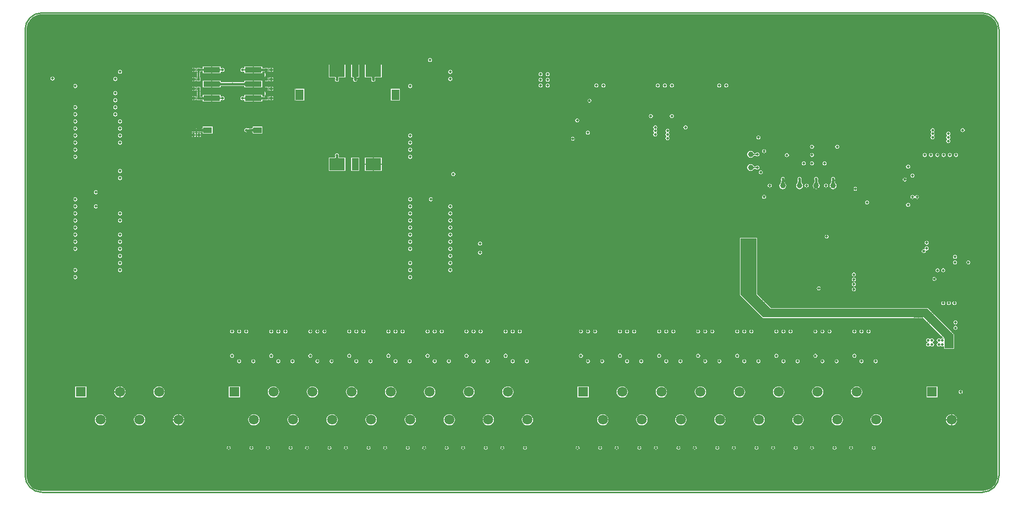
<source format=gbl>
G04*
G04 #@! TF.GenerationSoftware,Altium Limited,Altium Designer,20.0.13 (296)*
G04*
G04 Layer_Physical_Order=4*
G04 Layer_Color=16711680*
%FSLAX25Y25*%
%MOIN*%
G70*
G01*
G75*
%ADD10C,0.00787*%
%ADD11C,0.00394*%
%ADD12C,0.03937*%
%ADD14C,0.01575*%
%ADD15C,0.00500*%
%ADD18C,0.00197*%
%ADD19C,0.01000*%
%ADD20C,0.00079*%
%ADD21C,0.00394*%
%ADD41R,0.02047X0.01850*%
%ADD51R,0.01850X0.02047*%
%ADD100C,0.02953*%
%ADD103C,0.01181*%
%ADD104R,0.07087X0.07087*%
%ADD105C,0.07087*%
%ADD106C,0.19685*%
%ADD107C,0.01968*%
%ADD109C,0.03937*%
%ADD110R,0.11811X0.03937*%
%ADD111R,0.05906X0.04331*%
%ADD112R,0.11024X0.08661*%
%ADD113R,0.04724X0.08661*%
%ADD114R,0.05709X0.07677*%
%ADD115C,0.01500*%
G36*
X665499Y325583D02*
X666867Y325217D01*
X668176Y324674D01*
X669403Y323966D01*
X670527Y323104D01*
X671529Y322102D01*
X672391Y320978D01*
X673100Y319751D01*
X673642Y318442D01*
X674009Y317074D01*
X674193Y315669D01*
Y314961D01*
Y0D01*
Y-708D01*
X674008Y-2113D01*
X673642Y-3481D01*
X673100Y-4790D01*
X672391Y-6017D01*
X671529Y-7141D01*
X670527Y-8143D01*
X669403Y-9005D01*
X668176Y-9714D01*
X666867Y-10256D01*
X665499Y-10623D01*
X664094Y-10808D01*
X663386D01*
X0Y-10808D01*
X-708D01*
X-2113Y-10623D01*
X-3481Y-10256D01*
X-4790Y-9714D01*
X-6017Y-9005D01*
X-7141Y-8143D01*
X-8143Y-7141D01*
X-9005Y-6017D01*
X-9714Y-4790D01*
X-10256Y-3481D01*
X-10623Y-2113D01*
X-10808Y-708D01*
X-10808Y-0D01*
Y314961D01*
X-10808Y315669D01*
X-10623Y317074D01*
X-10256Y318442D01*
X-9714Y319751D01*
X-9005Y320978D01*
X-8143Y322102D01*
X-7141Y323104D01*
X-6017Y323966D01*
X-4790Y324674D01*
X-3481Y325217D01*
X-2113Y325583D01*
X-708Y325768D01*
X664094D01*
X665499Y325583D01*
D02*
G37*
%LPC*%
G36*
X273819Y294909D02*
X273281Y294802D01*
X272826Y294497D01*
X272521Y294042D01*
X272414Y293504D01*
X272521Y292966D01*
X272826Y292511D01*
X273281Y292206D01*
X273819Y292099D01*
X274357Y292206D01*
X274812Y292511D01*
X275117Y292966D01*
X275224Y293504D01*
X275117Y294042D01*
X274812Y294497D01*
X274357Y294802D01*
X273819Y294909D01*
D02*
G37*
G36*
X126035Y288862D02*
X113437D01*
Y287737D01*
X113431Y287726D01*
X113424Y287664D01*
X113424Y287662D01*
X113422Y287660D01*
X113407Y287646D01*
X113365Y287620D01*
X113290Y287590D01*
X113180Y287561D01*
X113038Y287537D01*
X112864Y287522D01*
X112675Y287517D01*
X112489Y287521D01*
X112369Y287528D01*
X111921Y287690D01*
Y287690D01*
X111921Y287690D01*
X111921Y287917D01*
X111515Y287938D01*
X111501Y287932D01*
X111453Y287933D01*
X111427Y287917D01*
X109283D01*
Y285588D01*
X109271Y285569D01*
X109278Y285525D01*
X109263Y285488D01*
X109283Y285083D01*
X109511D01*
Y285083D01*
X109511D01*
X109575Y284625D01*
X109583Y284514D01*
X109586Y284301D01*
X109599Y284271D01*
Y282068D01*
X109586Y282039D01*
X109576Y281709D01*
X109511Y281251D01*
X109511D01*
Y281251D01*
X109283D01*
X109263Y280845D01*
X109278Y280808D01*
X109271Y280764D01*
X109283Y280745D01*
Y278416D01*
X111921D01*
Y280745D01*
X111934Y280764D01*
X111927Y280808D01*
X111942Y280845D01*
X111921Y281251D01*
X111694D01*
Y281251D01*
X111694D01*
X111630Y281709D01*
X111622Y281819D01*
X111619Y282032D01*
X111606Y282063D01*
Y284265D01*
X111619Y284294D01*
X111631Y284707D01*
X111645Y284859D01*
X111664Y284986D01*
X111685Y285079D01*
X111686Y285083D01*
X111921D01*
Y285387D01*
X111956Y285403D01*
X112041Y285427D01*
X112153Y285449D01*
X112495Y285479D01*
X112675Y285483D01*
X112864Y285478D01*
X113038Y285463D01*
X113180Y285439D01*
X113290Y285410D01*
X113365Y285380D01*
X113407Y285354D01*
X113422Y285340D01*
X113424Y285338D01*
X113424Y285336D01*
X113431Y285274D01*
X113437Y285263D01*
Y284138D01*
X126035D01*
Y285201D01*
X126065Y285265D01*
X126081Y285291D01*
X126101Y285317D01*
X126106Y285322D01*
X126430Y285456D01*
X126535Y285477D01*
X126947Y285202D01*
X127484Y285095D01*
X128022Y285202D01*
X128478Y285507D01*
X128782Y285962D01*
X128889Y286500D01*
X128782Y287038D01*
X128478Y287493D01*
X128022Y287798D01*
X127484Y287905D01*
X126947Y287798D01*
X126535Y287523D01*
X126430Y287544D01*
X126106Y287678D01*
X126101Y287683D01*
X126081Y287709D01*
X126065Y287735D01*
X126035Y287799D01*
Y288862D01*
D02*
G37*
G36*
X155563D02*
X142965D01*
Y287799D01*
X142935Y287735D01*
X142919Y287709D01*
X142899Y287683D01*
X142894Y287678D01*
X142570Y287544D01*
X142465Y287523D01*
X142053Y287798D01*
X141516Y287905D01*
X140978Y287798D01*
X140522Y287493D01*
X140218Y287038D01*
X140111Y286500D01*
X140218Y285962D01*
X140522Y285507D01*
X140978Y285202D01*
X141516Y285095D01*
X142053Y285202D01*
X142465Y285477D01*
X142570Y285456D01*
X142894Y285322D01*
X142899Y285317D01*
X142919Y285291D01*
X142935Y285265D01*
X142965Y285201D01*
Y284138D01*
X155563D01*
Y284944D01*
X155569Y284955D01*
X155579Y285047D01*
X155589Y285077D01*
X155607Y285103D01*
X155645Y285138D01*
X155715Y285180D01*
X155825Y285225D01*
X155976Y285265D01*
X156166Y285297D01*
X156385Y285316D01*
X156504Y285314D01*
X156898Y285284D01*
X157035Y285265D01*
X157079Y285255D01*
Y285083D01*
X157172D01*
X157220Y284260D01*
X157221Y283986D01*
X157231Y283962D01*
Y282376D01*
X157222Y282353D01*
X157207Y281599D01*
X157183Y281263D01*
X157181Y281251D01*
X157079Y281251D01*
X157058Y280845D01*
X157079Y280796D01*
X157079Y280751D01*
Y278416D01*
X159716D01*
Y280751D01*
X159717Y280796D01*
X159737Y280845D01*
X159717Y281251D01*
X159624D01*
X159575Y282074D01*
X159574Y282347D01*
X159564Y282371D01*
Y283957D01*
X159574Y283980D01*
X159588Y284734D01*
X159613Y285070D01*
X159614Y285083D01*
X159717Y285083D01*
X159737Y285488D01*
X159717Y285538D01*
X159716Y285583D01*
Y287917D01*
X157610D01*
X157607Y287920D01*
X157585Y287917D01*
X157534Y287917D01*
X157484Y287938D01*
X157079Y287917D01*
Y287744D01*
X157049Y287738D01*
X156357Y287686D01*
X156166Y287703D01*
X155976Y287735D01*
X155825Y287775D01*
X155715Y287820D01*
X155645Y287862D01*
X155607Y287897D01*
X155589Y287923D01*
X155579Y287953D01*
X155569Y288045D01*
X155563Y288056D01*
Y288862D01*
D02*
G37*
G36*
X108535Y287917D02*
X107610D01*
Y286894D01*
X108535D01*
Y287917D01*
D02*
G37*
G36*
X106823D02*
X105898D01*
Y286894D01*
X106823D01*
Y287917D01*
D02*
G37*
G36*
X163102Y287917D02*
X162177D01*
Y286894D01*
X163102D01*
Y287917D01*
D02*
G37*
G36*
X161390D02*
X160465D01*
Y286894D01*
X161390D01*
Y287917D01*
D02*
G37*
G36*
X108535Y286106D02*
X107610D01*
Y285083D01*
X108535D01*
Y286106D01*
D02*
G37*
G36*
X106823D02*
X105898D01*
Y285083D01*
X106823D01*
Y286106D01*
D02*
G37*
G36*
X163102Y286106D02*
X162177D01*
Y285083D01*
X163102D01*
Y286106D01*
D02*
G37*
G36*
X161390D02*
X160465D01*
Y285083D01*
X161390D01*
Y286106D01*
D02*
G37*
G36*
X55118Y286543D02*
X54580Y286436D01*
X54125Y286131D01*
X53820Y285675D01*
X53713Y285138D01*
X53820Y284600D01*
X54125Y284144D01*
X54580Y283840D01*
X55118Y283733D01*
X55656Y283840D01*
X56112Y284144D01*
X56416Y284600D01*
X56523Y285138D01*
X56416Y285675D01*
X56112Y286131D01*
X55656Y286436D01*
X55118Y286543D01*
D02*
G37*
G36*
X288039Y286503D02*
X287501Y286397D01*
X287046Y286092D01*
X286741Y285636D01*
X286634Y285099D01*
X286741Y284561D01*
X287046Y284105D01*
X287501Y283801D01*
X288039Y283694D01*
X288577Y283801D01*
X289032Y284105D01*
X289337Y284561D01*
X289444Y285099D01*
X289337Y285636D01*
X289032Y286092D01*
X288577Y286397D01*
X288039Y286503D01*
D02*
G37*
G36*
X351870Y284870D02*
X351332Y284763D01*
X350877Y284458D01*
X350572Y284002D01*
X350465Y283465D01*
X350572Y282927D01*
X350877Y282471D01*
X351332Y282167D01*
X351870Y282060D01*
X352408Y282167D01*
X352864Y282471D01*
X353168Y282927D01*
X353275Y283465D01*
X353168Y284002D01*
X352864Y284458D01*
X352408Y284763D01*
X351870Y284870D01*
D02*
G37*
G36*
X356791Y284842D02*
X356254Y284735D01*
X355798Y284431D01*
X355493Y283975D01*
X355386Y283437D01*
X355493Y282899D01*
X355798Y282444D01*
X356254Y282139D01*
X356791Y282032D01*
X357329Y282139D01*
X357785Y282444D01*
X358089Y282899D01*
X358196Y283437D01*
X358089Y283975D01*
X357785Y284431D01*
X357329Y284735D01*
X356791Y284842D01*
D02*
G37*
G36*
X163102Y281251D02*
X162177D01*
Y280227D01*
X163102D01*
Y281251D01*
D02*
G37*
G36*
X108535Y281251D02*
X107610D01*
Y280227D01*
X108535D01*
Y281251D01*
D02*
G37*
G36*
X106823D02*
X105898D01*
Y280227D01*
X106823D01*
Y281251D01*
D02*
G37*
G36*
X161390Y281251D02*
X160465D01*
Y280227D01*
X161390D01*
Y281251D01*
D02*
G37*
G36*
X7597Y281782D02*
X7059Y281675D01*
X6603Y281370D01*
X6299Y280915D01*
X6192Y280377D01*
X6299Y279839D01*
X6603Y279384D01*
X7059Y279079D01*
X7597Y278972D01*
X8134Y279079D01*
X8590Y279384D01*
X8895Y279839D01*
X9002Y280377D01*
X8895Y280915D01*
X8590Y281370D01*
X8134Y281675D01*
X7597Y281782D01*
D02*
G37*
G36*
X288039Y281503D02*
X287501Y281397D01*
X287046Y281092D01*
X286741Y280636D01*
X286634Y280099D01*
X286741Y279561D01*
X287046Y279105D01*
X287501Y278801D01*
X288039Y278694D01*
X288577Y278801D01*
X289032Y279105D01*
X289337Y279561D01*
X289444Y280099D01*
X289337Y280636D01*
X289032Y281092D01*
X288577Y281397D01*
X288039Y281503D01*
D02*
G37*
G36*
X51819D02*
X51281Y281397D01*
X50825Y281092D01*
X50520Y280636D01*
X50414Y280099D01*
X50520Y279561D01*
X50825Y279105D01*
X51281Y278801D01*
X51819Y278694D01*
X52356Y278801D01*
X52812Y279105D01*
X53117Y279561D01*
X53223Y280099D01*
X53117Y280636D01*
X52812Y281092D01*
X52356Y281397D01*
X51819Y281503D01*
D02*
G37*
G36*
X163102Y279440D02*
X162177D01*
Y278416D01*
X163102D01*
Y279440D01*
D02*
G37*
G36*
X161390D02*
X160465D01*
Y278416D01*
X161390D01*
Y279440D01*
D02*
G37*
G36*
X108535D02*
X107610D01*
Y278416D01*
X108535D01*
Y279440D01*
D02*
G37*
G36*
X106823D02*
X105898D01*
Y278416D01*
X106823D01*
Y279440D01*
D02*
G37*
G36*
X351870Y280932D02*
X351332Y280826D01*
X350877Y280521D01*
X350572Y280065D01*
X350465Y279528D01*
X350572Y278990D01*
X350877Y278534D01*
X351332Y278230D01*
X351870Y278123D01*
X352408Y278230D01*
X352864Y278534D01*
X353168Y278990D01*
X353275Y279528D01*
X353168Y280065D01*
X352864Y280521D01*
X352408Y280826D01*
X351870Y280932D01*
D02*
G37*
G36*
X239661Y290728D02*
X227850D01*
Y281279D01*
X232125D01*
X232136Y281274D01*
X232236Y281263D01*
X232271Y281250D01*
X232303Y281229D01*
X232343Y281186D01*
X232390Y281109D01*
X232438Y280990D01*
X232481Y280830D01*
X232514Y280628D01*
X232535Y280388D01*
X232540Y280188D01*
X232458Y280065D01*
X232351Y279528D01*
X232458Y278990D01*
X232762Y278534D01*
X233218Y278230D01*
X233756Y278123D01*
X234294Y278230D01*
X234749Y278534D01*
X235054Y278990D01*
X235161Y279528D01*
X235054Y280065D01*
X234972Y280188D01*
X234977Y280388D01*
X234998Y280628D01*
X235031Y280830D01*
X235074Y280990D01*
X235122Y281109D01*
X235169Y281186D01*
X235208Y281229D01*
X235240Y281250D01*
X235276Y281263D01*
X235376Y281274D01*
X235387Y281279D01*
X239661D01*
Y290728D01*
D02*
G37*
G36*
X223756D02*
X218244D01*
Y281279D01*
X219369D01*
X219380Y281274D01*
X219480Y281263D01*
X219515Y281250D01*
X219547Y281229D01*
X219587Y281186D01*
X219634Y281109D01*
X219682Y280990D01*
X219725Y280830D01*
X219758Y280628D01*
X219779Y280388D01*
X219784Y280188D01*
X219702Y280065D01*
X219595Y279528D01*
X219702Y278990D01*
X220007Y278534D01*
X220462Y278230D01*
X221000Y278123D01*
X221538Y278230D01*
X221993Y278534D01*
X222298Y278990D01*
X222405Y279528D01*
X222298Y280065D01*
X222216Y280188D01*
X222221Y280388D01*
X222242Y280628D01*
X222275Y280830D01*
X222318Y280990D01*
X222366Y281109D01*
X222413Y281186D01*
X222452Y281229D01*
X222484Y281250D01*
X222520Y281263D01*
X222620Y281274D01*
X222631Y281279D01*
X223756D01*
Y290728D01*
D02*
G37*
G36*
X214150D02*
X202339D01*
Y281279D01*
X206613D01*
X206624Y281274D01*
X206724Y281263D01*
X206760Y281250D01*
X206791Y281229D01*
X206831Y281186D01*
X206878Y281109D01*
X206926Y280990D01*
X206969Y280830D01*
X207002Y280628D01*
X207023Y280388D01*
X207028Y280188D01*
X206946Y280065D01*
X206839Y279528D01*
X206946Y278990D01*
X207251Y278534D01*
X207706Y278230D01*
X208244Y278123D01*
X208782Y278230D01*
X209238Y278534D01*
X209542Y278990D01*
X209649Y279528D01*
X209542Y280065D01*
X209460Y280188D01*
X209465Y280388D01*
X209486Y280628D01*
X209519Y280830D01*
X209562Y280990D01*
X209610Y281109D01*
X209657Y281186D01*
X209697Y281229D01*
X209729Y281250D01*
X209765Y281263D01*
X209864Y281274D01*
X209875Y281279D01*
X214150D01*
Y290728D01*
D02*
G37*
G36*
X356791Y280905D02*
X356254Y280798D01*
X355798Y280494D01*
X355493Y280038D01*
X355386Y279500D01*
X355493Y278962D01*
X355798Y278507D01*
X356254Y278202D01*
X356791Y278095D01*
X357329Y278202D01*
X357785Y278507D01*
X358089Y278962D01*
X358196Y279500D01*
X358089Y280038D01*
X357785Y280494D01*
X357329Y280798D01*
X356791Y280905D01*
D02*
G37*
G36*
X155563Y278862D02*
X142965D01*
Y278131D01*
X142958Y278120D01*
X142948Y278020D01*
X142935Y277984D01*
X142914Y277953D01*
X142871Y277913D01*
X142794Y277866D01*
X142675Y277818D01*
X142515Y277775D01*
X142313Y277742D01*
X142073Y277721D01*
X141784Y277713D01*
X141764Y277704D01*
X135178D01*
X135038Y277798D01*
X134500Y277905D01*
X133962Y277798D01*
X133822Y277704D01*
X127236D01*
X127216Y277713D01*
X126927Y277721D01*
X126687Y277742D01*
X126485Y277775D01*
X126325Y277818D01*
X126206Y277866D01*
X126129Y277913D01*
X126086Y277953D01*
X126065Y277984D01*
X126052Y278020D01*
X126041Y278120D01*
X126035Y278131D01*
Y278862D01*
X113437D01*
Y274138D01*
X126035D01*
Y274869D01*
X126041Y274880D01*
X126052Y274980D01*
X126065Y275015D01*
X126086Y275047D01*
X126129Y275087D01*
X126206Y275134D01*
X126325Y275182D01*
X126485Y275225D01*
X126687Y275258D01*
X126927Y275279D01*
X127216Y275287D01*
X127236Y275296D01*
X133822D01*
X133962Y275202D01*
X134500Y275095D01*
X135038Y275202D01*
X135178Y275296D01*
X141764D01*
X141784Y275287D01*
X142073Y275279D01*
X142313Y275258D01*
X142515Y275225D01*
X142675Y275182D01*
X142794Y275134D01*
X142871Y275087D01*
X142914Y275047D01*
X142935Y275015D01*
X142948Y274980D01*
X142958Y274880D01*
X142965Y274869D01*
Y274138D01*
X155563D01*
Y278862D01*
D02*
G37*
G36*
X482776Y276870D02*
X482238Y276763D01*
X481782Y276458D01*
X481478Y276002D01*
X481371Y275465D01*
X481478Y274927D01*
X481782Y274471D01*
X482238Y274167D01*
X482776Y274060D01*
X483313Y274167D01*
X483769Y274471D01*
X484074Y274927D01*
X484180Y275465D01*
X484074Y276002D01*
X483769Y276458D01*
X483313Y276763D01*
X482776Y276870D01*
D02*
G37*
G36*
X477854D02*
X477317Y276763D01*
X476861Y276458D01*
X476556Y276002D01*
X476449Y275465D01*
X476556Y274927D01*
X476861Y274471D01*
X477317Y274167D01*
X477854Y274060D01*
X478392Y274167D01*
X478848Y274471D01*
X479152Y274927D01*
X479259Y275465D01*
X479152Y276002D01*
X478848Y276458D01*
X478392Y276763D01*
X477854Y276870D01*
D02*
G37*
G36*
X444390D02*
X443852Y276763D01*
X443396Y276458D01*
X443092Y276002D01*
X442985Y275465D01*
X443092Y274927D01*
X443396Y274471D01*
X443852Y274167D01*
X444390Y274060D01*
X444927Y274167D01*
X445383Y274471D01*
X445688Y274927D01*
X445795Y275465D01*
X445688Y276002D01*
X445383Y276458D01*
X444927Y276763D01*
X444390Y276870D01*
D02*
G37*
G36*
X439468D02*
X438931Y276763D01*
X438475Y276458D01*
X438170Y276002D01*
X438064Y275465D01*
X438170Y274927D01*
X438475Y274471D01*
X438931Y274167D01*
X439468Y274060D01*
X440006Y274167D01*
X440462Y274471D01*
X440766Y274927D01*
X440873Y275465D01*
X440766Y276002D01*
X440462Y276458D01*
X440006Y276763D01*
X439468Y276870D01*
D02*
G37*
G36*
X434547D02*
X434010Y276763D01*
X433554Y276458D01*
X433249Y276002D01*
X433142Y275465D01*
X433249Y274927D01*
X433554Y274471D01*
X434010Y274167D01*
X434547Y274060D01*
X435085Y274167D01*
X435541Y274471D01*
X435845Y274927D01*
X435952Y275465D01*
X435845Y276002D01*
X435541Y276458D01*
X435085Y276763D01*
X434547Y276870D01*
D02*
G37*
G36*
X396161D02*
X395624Y276763D01*
X395168Y276458D01*
X394863Y276002D01*
X394757Y275465D01*
X394863Y274927D01*
X395168Y274471D01*
X395624Y274167D01*
X396161Y274060D01*
X396699Y274167D01*
X397155Y274471D01*
X397459Y274927D01*
X397566Y275465D01*
X397459Y276002D01*
X397155Y276458D01*
X396699Y276763D01*
X396161Y276870D01*
D02*
G37*
G36*
X391240D02*
X390703Y276763D01*
X390247Y276458D01*
X389942Y276002D01*
X389835Y275465D01*
X389942Y274927D01*
X390247Y274471D01*
X390703Y274167D01*
X391240Y274060D01*
X391778Y274167D01*
X392234Y274471D01*
X392538Y274927D01*
X392645Y275465D01*
X392538Y276002D01*
X392234Y276458D01*
X391778Y276763D01*
X391240Y276870D01*
D02*
G37*
G36*
X356791D02*
X356254Y276763D01*
X355798Y276458D01*
X355493Y276002D01*
X355386Y275465D01*
X355493Y274927D01*
X355798Y274471D01*
X356254Y274167D01*
X356791Y274060D01*
X357329Y274167D01*
X357785Y274471D01*
X358089Y274927D01*
X358196Y275465D01*
X358089Y276002D01*
X357785Y276458D01*
X357329Y276763D01*
X356791Y276870D01*
D02*
G37*
G36*
X351870D02*
X351332Y276763D01*
X350877Y276458D01*
X350572Y276002D01*
X350465Y275465D01*
X350572Y274927D01*
X350877Y274471D01*
X351332Y274167D01*
X351870Y274060D01*
X352408Y274167D01*
X352864Y274471D01*
X353168Y274927D01*
X353275Y275465D01*
X353168Y276002D01*
X352864Y276458D01*
X352408Y276763D01*
X351870Y276870D01*
D02*
G37*
G36*
X259842Y276503D02*
X259305Y276396D01*
X258849Y276092D01*
X258544Y275636D01*
X258438Y275098D01*
X258544Y274561D01*
X258849Y274105D01*
X259305Y273800D01*
X259842Y273693D01*
X260380Y273800D01*
X260836Y274105D01*
X261140Y274561D01*
X261247Y275098D01*
X261140Y275636D01*
X260836Y276092D01*
X260380Y276396D01*
X259842Y276503D01*
D02*
G37*
G36*
X23622D02*
X23084Y276396D01*
X22629Y276092D01*
X22324Y275636D01*
X22217Y275098D01*
X22324Y274561D01*
X22629Y274105D01*
X23084Y273800D01*
X23622Y273693D01*
X24160Y273800D01*
X24615Y274105D01*
X24920Y274561D01*
X25027Y275098D01*
X24920Y275636D01*
X24615Y276092D01*
X24160Y276396D01*
X23622Y276503D01*
D02*
G37*
G36*
X163102Y274584D02*
X162177D01*
Y273560D01*
X163102D01*
Y274584D01*
D02*
G37*
G36*
X108535Y274584D02*
X107610D01*
Y273560D01*
X108535D01*
Y274584D01*
D02*
G37*
G36*
X106823D02*
X105898D01*
Y273560D01*
X106823D01*
Y274584D01*
D02*
G37*
G36*
X161390Y274584D02*
X160465D01*
Y273560D01*
X161390D01*
Y274584D01*
D02*
G37*
G36*
X163102Y272773D02*
X162177D01*
Y271749D01*
X163102D01*
Y272773D01*
D02*
G37*
G36*
X161390D02*
X160465D01*
Y271749D01*
X161390D01*
Y272773D01*
D02*
G37*
G36*
X108535D02*
X107610D01*
Y271749D01*
X108535D01*
Y272773D01*
D02*
G37*
G36*
X106823D02*
X105898D01*
Y271749D01*
X106823D01*
Y272773D01*
D02*
G37*
G36*
X51819Y271503D02*
X51281Y271396D01*
X50825Y271092D01*
X50520Y270636D01*
X50414Y270098D01*
X50520Y269561D01*
X50825Y269105D01*
X51281Y268800D01*
X51819Y268693D01*
X52356Y268800D01*
X52812Y269105D01*
X53117Y269561D01*
X53223Y270098D01*
X53117Y270636D01*
X52812Y271092D01*
X52356Y271396D01*
X51819Y271503D01*
D02*
G37*
G36*
X159716Y274584D02*
X157079D01*
Y272249D01*
X157079Y272204D01*
X157058Y272155D01*
X157079Y271749D01*
X157172D01*
X157220Y270926D01*
X157221Y270653D01*
X157231Y270629D01*
Y269043D01*
X157222Y269020D01*
X157207Y268266D01*
X157183Y267930D01*
X157181Y267917D01*
X157079D01*
Y267745D01*
X157049Y267738D01*
X156357Y267686D01*
X156166Y267703D01*
X155976Y267735D01*
X155825Y267775D01*
X155715Y267819D01*
X155645Y267862D01*
X155607Y267897D01*
X155589Y267923D01*
X155579Y267953D01*
X155569Y268045D01*
X155563Y268056D01*
Y268862D01*
X142965D01*
Y267799D01*
X142935Y267735D01*
X142919Y267709D01*
X142899Y267683D01*
X142894Y267678D01*
X142570Y267544D01*
X142465Y267523D01*
X142053Y267798D01*
X141516Y267905D01*
X140978Y267798D01*
X140522Y267493D01*
X140218Y267038D01*
X140111Y266500D01*
X140218Y265962D01*
X140522Y265507D01*
X140978Y265202D01*
X141516Y265095D01*
X142053Y265202D01*
X142465Y265477D01*
X142570Y265456D01*
X142894Y265322D01*
X142899Y265317D01*
X142919Y265291D01*
X142935Y265265D01*
X142965Y265201D01*
Y264138D01*
X155563D01*
Y264944D01*
X155569Y264955D01*
X155579Y265047D01*
X155589Y265077D01*
X155607Y265103D01*
X155645Y265138D01*
X155715Y265180D01*
X155825Y265225D01*
X155976Y265265D01*
X156166Y265297D01*
X156385Y265316D01*
X156504Y265314D01*
X156898Y265284D01*
X157035Y265265D01*
X157079Y265255D01*
X157079Y265083D01*
X157484Y265062D01*
X157534Y265083D01*
X157585Y265083D01*
X157608Y265080D01*
X157610Y265083D01*
X159716D01*
Y267417D01*
X159717Y267462D01*
X159737Y267512D01*
X159717Y267917D01*
X159624D01*
X159575Y268740D01*
X159574Y269014D01*
X159564Y269038D01*
Y270624D01*
X159574Y270647D01*
X159588Y271401D01*
X159613Y271737D01*
X159614Y271749D01*
X159717Y271749D01*
X159737Y272155D01*
X159717Y272204D01*
X159716Y272249D01*
Y274584D01*
D02*
G37*
G36*
X108535Y267917D02*
X107610D01*
Y266894D01*
X108535D01*
Y267917D01*
D02*
G37*
G36*
X163102Y267917D02*
X162177D01*
Y266894D01*
X163102D01*
Y267917D01*
D02*
G37*
G36*
X161390D02*
X160465D01*
Y266894D01*
X161390D01*
Y267917D01*
D02*
G37*
G36*
X106823Y267917D02*
X105898D01*
Y266894D01*
X106823D01*
Y267917D01*
D02*
G37*
G36*
X111921Y274584D02*
X109283D01*
Y272249D01*
X109283Y272204D01*
X109263Y272155D01*
X109283Y271749D01*
X109376D01*
X109425Y270926D01*
X109426Y270653D01*
X109436Y270629D01*
Y269043D01*
X109426Y269020D01*
X109412Y268266D01*
X109388Y267930D01*
X109386Y267917D01*
X109283Y267917D01*
X109263Y267512D01*
X109283Y267462D01*
X109283Y267417D01*
Y265083D01*
X111390D01*
X111392Y265080D01*
X111415Y265083D01*
X111466Y265083D01*
X111515Y265062D01*
X111921Y265083D01*
Y265255D01*
X111951Y265262D01*
X112644Y265314D01*
X112834Y265297D01*
X113024Y265265D01*
X113175Y265225D01*
X113285Y265180D01*
X113355Y265138D01*
X113393Y265103D01*
X113411Y265077D01*
X113421Y265047D01*
X113431Y264955D01*
X113437Y264944D01*
Y264138D01*
X126035D01*
Y265201D01*
X126065Y265265D01*
X126081Y265291D01*
X126101Y265317D01*
X126106Y265322D01*
X126430Y265456D01*
X126535Y265477D01*
X126947Y265202D01*
X127484Y265095D01*
X128022Y265202D01*
X128478Y265507D01*
X128782Y265962D01*
X128889Y266500D01*
X128782Y267038D01*
X128478Y267493D01*
X128022Y267798D01*
X127484Y267905D01*
X126947Y267798D01*
X126535Y267523D01*
X126430Y267544D01*
X126106Y267678D01*
X126101Y267683D01*
X126081Y267709D01*
X126065Y267735D01*
X126035Y267799D01*
Y268862D01*
X113437D01*
Y268056D01*
X113431Y268045D01*
X113421Y267953D01*
X113411Y267923D01*
X113393Y267897D01*
X113355Y267862D01*
X113285Y267820D01*
X113175Y267775D01*
X113024Y267735D01*
X112834Y267703D01*
X112615Y267684D01*
X112496Y267686D01*
X112102Y267716D01*
X111965Y267735D01*
X111921Y267745D01*
Y267917D01*
X111828D01*
X111780Y268740D01*
X111778Y269014D01*
X111768Y269038D01*
Y270624D01*
X111778Y270647D01*
X111793Y271401D01*
X111817Y271737D01*
X111819Y271749D01*
X111921Y271749D01*
X111942Y272155D01*
X111921Y272204D01*
X111921Y272249D01*
Y274584D01*
D02*
G37*
G36*
X108535Y266106D02*
X107610D01*
Y265083D01*
X108535D01*
Y266106D01*
D02*
G37*
G36*
X106823D02*
X105898D01*
Y265083D01*
X106823D01*
Y266106D01*
D02*
G37*
G36*
X163102D02*
X162177D01*
Y265083D01*
X163102D01*
Y266106D01*
D02*
G37*
G36*
X161390D02*
X160465D01*
Y265083D01*
X161390D01*
Y266106D01*
D02*
G37*
G36*
X252673Y273189D02*
X246177D01*
Y264724D01*
X252673D01*
Y273189D01*
D02*
G37*
G36*
X185114D02*
X178618D01*
Y264724D01*
X185114D01*
Y273189D01*
D02*
G37*
G36*
X51819Y266503D02*
X51281Y266396D01*
X50825Y266092D01*
X50520Y265636D01*
X50414Y265099D01*
X50520Y264561D01*
X50825Y264105D01*
X51281Y263801D01*
X51819Y263693D01*
X52356Y263801D01*
X52812Y264105D01*
X53117Y264561D01*
X53223Y265099D01*
X53117Y265636D01*
X52812Y266092D01*
X52356Y266396D01*
X51819Y266503D01*
D02*
G37*
G36*
X386319Y266118D02*
X385781Y266011D01*
X385326Y265706D01*
X385021Y265250D01*
X384914Y264713D01*
X385021Y264175D01*
X385326Y263719D01*
X385781Y263415D01*
X386319Y263308D01*
X386857Y263415D01*
X387312Y263719D01*
X387617Y264175D01*
X387724Y264713D01*
X387617Y265250D01*
X387312Y265706D01*
X386857Y266011D01*
X386319Y266118D01*
D02*
G37*
G36*
X51819Y261503D02*
X51281Y261397D01*
X50825Y261092D01*
X50520Y260636D01*
X50414Y260099D01*
X50520Y259561D01*
X50825Y259105D01*
X51281Y258801D01*
X51819Y258694D01*
X52356Y258801D01*
X52812Y259105D01*
X53117Y259561D01*
X53223Y260099D01*
X53117Y260636D01*
X52812Y261092D01*
X52356Y261397D01*
X51819Y261503D01*
D02*
G37*
G36*
X23622D02*
X23084Y261397D01*
X22629Y261092D01*
X22324Y260636D01*
X22217Y260099D01*
X22324Y259561D01*
X22629Y259105D01*
X23084Y258801D01*
X23622Y258694D01*
X24160Y258801D01*
X24615Y259105D01*
X24920Y259561D01*
X25027Y260099D01*
X24920Y260636D01*
X24615Y261092D01*
X24160Y261397D01*
X23622Y261503D01*
D02*
G37*
G36*
X51819Y256503D02*
X51281Y256397D01*
X50825Y256092D01*
X50520Y255636D01*
X50414Y255099D01*
X50520Y254561D01*
X50825Y254105D01*
X51281Y253801D01*
X51819Y253694D01*
X52356Y253801D01*
X52812Y254105D01*
X53117Y254561D01*
X53223Y255099D01*
X53117Y255636D01*
X52812Y256092D01*
X52356Y256397D01*
X51819Y256503D01*
D02*
G37*
G36*
X23622D02*
X23084Y256397D01*
X22629Y256092D01*
X22324Y255636D01*
X22217Y255099D01*
X22324Y254561D01*
X22629Y254105D01*
X23084Y253801D01*
X23622Y253694D01*
X24160Y253801D01*
X24615Y254105D01*
X24920Y254561D01*
X25027Y255099D01*
X24920Y255636D01*
X24615Y256092D01*
X24160Y256397D01*
X23622Y256503D01*
D02*
G37*
G36*
X444390Y255342D02*
X443852Y255235D01*
X443396Y254930D01*
X443092Y254475D01*
X442985Y253937D01*
X443092Y253399D01*
X443396Y252944D01*
X443852Y252639D01*
X444390Y252532D01*
X444927Y252639D01*
X445383Y252944D01*
X445688Y253399D01*
X445795Y253937D01*
X445688Y254475D01*
X445383Y254930D01*
X444927Y255235D01*
X444390Y255342D01*
D02*
G37*
G36*
X429626D02*
X429088Y255235D01*
X428632Y254930D01*
X428328Y254475D01*
X428221Y253937D01*
X428328Y253399D01*
X428632Y252944D01*
X429088Y252639D01*
X429626Y252532D01*
X430164Y252639D01*
X430619Y252944D01*
X430924Y253399D01*
X431031Y253937D01*
X430924Y254475D01*
X430619Y254930D01*
X430164Y255235D01*
X429626Y255342D01*
D02*
G37*
G36*
X377658Y252248D02*
X377120Y252140D01*
X376664Y251836D01*
X376360Y251380D01*
X376253Y250842D01*
X376360Y250305D01*
X376664Y249849D01*
X377120Y249545D01*
X377658Y249438D01*
X378195Y249545D01*
X378651Y249849D01*
X378956Y250305D01*
X379062Y250842D01*
X378956Y251380D01*
X378651Y251836D01*
X378195Y252140D01*
X377658Y252248D01*
D02*
G37*
G36*
X55118Y251503D02*
X54580Y251396D01*
X54125Y251092D01*
X53820Y250636D01*
X53713Y250098D01*
X53820Y249561D01*
X54125Y249105D01*
X54580Y248800D01*
X55118Y248693D01*
X55656Y248800D01*
X56112Y249105D01*
X56416Y249561D01*
X56523Y250098D01*
X56416Y250636D01*
X56112Y251092D01*
X55656Y251396D01*
X55118Y251503D01*
D02*
G37*
G36*
X23622D02*
X23084Y251396D01*
X22629Y251092D01*
X22324Y250636D01*
X22217Y250098D01*
X22324Y249561D01*
X22629Y249105D01*
X23084Y248800D01*
X23622Y248693D01*
X24160Y248800D01*
X24615Y249105D01*
X24920Y249561D01*
X25027Y250098D01*
X24920Y250636D01*
X24615Y251092D01*
X24160Y251396D01*
X23622Y251503D01*
D02*
G37*
G36*
X120327Y246559D02*
X113634D01*
Y245784D01*
X113134Y245377D01*
X112992Y245405D01*
X112777Y245362D01*
X112295Y245319D01*
X111890Y245339D01*
X111840Y245319D01*
X109961D01*
X109916Y245319D01*
X109866Y245339D01*
X109461Y245319D01*
Y245226D01*
X108847Y245190D01*
X108358Y245268D01*
X108358Y245319D01*
X107953Y245339D01*
X107903Y245319D01*
X107858Y245319D01*
X105524D01*
Y242681D01*
X107858D01*
X107903Y242681D01*
X107953Y242661D01*
X108358Y242681D01*
Y242774D01*
X108972Y242810D01*
X109461Y242733D01*
X109461Y242681D01*
X109866Y242661D01*
X109916Y242681D01*
X109961Y242681D01*
X111840D01*
X111890Y242661D01*
X112295Y242681D01*
X112777Y242638D01*
X112992Y242595D01*
X113134Y242623D01*
X113634Y242216D01*
Y241441D01*
X120327D01*
Y246559D01*
D02*
G37*
G36*
X155366D02*
X148673D01*
Y245631D01*
X148667Y245620D01*
X148657Y245520D01*
X148644Y245484D01*
X148622Y245453D01*
X148580Y245413D01*
X148502Y245366D01*
X148384Y245318D01*
X148223Y245275D01*
X148022Y245242D01*
X147781Y245221D01*
X147493Y245213D01*
X147473Y245204D01*
X144949D01*
X144809Y245298D01*
X144272Y245405D01*
X143734Y245298D01*
X143278Y244993D01*
X142973Y244538D01*
X142867Y244000D01*
X142973Y243462D01*
X143278Y243007D01*
X143734Y242702D01*
X144272Y242595D01*
X144809Y242702D01*
X144949Y242796D01*
X147473D01*
X147493Y242787D01*
X147781Y242779D01*
X148022Y242758D01*
X148223Y242725D01*
X148384Y242682D01*
X148502Y242634D01*
X148580Y242587D01*
X148622Y242547D01*
X148644Y242515D01*
X148657Y242480D01*
X148667Y242380D01*
X148673Y242369D01*
Y241441D01*
X155366D01*
Y246559D01*
D02*
G37*
G36*
X454035Y247370D02*
X453498Y247263D01*
X453042Y246958D01*
X452737Y246502D01*
X452631Y245965D01*
X452737Y245427D01*
X453042Y244971D01*
X453498Y244667D01*
X454035Y244560D01*
X454573Y244667D01*
X455029Y244971D01*
X455333Y245427D01*
X455440Y245965D01*
X455333Y246502D01*
X455029Y246958D01*
X454573Y247263D01*
X454035Y247370D01*
D02*
G37*
G36*
X55118Y246503D02*
X54580Y246396D01*
X54125Y246092D01*
X53820Y245636D01*
X53713Y245098D01*
X53820Y244561D01*
X54125Y244105D01*
X54580Y243800D01*
X55118Y243693D01*
X55656Y243800D01*
X56112Y244105D01*
X56416Y244561D01*
X56523Y245098D01*
X56416Y245636D01*
X56112Y246092D01*
X55656Y246396D01*
X55118Y246503D01*
D02*
G37*
G36*
X23622D02*
X23084Y246396D01*
X22629Y246092D01*
X22324Y245636D01*
X22217Y245098D01*
X22324Y244561D01*
X22629Y244105D01*
X23084Y243800D01*
X23622Y243693D01*
X24160Y243800D01*
X24615Y244105D01*
X24920Y244561D01*
X25027Y245098D01*
X24920Y245636D01*
X24615Y246092D01*
X24160Y246396D01*
X23622Y246503D01*
D02*
G37*
G36*
X649606Y245401D02*
X649069Y245294D01*
X648613Y244989D01*
X648308Y244534D01*
X648201Y243996D01*
X648308Y243458D01*
X648613Y243003D01*
X649069Y242698D01*
X649606Y242591D01*
X650144Y242698D01*
X650600Y243003D01*
X650904Y243458D01*
X651011Y243996D01*
X650904Y244534D01*
X650600Y244989D01*
X650144Y245294D01*
X649606Y245401D01*
D02*
G37*
G36*
X108358Y241933D02*
X107335D01*
Y241008D01*
X108358D01*
Y241933D01*
D02*
G37*
G36*
X106547D02*
X105524D01*
Y241008D01*
X106547D01*
Y241933D01*
D02*
G37*
G36*
X112295D02*
X111272D01*
Y241008D01*
X112295D01*
Y241933D01*
D02*
G37*
G36*
X110484D02*
X109461D01*
Y241008D01*
X110484D01*
Y241933D01*
D02*
G37*
G36*
X385138Y243531D02*
X384600Y243424D01*
X384144Y243119D01*
X383840Y242664D01*
X383733Y242126D01*
X383840Y241588D01*
X384144Y241132D01*
X384600Y240828D01*
X385138Y240721D01*
X385676Y240828D01*
X386131Y241132D01*
X386436Y241588D01*
X386543Y242126D01*
X386436Y242664D01*
X386131Y243119D01*
X385676Y243424D01*
X385138Y243531D01*
D02*
G37*
G36*
X432677Y247370D02*
X432139Y247263D01*
X431684Y246958D01*
X431379Y246502D01*
X431272Y245965D01*
X431379Y245427D01*
X431670Y244991D01*
X431738Y244859D01*
Y244511D01*
X431670Y244379D01*
X431379Y243943D01*
X431272Y243406D01*
X431379Y242868D01*
X431670Y242432D01*
X431738Y242300D01*
Y241952D01*
X431670Y241820D01*
X431379Y241384D01*
X431272Y240846D01*
X431379Y240309D01*
X431684Y239853D01*
X432139Y239548D01*
X432677Y239441D01*
X433215Y239548D01*
X433671Y239853D01*
X433975Y240309D01*
X434082Y240846D01*
X433975Y241384D01*
X433684Y241820D01*
X433617Y241952D01*
Y242300D01*
X433684Y242432D01*
X433975Y242868D01*
X434082Y243406D01*
X433975Y243943D01*
X433684Y244379D01*
X433617Y244511D01*
Y244859D01*
X433684Y244991D01*
X433975Y245427D01*
X434082Y245965D01*
X433975Y246502D01*
X433671Y246958D01*
X433215Y247263D01*
X432677Y247370D01*
D02*
G37*
G36*
X112295Y240220D02*
X111272D01*
Y239295D01*
X112295D01*
Y240220D01*
D02*
G37*
G36*
X110484D02*
X109461D01*
Y239295D01*
X110484D01*
Y240220D01*
D02*
G37*
G36*
X108358Y240220D02*
X107335D01*
Y239295D01*
X108358D01*
Y240220D01*
D02*
G37*
G36*
X106547D02*
X105524D01*
Y239295D01*
X106547D01*
Y240220D01*
D02*
G37*
G36*
X259842Y241503D02*
X259305Y241396D01*
X258849Y241092D01*
X258544Y240636D01*
X258438Y240099D01*
X258544Y239561D01*
X258849Y239105D01*
X259305Y238801D01*
X259842Y238693D01*
X260380Y238801D01*
X260836Y239105D01*
X261140Y239561D01*
X261247Y240099D01*
X261140Y240636D01*
X260836Y241092D01*
X260380Y241396D01*
X259842Y241503D01*
D02*
G37*
G36*
X55118D02*
X54580Y241396D01*
X54125Y241092D01*
X53820Y240636D01*
X53713Y240099D01*
X53820Y239561D01*
X54125Y239105D01*
X54580Y238801D01*
X55118Y238693D01*
X55656Y238801D01*
X56112Y239105D01*
X56416Y239561D01*
X56523Y240099D01*
X56416Y240636D01*
X56112Y241092D01*
X55656Y241396D01*
X55118Y241503D01*
D02*
G37*
G36*
X23622D02*
X23084Y241396D01*
X22629Y241092D01*
X22324Y240636D01*
X22217Y240099D01*
X22324Y239561D01*
X22629Y239105D01*
X23084Y238801D01*
X23622Y238693D01*
X24160Y238801D01*
X24615Y239105D01*
X24920Y239561D01*
X25027Y240099D01*
X24920Y240636D01*
X24615Y241092D01*
X24160Y241396D01*
X23622Y241503D01*
D02*
G37*
G36*
X505512Y240303D02*
X504974Y240196D01*
X504518Y239891D01*
X504214Y239435D01*
X504107Y238898D01*
X504214Y238360D01*
X504518Y237904D01*
X504974Y237600D01*
X505512Y237493D01*
X506049Y237600D01*
X506505Y237904D01*
X506810Y238360D01*
X506917Y238898D01*
X506810Y239435D01*
X506505Y239891D01*
X506049Y240196D01*
X505512Y240303D01*
D02*
G37*
G36*
X628346Y245401D02*
X627809Y245294D01*
X627353Y244989D01*
X627048Y244534D01*
X626941Y243996D01*
X627048Y243458D01*
X627340Y243023D01*
X627407Y242891D01*
Y242542D01*
X627340Y242410D01*
X627048Y241975D01*
X626941Y241437D01*
X627048Y240899D01*
X627340Y240464D01*
X627407Y240332D01*
Y239983D01*
X627340Y239851D01*
X627048Y239416D01*
X626941Y238878D01*
X627048Y238340D01*
X627353Y237884D01*
X627809Y237580D01*
X628346Y237473D01*
X628884Y237580D01*
X629340Y237884D01*
X629644Y238340D01*
X629751Y238878D01*
X629644Y239416D01*
X629353Y239851D01*
X629286Y239983D01*
Y240332D01*
X629353Y240464D01*
X629644Y240899D01*
X629751Y241437D01*
X629644Y241975D01*
X629353Y242410D01*
X629286Y242542D01*
Y242891D01*
X629353Y243023D01*
X629644Y243458D01*
X629751Y243996D01*
X629644Y244534D01*
X629340Y244989D01*
X628884Y245294D01*
X628346Y245401D01*
D02*
G37*
G36*
X441339Y244811D02*
X440801Y244704D01*
X440345Y244399D01*
X440041Y243943D01*
X439934Y243406D01*
X440041Y242868D01*
X440345Y242412D01*
X440399Y242376D01*
Y241876D01*
X440345Y241840D01*
X440041Y241384D01*
X439934Y240846D01*
X440041Y240309D01*
X440332Y239873D01*
X440399Y239741D01*
Y239393D01*
X440332Y239261D01*
X440041Y238825D01*
X439934Y238287D01*
X440041Y237750D01*
X440345Y237294D01*
X440801Y236989D01*
X441339Y236882D01*
X441876Y236989D01*
X442332Y237294D01*
X442637Y237750D01*
X442743Y238287D01*
X442637Y238825D01*
X442346Y239261D01*
X442278Y239393D01*
Y239741D01*
X442346Y239873D01*
X442637Y240309D01*
X442743Y240846D01*
X442637Y241384D01*
X442332Y241840D01*
X442278Y241876D01*
Y242376D01*
X442332Y242412D01*
X442637Y242868D01*
X442743Y243406D01*
X442637Y243943D01*
X442332Y244399D01*
X441876Y244704D01*
X441339Y244811D01*
D02*
G37*
G36*
X374606Y239200D02*
X374069Y239093D01*
X373613Y238789D01*
X373308Y238333D01*
X373201Y237795D01*
X373308Y237258D01*
X373613Y236802D01*
X374069Y236497D01*
X374606Y236390D01*
X375144Y236497D01*
X375600Y236802D01*
X375904Y237258D01*
X376011Y237795D01*
X375904Y238333D01*
X375600Y238789D01*
X375144Y239093D01*
X374606Y239200D01*
D02*
G37*
G36*
X639370Y242842D02*
X638832Y242735D01*
X638377Y242430D01*
X638072Y241975D01*
X637965Y241437D01*
X638072Y240899D01*
X638363Y240464D01*
X638431Y240332D01*
Y239983D01*
X638363Y239851D01*
X638072Y239416D01*
X637965Y238878D01*
X638072Y238340D01*
X638363Y237905D01*
X638431Y237773D01*
Y237424D01*
X638363Y237292D01*
X638072Y236857D01*
X637965Y236319D01*
X638072Y235781D01*
X638377Y235326D01*
X638832Y235021D01*
X639370Y234914D01*
X639908Y235021D01*
X640364Y235326D01*
X640668Y235781D01*
X640775Y236319D01*
X640668Y236857D01*
X640377Y237292D01*
X640309Y237424D01*
Y237773D01*
X640377Y237905D01*
X640668Y238340D01*
X640775Y238878D01*
X640668Y239416D01*
X640377Y239851D01*
X640309Y239983D01*
Y240332D01*
X640377Y240464D01*
X640668Y240899D01*
X640775Y241437D01*
X640668Y241975D01*
X640364Y242430D01*
X639908Y242735D01*
X639370Y242842D01*
D02*
G37*
G36*
X259842Y236503D02*
X259305Y236397D01*
X258849Y236092D01*
X258544Y235636D01*
X258438Y235099D01*
X258544Y234561D01*
X258849Y234105D01*
X259305Y233801D01*
X259842Y233694D01*
X260380Y233801D01*
X260836Y234105D01*
X261140Y234561D01*
X261247Y235099D01*
X261140Y235636D01*
X260836Y236092D01*
X260380Y236397D01*
X259842Y236503D01*
D02*
G37*
G36*
X55118D02*
X54580Y236397D01*
X54125Y236092D01*
X53820Y235636D01*
X53713Y235099D01*
X53820Y234561D01*
X54125Y234105D01*
X54580Y233801D01*
X55118Y233694D01*
X55656Y233801D01*
X56112Y234105D01*
X56416Y234561D01*
X56523Y235099D01*
X56416Y235636D01*
X56112Y236092D01*
X55656Y236397D01*
X55118Y236503D01*
D02*
G37*
G36*
X23622D02*
X23084Y236397D01*
X22629Y236092D01*
X22324Y235636D01*
X22217Y235099D01*
X22324Y234561D01*
X22629Y234105D01*
X23084Y233801D01*
X23622Y233694D01*
X24160Y233801D01*
X24615Y234105D01*
X24920Y234561D01*
X25027Y235099D01*
X24920Y235636D01*
X24615Y236092D01*
X24160Y236397D01*
X23622Y236503D01*
D02*
G37*
G36*
X561024Y233688D02*
X560486Y233581D01*
X560030Y233277D01*
X559726Y232821D01*
X559619Y232283D01*
X559726Y231746D01*
X560030Y231290D01*
X560486Y230985D01*
X561024Y230878D01*
X561561Y230985D01*
X562017Y231290D01*
X562322Y231746D01*
X562429Y232283D01*
X562322Y232821D01*
X562017Y233277D01*
X561561Y233581D01*
X561024Y233688D01*
D02*
G37*
G36*
X543307D02*
X542769Y233581D01*
X542314Y233277D01*
X542009Y232821D01*
X541902Y232283D01*
X542009Y231746D01*
X542314Y231290D01*
X542769Y230985D01*
X543307Y230878D01*
X543845Y230985D01*
X544301Y231290D01*
X544605Y231746D01*
X544712Y232283D01*
X544605Y232821D01*
X544301Y233277D01*
X543845Y233581D01*
X543307Y233688D01*
D02*
G37*
G36*
X259842Y231503D02*
X259305Y231397D01*
X258849Y231092D01*
X258544Y230636D01*
X258438Y230099D01*
X258544Y229561D01*
X258849Y229105D01*
X259305Y228801D01*
X259842Y228694D01*
X260380Y228801D01*
X260836Y229105D01*
X261140Y229561D01*
X261247Y230099D01*
X261140Y230636D01*
X260836Y231092D01*
X260380Y231397D01*
X259842Y231503D01*
D02*
G37*
G36*
X23622D02*
X23084Y231397D01*
X22629Y231092D01*
X22324Y230636D01*
X22217Y230099D01*
X22324Y229561D01*
X22629Y229105D01*
X23084Y228801D01*
X23622Y228694D01*
X24160Y228801D01*
X24615Y229105D01*
X24920Y229561D01*
X25027Y230099D01*
X24920Y230636D01*
X24615Y231092D01*
X24160Y231397D01*
X23622Y231503D01*
D02*
G37*
G36*
X509449Y230460D02*
X508911Y230353D01*
X508455Y230049D01*
X508151Y229593D01*
X508044Y229055D01*
X508151Y228518D01*
X508455Y228062D01*
X508911Y227757D01*
X509449Y227650D01*
X509986Y227757D01*
X510442Y228062D01*
X510747Y228518D01*
X510854Y229055D01*
X510747Y229593D01*
X510442Y230049D01*
X509986Y230353D01*
X509449Y230460D01*
D02*
G37*
G36*
X500000Y229220D02*
X499078Y229036D01*
X498297Y228514D01*
X497775Y227733D01*
X497591Y226811D01*
X497775Y225889D01*
X498297Y225108D01*
X499078Y224586D01*
X500000Y224402D01*
X500922Y224586D01*
X501703Y225108D01*
X502225Y225889D01*
X502225Y225890D01*
X502227Y225892D01*
X502251Y225908D01*
X502288Y225927D01*
X502341Y225947D01*
X502411Y225964D01*
X502497Y225978D01*
X502599Y225988D01*
X502728Y225991D01*
X502766Y226008D01*
X503182D01*
X503219Y225991D01*
X503303Y225989D01*
X503369Y225983D01*
X503428Y225973D01*
X503481Y225960D01*
X503530Y225944D01*
X503574Y225926D01*
X503613Y225905D01*
X503650Y225881D01*
X503684Y225854D01*
X503730Y225811D01*
X503755Y225802D01*
X504187Y225513D01*
X504724Y225406D01*
X505262Y225513D01*
X505718Y225818D01*
X506022Y226273D01*
X506129Y226811D01*
X506022Y227349D01*
X505718Y227804D01*
X505262Y228109D01*
X504724Y228216D01*
X504187Y228109D01*
X503755Y227820D01*
X503730Y227811D01*
X503684Y227768D01*
X503650Y227741D01*
X503613Y227717D01*
X503574Y227696D01*
X503530Y227678D01*
X503481Y227662D01*
X503428Y227649D01*
X503369Y227639D01*
X503303Y227633D01*
X503219Y227631D01*
X503182Y227614D01*
X502766D01*
X502728Y227631D01*
X502599Y227634D01*
X502497Y227643D01*
X502411Y227658D01*
X502341Y227675D01*
X502288Y227695D01*
X502251Y227714D01*
X502227Y227730D01*
X502225Y227732D01*
X502225Y227733D01*
X501703Y228514D01*
X500922Y229036D01*
X500000Y229220D01*
D02*
G37*
G36*
X644882Y227783D02*
X644344Y227676D01*
X643888Y227371D01*
X643584Y226916D01*
X643477Y226378D01*
X643584Y225840D01*
X643888Y225384D01*
X644344Y225080D01*
X644882Y224973D01*
X645420Y225080D01*
X645875Y225384D01*
X646180Y225840D01*
X646287Y226378D01*
X646180Y226916D01*
X645875Y227371D01*
X645420Y227676D01*
X644882Y227783D01*
D02*
G37*
G36*
X640472D02*
X639935Y227676D01*
X639479Y227371D01*
X639174Y226916D01*
X639068Y226378D01*
X639174Y225840D01*
X639479Y225384D01*
X639935Y225080D01*
X640472Y224973D01*
X641010Y225080D01*
X641466Y225384D01*
X641770Y225840D01*
X641877Y226378D01*
X641770Y226916D01*
X641466Y227371D01*
X641010Y227676D01*
X640472Y227783D01*
D02*
G37*
G36*
X636063D02*
X635525Y227676D01*
X635070Y227371D01*
X634765Y226916D01*
X634658Y226378D01*
X634765Y225840D01*
X635070Y225384D01*
X635525Y225080D01*
X636063Y224973D01*
X636601Y225080D01*
X637056Y225384D01*
X637361Y225840D01*
X637468Y226378D01*
X637361Y226916D01*
X637056Y227371D01*
X636601Y227676D01*
X636063Y227783D01*
D02*
G37*
G36*
X631653D02*
X631116Y227676D01*
X630660Y227371D01*
X630356Y226916D01*
X630249Y226378D01*
X630356Y225840D01*
X630660Y225384D01*
X631116Y225080D01*
X631653Y224973D01*
X632191Y225080D01*
X632647Y225384D01*
X632951Y225840D01*
X633059Y226378D01*
X632951Y226916D01*
X632647Y227371D01*
X632191Y227676D01*
X631653Y227783D01*
D02*
G37*
G36*
X627244D02*
X626706Y227676D01*
X626251Y227371D01*
X625946Y226916D01*
X625839Y226378D01*
X625946Y225840D01*
X626251Y225384D01*
X626706Y225080D01*
X627244Y224973D01*
X627782Y225080D01*
X628237Y225384D01*
X628542Y225840D01*
X628649Y226378D01*
X628542Y226916D01*
X628237Y227371D01*
X627782Y227676D01*
X627244Y227783D01*
D02*
G37*
G36*
X622835D02*
X622297Y227676D01*
X621841Y227371D01*
X621537Y226916D01*
X621430Y226378D01*
X621537Y225840D01*
X621841Y225384D01*
X622297Y225080D01*
X622835Y224973D01*
X623372Y225080D01*
X623828Y225384D01*
X624133Y225840D01*
X624240Y226378D01*
X624133Y226916D01*
X623828Y227371D01*
X623372Y227676D01*
X622835Y227783D01*
D02*
G37*
G36*
X543307D02*
X542769Y227676D01*
X542314Y227371D01*
X542009Y226916D01*
X541902Y226378D01*
X542009Y225840D01*
X542314Y225384D01*
X542769Y225080D01*
X543307Y224973D01*
X543845Y225080D01*
X544301Y225384D01*
X544605Y225840D01*
X544712Y226378D01*
X544605Y226916D01*
X544301Y227371D01*
X543845Y227676D01*
X543307Y227783D01*
D02*
G37*
G36*
X525613Y227761D02*
X525075Y227654D01*
X524619Y227349D01*
X524315Y226893D01*
X524208Y226356D01*
X524315Y225818D01*
X524619Y225362D01*
X525075Y225058D01*
X525613Y224951D01*
X526151Y225058D01*
X526607Y225362D01*
X526911Y225818D01*
X527018Y226356D01*
X526911Y226893D01*
X526607Y227349D01*
X526151Y227654D01*
X525613Y227761D01*
D02*
G37*
G36*
X259842Y226503D02*
X259305Y226396D01*
X258849Y226092D01*
X258544Y225636D01*
X258438Y225098D01*
X258544Y224561D01*
X258849Y224105D01*
X259305Y223800D01*
X259842Y223693D01*
X260380Y223800D01*
X260836Y224105D01*
X261140Y224561D01*
X261247Y225098D01*
X261140Y225636D01*
X260836Y226092D01*
X260380Y226396D01*
X259842Y226503D01*
D02*
G37*
G36*
X23622D02*
X23084Y226396D01*
X22629Y226092D01*
X22324Y225636D01*
X22217Y225098D01*
X22324Y224561D01*
X22629Y224105D01*
X23084Y223800D01*
X23622Y223693D01*
X24160Y223800D01*
X24615Y224105D01*
X24920Y224561D01*
X25027Y225098D01*
X24920Y225636D01*
X24615Y226092D01*
X24160Y226396D01*
X23622Y226503D01*
D02*
G37*
G36*
X239661Y224587D02*
X234150D01*
Y220256D01*
X239661D01*
Y224587D01*
D02*
G37*
G36*
X233362D02*
X227850D01*
Y220256D01*
X233362D01*
Y224587D01*
D02*
G37*
G36*
X552165Y221877D02*
X551628Y221770D01*
X551172Y221466D01*
X550867Y221010D01*
X550760Y220472D01*
X550867Y219935D01*
X551172Y219479D01*
X551628Y219174D01*
X552165Y219068D01*
X552703Y219174D01*
X553159Y219479D01*
X553463Y219935D01*
X553570Y220472D01*
X553463Y221010D01*
X553159Y221466D01*
X552703Y221770D01*
X552165Y221877D01*
D02*
G37*
G36*
X543307Y221877D02*
X542769Y221770D01*
X542314Y221466D01*
X542009Y221010D01*
X541902Y220472D01*
X542009Y219935D01*
X542314Y219479D01*
X542769Y219174D01*
X543307Y219068D01*
X543845Y219174D01*
X544301Y219479D01*
X544605Y219935D01*
X544712Y220472D01*
X544605Y221010D01*
X544301Y221466D01*
X543845Y221770D01*
X543307Y221877D01*
D02*
G37*
G36*
X537402D02*
X536864Y221770D01*
X536408Y221466D01*
X536104Y221010D01*
X535997Y220472D01*
X536104Y219935D01*
X536408Y219479D01*
X536864Y219174D01*
X537402Y219068D01*
X537939Y219174D01*
X538395Y219479D01*
X538700Y219935D01*
X538806Y220472D01*
X538700Y221010D01*
X538395Y221466D01*
X537939Y221770D01*
X537402Y221877D01*
D02*
G37*
G36*
X611024Y219633D02*
X610486Y219526D01*
X610030Y219222D01*
X609726Y218766D01*
X609619Y218228D01*
X609726Y217691D01*
X610030Y217235D01*
X610486Y216930D01*
X611024Y216823D01*
X611561Y216930D01*
X612017Y217235D01*
X612322Y217691D01*
X612429Y218228D01*
X612322Y218766D01*
X612017Y219222D01*
X611561Y219526D01*
X611024Y219633D01*
D02*
G37*
G36*
X500000Y219928D02*
X499078Y219745D01*
X498297Y219223D01*
X497775Y218441D01*
X497591Y217520D01*
X497775Y216598D01*
X498297Y215817D01*
X499078Y215295D01*
X500000Y215111D01*
X500922Y215295D01*
X501703Y215817D01*
X502225Y216598D01*
X502225Y216599D01*
X502227Y216601D01*
X502251Y216617D01*
X502288Y216636D01*
X502341Y216655D01*
X502411Y216673D01*
X502497Y216687D01*
X502599Y216696D01*
X502728Y216700D01*
X502766Y216717D01*
X503182D01*
X503219Y216700D01*
X503303Y216698D01*
X503369Y216691D01*
X503428Y216682D01*
X503481Y216669D01*
X503530Y216653D01*
X503574Y216634D01*
X503613Y216613D01*
X503650Y216590D01*
X503684Y216563D01*
X503730Y216519D01*
X503755Y216510D01*
X504187Y216222D01*
X504724Y216115D01*
X505262Y216222D01*
X505718Y216526D01*
X506022Y216982D01*
X506129Y217520D01*
X506022Y218057D01*
X505718Y218513D01*
X505262Y218818D01*
X504724Y218925D01*
X504187Y218818D01*
X503755Y218529D01*
X503730Y218520D01*
X503684Y218477D01*
X503650Y218450D01*
X503613Y218426D01*
X503574Y218405D01*
X503530Y218387D01*
X503481Y218371D01*
X503428Y218358D01*
X503369Y218348D01*
X503303Y218342D01*
X503219Y218339D01*
X503182Y218322D01*
X502766D01*
X502728Y218339D01*
X502599Y218343D01*
X502497Y218352D01*
X502411Y218366D01*
X502341Y218384D01*
X502288Y218403D01*
X502251Y218422D01*
X502227Y218439D01*
X502225Y218440D01*
X502225Y218441D01*
X501703Y219223D01*
X500922Y219745D01*
X500000Y219928D01*
D02*
G37*
G36*
X239661Y219468D02*
X234150D01*
Y215138D01*
X239661D01*
Y219468D01*
D02*
G37*
G36*
X233362D02*
X227850D01*
Y215138D01*
X233362D01*
Y219468D01*
D02*
G37*
G36*
X223756Y224587D02*
X218244D01*
Y215138D01*
X223756D01*
Y224587D01*
D02*
G37*
G36*
X208244Y227744D02*
X207706Y227637D01*
X207251Y227332D01*
X206946Y226876D01*
X206839Y226339D01*
X206946Y225801D01*
X207028Y225678D01*
X207023Y225481D01*
X207002Y225243D01*
X206969Y225043D01*
X206926Y224885D01*
X206878Y224768D01*
X206832Y224692D01*
X206793Y224649D01*
X206761Y224628D01*
X206724Y224615D01*
X206625Y224605D01*
X206591Y224587D01*
X202339D01*
Y215138D01*
X214150D01*
Y224587D01*
X209897D01*
X209863Y224605D01*
X209764Y224615D01*
X209728Y224628D01*
X209695Y224649D01*
X209656Y224692D01*
X209610Y224768D01*
X209562Y224885D01*
X209519Y225043D01*
X209486Y225243D01*
X209465Y225481D01*
X209460Y225678D01*
X209542Y225801D01*
X209649Y226339D01*
X209542Y226876D01*
X209238Y227332D01*
X208782Y227637D01*
X208244Y227744D01*
D02*
G37*
G36*
X55169Y216503D02*
X54632Y216396D01*
X54176Y216092D01*
X53871Y215636D01*
X53764Y215099D01*
X53871Y214561D01*
X54176Y214105D01*
X54632Y213801D01*
X55169Y213693D01*
X55707Y213801D01*
X56163Y214105D01*
X56467Y214561D01*
X56574Y215099D01*
X56467Y215636D01*
X56163Y216092D01*
X55707Y216396D01*
X55169Y216503D01*
D02*
G37*
G36*
X507205Y215539D02*
X506667Y215432D01*
X506211Y215127D01*
X505907Y214671D01*
X505800Y214134D01*
X505907Y213596D01*
X506211Y213140D01*
X506667Y212836D01*
X507205Y212729D01*
X507742Y212836D01*
X508198Y213140D01*
X508503Y213596D01*
X508610Y214134D01*
X508503Y214671D01*
X508198Y215127D01*
X507742Y215432D01*
X507205Y215539D01*
D02*
G37*
G36*
X290256Y214397D02*
X289718Y214290D01*
X289263Y213986D01*
X288958Y213530D01*
X288851Y212992D01*
X288958Y212455D01*
X289263Y211999D01*
X289718Y211694D01*
X290256Y211587D01*
X290794Y211694D01*
X291249Y211999D01*
X291554Y212455D01*
X291661Y212992D01*
X291554Y213530D01*
X291249Y213986D01*
X290794Y214290D01*
X290256Y214397D01*
D02*
G37*
G36*
X614173Y213354D02*
X613636Y213247D01*
X613180Y212942D01*
X612875Y212487D01*
X612768Y211949D01*
X612875Y211411D01*
X613180Y210955D01*
X613636Y210651D01*
X614173Y210544D01*
X614711Y210651D01*
X615167Y210955D01*
X615471Y211411D01*
X615578Y211949D01*
X615471Y212487D01*
X615167Y212942D01*
X614711Y213247D01*
X614173Y213354D01*
D02*
G37*
G36*
X522598Y210772D02*
X521966Y209864D01*
X522598D01*
Y210772D01*
D02*
G37*
G36*
X522847Y210817D02*
Y209864D01*
X523120D01*
Y209636D01*
X522847D01*
Y209154D01*
X522598D01*
Y209636D01*
X521723D01*
Y209864D01*
X522381Y210798D01*
X522124Y210747D01*
X521668Y210442D01*
X521363Y209986D01*
X521256Y209449D01*
X521268Y209391D01*
X521539D01*
Y209154D01*
X521315D01*
X521363Y208911D01*
X521457Y208771D01*
Y208138D01*
X521448Y208118D01*
X521441Y207903D01*
X521420Y207705D01*
X521386Y207509D01*
X521338Y207315D01*
X521276Y207122D01*
X521200Y206930D01*
X521110Y206738D01*
X521005Y206547D01*
X520884Y206356D01*
X520742Y206156D01*
X520724Y206076D01*
X520436Y205646D01*
X520253Y204724D01*
X520436Y203803D01*
X520958Y203021D01*
X521740Y202499D01*
X522661Y202316D01*
X523583Y202499D01*
X524365Y203021D01*
X524887Y203803D01*
X525070Y204724D01*
X524887Y205646D01*
X524599Y206076D01*
X524581Y206156D01*
X524438Y206356D01*
X524318Y206547D01*
X524213Y206738D01*
X524122Y206930D01*
X524047Y207122D01*
X523985Y207315D01*
X523937Y207509D01*
X523903Y207705D01*
X523882Y207903D01*
X523875Y208118D01*
X523866Y208138D01*
Y208771D01*
X523959Y208911D01*
X524066Y209449D01*
X523959Y209986D01*
X523655Y210442D01*
X523199Y210747D01*
X522847Y210817D01*
D02*
G37*
G36*
X55118Y211503D02*
X54580Y211397D01*
X54125Y211092D01*
X53820Y210636D01*
X53713Y210099D01*
X53820Y209561D01*
X54125Y209105D01*
X54580Y208801D01*
X55118Y208694D01*
X55656Y208801D01*
X56112Y209105D01*
X56416Y209561D01*
X56523Y210099D01*
X56416Y210636D01*
X56112Y211092D01*
X55656Y211397D01*
X55118Y211503D01*
D02*
G37*
G36*
X608661Y210460D02*
X608124Y210353D01*
X607668Y210049D01*
X607363Y209593D01*
X607257Y209055D01*
X607363Y208518D01*
X607668Y208062D01*
X608124Y207757D01*
X608661Y207650D01*
X609199Y207757D01*
X609655Y208062D01*
X609959Y208518D01*
X610066Y209055D01*
X609959Y209593D01*
X609655Y210049D01*
X609199Y210353D01*
X608661Y210460D01*
D02*
G37*
G36*
X553150Y206129D02*
X552612Y206022D01*
X552156Y205718D01*
X551852Y205262D01*
X551745Y204724D01*
X551852Y204187D01*
X552156Y203731D01*
X552612Y203426D01*
X553150Y203320D01*
X553687Y203426D01*
X554143Y203731D01*
X554448Y204187D01*
X554555Y204724D01*
X554448Y205262D01*
X554143Y205718D01*
X553687Y206022D01*
X553150Y206129D01*
D02*
G37*
G36*
X539370D02*
X538832Y206022D01*
X538377Y205718D01*
X538072Y205262D01*
X537965Y204724D01*
X538072Y204187D01*
X538377Y203731D01*
X538832Y203426D01*
X539370Y203320D01*
X539908Y203426D01*
X540364Y203731D01*
X540668Y204187D01*
X540775Y204724D01*
X540668Y205262D01*
X540364Y205718D01*
X539908Y206022D01*
X539370Y206129D01*
D02*
G37*
G36*
X513386D02*
X512848Y206022D01*
X512392Y205718D01*
X512088Y205262D01*
X511981Y204724D01*
X512088Y204187D01*
X512392Y203731D01*
X512848Y203426D01*
X513386Y203320D01*
X513924Y203426D01*
X514379Y203731D01*
X514684Y204187D01*
X514791Y204724D01*
X514684Y205262D01*
X514379Y205718D01*
X513924Y206022D01*
X513386Y206129D01*
D02*
G37*
G36*
X558095Y210854D02*
X557557Y210747D01*
X557101Y210442D01*
X556797Y209986D01*
X556690Y209449D01*
X556797Y208911D01*
X556890Y208771D01*
Y208138D01*
X556881Y208118D01*
X556874Y207903D01*
X556853Y207705D01*
X556819Y207509D01*
X556771Y207315D01*
X556709Y207122D01*
X556633Y206930D01*
X556543Y206738D01*
X556438Y206547D01*
X556317Y206356D01*
X556175Y206156D01*
X556157Y206076D01*
X555869Y205646D01*
X555686Y204724D01*
X555869Y203803D01*
X556391Y203021D01*
X557173Y202499D01*
X558095Y202316D01*
X559016Y202499D01*
X559797Y203021D01*
X560320Y203803D01*
X560503Y204724D01*
X560320Y205646D01*
X560032Y206076D01*
X560014Y206156D01*
X559872Y206356D01*
X559751Y206547D01*
X559646Y206738D01*
X559556Y206930D01*
X559480Y207122D01*
X559418Y207315D01*
X559370Y207509D01*
X559336Y207705D01*
X559315Y207903D01*
X559308Y208118D01*
X559299Y208138D01*
Y208771D01*
X559392Y208911D01*
X559499Y209449D01*
X559392Y209986D01*
X559088Y210442D01*
X558632Y210747D01*
X558095Y210854D01*
D02*
G37*
G36*
X546283D02*
X545746Y210747D01*
X545290Y210442D01*
X544985Y209986D01*
X544878Y209449D01*
X544985Y208911D01*
X545079Y208771D01*
Y208138D01*
X545070Y208118D01*
X545063Y207903D01*
X545042Y207705D01*
X545008Y207509D01*
X544960Y207315D01*
X544898Y207122D01*
X544822Y206930D01*
X544732Y206738D01*
X544627Y206547D01*
X544506Y206356D01*
X544364Y206156D01*
X544346Y206076D01*
X544058Y205646D01*
X543875Y204724D01*
X544058Y203803D01*
X544580Y203021D01*
X545362Y202499D01*
X546283Y202316D01*
X547205Y202499D01*
X547987Y203021D01*
X548509Y203803D01*
X548692Y204724D01*
X548509Y205646D01*
X548221Y206076D01*
X548203Y206156D01*
X548061Y206356D01*
X547940Y206547D01*
X547835Y206738D01*
X547745Y206930D01*
X547669Y207122D01*
X547607Y207315D01*
X547559Y207509D01*
X547525Y207705D01*
X547504Y207903D01*
X547497Y208118D01*
X547488Y208138D01*
Y208771D01*
X547581Y208911D01*
X547688Y209449D01*
X547581Y209986D01*
X547277Y210442D01*
X546821Y210747D01*
X546283Y210854D01*
D02*
G37*
G36*
X534472D02*
X533935Y210747D01*
X533479Y210442D01*
X533174Y209986D01*
X533068Y209449D01*
X533174Y208911D01*
X533268Y208771D01*
Y208138D01*
X533259Y208118D01*
X533252Y207903D01*
X533231Y207705D01*
X533197Y207509D01*
X533149Y207315D01*
X533087Y207122D01*
X533011Y206930D01*
X532921Y206738D01*
X532816Y206547D01*
X532695Y206356D01*
X532553Y206156D01*
X532535Y206076D01*
X532247Y205646D01*
X532064Y204724D01*
X532247Y203803D01*
X532769Y203021D01*
X533551Y202499D01*
X534472Y202316D01*
X535394Y202499D01*
X536175Y203021D01*
X536698Y203803D01*
X536881Y204724D01*
X536698Y205646D01*
X536410Y206076D01*
X536392Y206156D01*
X536249Y206356D01*
X536129Y206547D01*
X536024Y206738D01*
X535933Y206930D01*
X535858Y207122D01*
X535796Y207315D01*
X535748Y207509D01*
X535714Y207705D01*
X535693Y207903D01*
X535686Y208118D01*
X535677Y208138D01*
Y208771D01*
X535770Y208911D01*
X535877Y209449D01*
X535770Y209986D01*
X535466Y210442D01*
X535010Y210747D01*
X534472Y210854D01*
D02*
G37*
G36*
X573819Y203885D02*
X573281Y203778D01*
X572825Y203474D01*
X572521Y203018D01*
X572414Y202480D01*
X572521Y201943D01*
X572825Y201487D01*
X573281Y201182D01*
X573819Y201075D01*
X574357Y201182D01*
X574812Y201487D01*
X575117Y201943D01*
X575224Y202480D01*
X575117Y203018D01*
X574812Y203474D01*
X574357Y203778D01*
X573819Y203885D01*
D02*
G37*
G36*
X38189Y201503D02*
X37651Y201396D01*
X37196Y201092D01*
X36891Y200636D01*
X36784Y200098D01*
X36891Y199561D01*
X37196Y199105D01*
X37651Y198801D01*
X38189Y198694D01*
X38727Y198801D01*
X39182Y199105D01*
X39487Y199561D01*
X39594Y200098D01*
X39487Y200636D01*
X39182Y201092D01*
X38727Y201396D01*
X38189Y201503D01*
D02*
G37*
G36*
X617323Y198137D02*
X616785Y198030D01*
X616329Y197726D01*
X616025Y197270D01*
X616003Y197160D01*
X615493D01*
X615471Y197270D01*
X615167Y197726D01*
X614711Y198030D01*
X614173Y198137D01*
X613636Y198030D01*
X613180Y197726D01*
X612875Y197270D01*
X612768Y196732D01*
X612875Y196195D01*
X613180Y195739D01*
X613636Y195434D01*
X614173Y195327D01*
X614711Y195434D01*
X615167Y195739D01*
X615471Y196195D01*
X615493Y196305D01*
X616003D01*
X616025Y196195D01*
X616329Y195739D01*
X616785Y195434D01*
X617323Y195327D01*
X617861Y195434D01*
X618316Y195739D01*
X618621Y196195D01*
X618728Y196732D01*
X618621Y197270D01*
X618316Y197726D01*
X617861Y198030D01*
X617323Y198137D01*
D02*
G37*
G36*
X509449Y198255D02*
X508911Y198148D01*
X508455Y197844D01*
X508151Y197388D01*
X508044Y196850D01*
X508151Y196313D01*
X508455Y195857D01*
X508911Y195552D01*
X509449Y195445D01*
X509986Y195552D01*
X510442Y195857D01*
X510747Y196313D01*
X510854Y196850D01*
X510747Y197388D01*
X510442Y197844D01*
X509986Y198148D01*
X509449Y198255D01*
D02*
G37*
G36*
X274410Y196503D02*
X273872Y196397D01*
X273416Y196092D01*
X273112Y195636D01*
X273005Y195098D01*
X273112Y194561D01*
X273416Y194105D01*
X273872Y193800D01*
X274410Y193693D01*
X274947Y193800D01*
X275403Y194105D01*
X275708Y194561D01*
X275814Y195098D01*
X275708Y195636D01*
X275403Y196092D01*
X274947Y196397D01*
X274410Y196503D01*
D02*
G37*
G36*
X259842D02*
X259305Y196397D01*
X258849Y196092D01*
X258544Y195636D01*
X258438Y195098D01*
X258544Y194561D01*
X258849Y194105D01*
X259305Y193800D01*
X259842Y193693D01*
X260380Y193800D01*
X260836Y194105D01*
X261140Y194561D01*
X261247Y195098D01*
X261140Y195636D01*
X260836Y196092D01*
X260380Y196397D01*
X259842Y196503D01*
D02*
G37*
G36*
X23622D02*
X23084Y196397D01*
X22629Y196092D01*
X22324Y195636D01*
X22217Y195098D01*
X22324Y194561D01*
X22629Y194105D01*
X23084Y193800D01*
X23622Y193693D01*
X24160Y193800D01*
X24615Y194105D01*
X24920Y194561D01*
X25027Y195098D01*
X24920Y195636D01*
X24615Y196092D01*
X24160Y196397D01*
X23622Y196503D01*
D02*
G37*
G36*
X582087Y194318D02*
X581549Y194211D01*
X581093Y193907D01*
X580789Y193451D01*
X580682Y192913D01*
X580789Y192376D01*
X581093Y191920D01*
X581549Y191615D01*
X582087Y191508D01*
X582624Y191615D01*
X583080Y191920D01*
X583385Y192376D01*
X583492Y192913D01*
X583385Y193451D01*
X583080Y193907D01*
X582624Y194211D01*
X582087Y194318D01*
D02*
G37*
G36*
X611024Y192625D02*
X610486Y192518D01*
X610030Y192214D01*
X609726Y191758D01*
X609619Y191220D01*
X609726Y190683D01*
X610030Y190227D01*
X610486Y189922D01*
X611024Y189815D01*
X611561Y189922D01*
X612017Y190227D01*
X612322Y190683D01*
X612429Y191220D01*
X612322Y191758D01*
X612017Y192214D01*
X611561Y192518D01*
X611024Y192625D01*
D02*
G37*
G36*
X288039Y191503D02*
X287501Y191396D01*
X287046Y191092D01*
X286741Y190636D01*
X286634Y190099D01*
X286741Y189561D01*
X287046Y189105D01*
X287501Y188801D01*
X288039Y188693D01*
X288577Y188801D01*
X289032Y189105D01*
X289337Y189561D01*
X289444Y190099D01*
X289337Y190636D01*
X289032Y191092D01*
X288577Y191396D01*
X288039Y191503D01*
D02*
G37*
G36*
X259842D02*
X259305Y191396D01*
X258849Y191092D01*
X258544Y190636D01*
X258438Y190099D01*
X258544Y189561D01*
X258849Y189105D01*
X259305Y188801D01*
X259842Y188693D01*
X260380Y188801D01*
X260836Y189105D01*
X261140Y189561D01*
X261247Y190099D01*
X261140Y190636D01*
X260836Y191092D01*
X260380Y191396D01*
X259842Y191503D01*
D02*
G37*
G36*
X38189D02*
X37651Y191396D01*
X37196Y191092D01*
X36891Y190636D01*
X36784Y190099D01*
X36891Y189561D01*
X37196Y189105D01*
X37651Y188801D01*
X38189Y188693D01*
X38727Y188801D01*
X39182Y189105D01*
X39487Y189561D01*
X39594Y190099D01*
X39487Y190636D01*
X39182Y191092D01*
X38727Y191396D01*
X38189Y191503D01*
D02*
G37*
G36*
X23622D02*
X23084Y191396D01*
X22629Y191092D01*
X22324Y190636D01*
X22217Y190099D01*
X22324Y189561D01*
X22629Y189105D01*
X23084Y188801D01*
X23622Y188693D01*
X24160Y188801D01*
X24615Y189105D01*
X24920Y189561D01*
X25027Y190099D01*
X24920Y190636D01*
X24615Y191092D01*
X24160Y191396D01*
X23622Y191503D01*
D02*
G37*
G36*
X288039Y186503D02*
X287501Y186397D01*
X287046Y186092D01*
X286741Y185636D01*
X286634Y185099D01*
X286741Y184561D01*
X287046Y184105D01*
X287501Y183800D01*
X288039Y183694D01*
X288577Y183800D01*
X289032Y184105D01*
X289337Y184561D01*
X289444Y185099D01*
X289337Y185636D01*
X289032Y186092D01*
X288577Y186397D01*
X288039Y186503D01*
D02*
G37*
G36*
X259842D02*
X259305Y186397D01*
X258849Y186092D01*
X258544Y185636D01*
X258438Y185099D01*
X258544Y184561D01*
X258849Y184105D01*
X259305Y183800D01*
X259842Y183694D01*
X260380Y183800D01*
X260836Y184105D01*
X261140Y184561D01*
X261247Y185099D01*
X261140Y185636D01*
X260836Y186092D01*
X260380Y186397D01*
X259842Y186503D01*
D02*
G37*
G36*
X55118D02*
X54580Y186397D01*
X54125Y186092D01*
X53820Y185636D01*
X53713Y185099D01*
X53820Y184561D01*
X54125Y184105D01*
X54580Y183800D01*
X55118Y183694D01*
X55656Y183800D01*
X56112Y184105D01*
X56416Y184561D01*
X56523Y185099D01*
X56416Y185636D01*
X56112Y186092D01*
X55656Y186397D01*
X55118Y186503D01*
D02*
G37*
G36*
X23622D02*
X23084Y186397D01*
X22629Y186092D01*
X22324Y185636D01*
X22217Y185099D01*
X22324Y184561D01*
X22629Y184105D01*
X23084Y183800D01*
X23622Y183694D01*
X24160Y183800D01*
X24615Y184105D01*
X24920Y184561D01*
X25027Y185099D01*
X24920Y185636D01*
X24615Y186092D01*
X24160Y186397D01*
X23622Y186503D01*
D02*
G37*
G36*
X288039Y181503D02*
X287501Y181396D01*
X287046Y181092D01*
X286741Y180636D01*
X286634Y180098D01*
X286741Y179561D01*
X287046Y179105D01*
X287501Y178800D01*
X288039Y178693D01*
X288577Y178800D01*
X289032Y179105D01*
X289337Y179561D01*
X289444Y180098D01*
X289337Y180636D01*
X289032Y181092D01*
X288577Y181396D01*
X288039Y181503D01*
D02*
G37*
G36*
X259842D02*
X259305Y181396D01*
X258849Y181092D01*
X258544Y180636D01*
X258438Y180098D01*
X258544Y179561D01*
X258849Y179105D01*
X259305Y178800D01*
X259842Y178693D01*
X260380Y178800D01*
X260836Y179105D01*
X261140Y179561D01*
X261247Y180098D01*
X261140Y180636D01*
X260836Y181092D01*
X260380Y181396D01*
X259842Y181503D01*
D02*
G37*
G36*
X55118D02*
X54580Y181396D01*
X54125Y181092D01*
X53820Y180636D01*
X53713Y180098D01*
X53820Y179561D01*
X54125Y179105D01*
X54580Y178800D01*
X55118Y178693D01*
X55656Y178800D01*
X56112Y179105D01*
X56416Y179561D01*
X56523Y180098D01*
X56416Y180636D01*
X56112Y181092D01*
X55656Y181396D01*
X55118Y181503D01*
D02*
G37*
G36*
X23622D02*
X23084Y181396D01*
X22629Y181092D01*
X22324Y180636D01*
X22217Y180098D01*
X22324Y179561D01*
X22629Y179105D01*
X23084Y178800D01*
X23622Y178693D01*
X24160Y178800D01*
X24615Y179105D01*
X24920Y179561D01*
X25027Y180098D01*
X24920Y180636D01*
X24615Y181092D01*
X24160Y181396D01*
X23622Y181503D01*
D02*
G37*
G36*
X288039Y176503D02*
X287501Y176397D01*
X287046Y176092D01*
X286741Y175636D01*
X286634Y175099D01*
X286741Y174561D01*
X287046Y174105D01*
X287501Y173801D01*
X288039Y173694D01*
X288577Y173801D01*
X289032Y174105D01*
X289337Y174561D01*
X289444Y175099D01*
X289337Y175636D01*
X289032Y176092D01*
X288577Y176397D01*
X288039Y176503D01*
D02*
G37*
G36*
X259842D02*
X259305Y176397D01*
X258849Y176092D01*
X258544Y175636D01*
X258438Y175099D01*
X258544Y174561D01*
X258849Y174105D01*
X259305Y173801D01*
X259842Y173694D01*
X260380Y173801D01*
X260836Y174105D01*
X261140Y174561D01*
X261247Y175099D01*
X261140Y175636D01*
X260836Y176092D01*
X260380Y176397D01*
X259842Y176503D01*
D02*
G37*
G36*
X23622D02*
X23084Y176397D01*
X22629Y176092D01*
X22324Y175636D01*
X22217Y175099D01*
X22324Y174561D01*
X22629Y174105D01*
X23084Y173801D01*
X23622Y173694D01*
X24160Y173801D01*
X24615Y174105D01*
X24920Y174561D01*
X25027Y175099D01*
X24920Y175636D01*
X24615Y176092D01*
X24160Y176397D01*
X23622Y176503D01*
D02*
G37*
G36*
X288039Y171503D02*
X287501Y171397D01*
X287046Y171092D01*
X286741Y170636D01*
X286634Y170098D01*
X286741Y169561D01*
X287046Y169105D01*
X287501Y168800D01*
X288039Y168693D01*
X288577Y168800D01*
X289032Y169105D01*
X289337Y169561D01*
X289444Y170098D01*
X289337Y170636D01*
X289032Y171092D01*
X288577Y171397D01*
X288039Y171503D01*
D02*
G37*
G36*
X259842D02*
X259305Y171397D01*
X258849Y171092D01*
X258544Y170636D01*
X258438Y170098D01*
X258544Y169561D01*
X258849Y169105D01*
X259305Y168800D01*
X259842Y168693D01*
X260380Y168800D01*
X260836Y169105D01*
X261140Y169561D01*
X261247Y170098D01*
X261140Y170636D01*
X260836Y171092D01*
X260380Y171397D01*
X259842Y171503D01*
D02*
G37*
G36*
X55118D02*
X54580Y171397D01*
X54125Y171092D01*
X53820Y170636D01*
X53713Y170098D01*
X53820Y169561D01*
X54125Y169105D01*
X54580Y168800D01*
X55118Y168693D01*
X55656Y168800D01*
X56112Y169105D01*
X56416Y169561D01*
X56523Y170098D01*
X56416Y170636D01*
X56112Y171092D01*
X55656Y171397D01*
X55118Y171503D01*
D02*
G37*
G36*
X23622D02*
X23084Y171397D01*
X22629Y171092D01*
X22324Y170636D01*
X22217Y170098D01*
X22324Y169561D01*
X22629Y169105D01*
X23084Y168800D01*
X23622Y168693D01*
X24160Y168800D01*
X24615Y169105D01*
X24920Y169561D01*
X25027Y170098D01*
X24920Y170636D01*
X24615Y171092D01*
X24160Y171397D01*
X23622Y171503D01*
D02*
G37*
G36*
X553642Y170204D02*
X553104Y170097D01*
X552648Y169793D01*
X552344Y169337D01*
X552237Y168799D01*
X552344Y168262D01*
X552648Y167806D01*
X553104Y167501D01*
X553642Y167394D01*
X554179Y167501D01*
X554635Y167806D01*
X554940Y168262D01*
X555047Y168799D01*
X554940Y169337D01*
X554635Y169793D01*
X554179Y170097D01*
X553642Y170204D01*
D02*
G37*
G36*
X288039Y166503D02*
X287501Y166396D01*
X287046Y166092D01*
X286741Y165636D01*
X286634Y165099D01*
X286741Y164561D01*
X287046Y164105D01*
X287501Y163801D01*
X288039Y163693D01*
X288577Y163801D01*
X289032Y164105D01*
X289337Y164561D01*
X289444Y165099D01*
X289337Y165636D01*
X289032Y166092D01*
X288577Y166396D01*
X288039Y166503D01*
D02*
G37*
G36*
X259842D02*
X259305Y166396D01*
X258849Y166092D01*
X258544Y165636D01*
X258438Y165099D01*
X258544Y164561D01*
X258849Y164105D01*
X259305Y163801D01*
X259842Y163693D01*
X260380Y163801D01*
X260836Y164105D01*
X261140Y164561D01*
X261247Y165099D01*
X261140Y165636D01*
X260836Y166092D01*
X260380Y166396D01*
X259842Y166503D01*
D02*
G37*
G36*
X55118D02*
X54580Y166396D01*
X54125Y166092D01*
X53820Y165636D01*
X53713Y165099D01*
X53820Y164561D01*
X54125Y164105D01*
X54580Y163801D01*
X55118Y163693D01*
X55656Y163801D01*
X56112Y164105D01*
X56416Y164561D01*
X56523Y165099D01*
X56416Y165636D01*
X56112Y166092D01*
X55656Y166396D01*
X55118Y166503D01*
D02*
G37*
G36*
X23622D02*
X23084Y166396D01*
X22629Y166092D01*
X22324Y165636D01*
X22217Y165099D01*
X22324Y164561D01*
X22629Y164105D01*
X23084Y163801D01*
X23622Y163693D01*
X24160Y163801D01*
X24615Y164105D01*
X24920Y164561D01*
X25027Y165099D01*
X24920Y165636D01*
X24615Y166092D01*
X24160Y166396D01*
X23622Y166503D01*
D02*
G37*
G36*
X624213Y165775D02*
X623675Y165668D01*
X623219Y165364D01*
X622915Y164908D01*
X622808Y164370D01*
X622915Y163832D01*
X623219Y163377D01*
X623675Y163072D01*
X624213Y162965D01*
X624750Y163072D01*
X625206Y163377D01*
X625511Y163832D01*
X625618Y164370D01*
X625511Y164908D01*
X625206Y165364D01*
X624750Y165668D01*
X624213Y165775D01*
D02*
G37*
G36*
X309055Y165184D02*
X308518Y165077D01*
X308062Y164773D01*
X307757Y164317D01*
X307650Y163779D01*
X307757Y163242D01*
X308062Y162786D01*
X308518Y162481D01*
X309055Y162375D01*
X309593Y162481D01*
X310049Y162786D01*
X310353Y163242D01*
X310460Y163779D01*
X310353Y164317D01*
X310049Y164773D01*
X309593Y165077D01*
X309055Y165184D01*
D02*
G37*
G36*
X624213Y161838D02*
X623675Y161731D01*
X623219Y161426D01*
X622915Y160971D01*
X622808Y160433D01*
X622858Y160179D01*
X622783Y160064D01*
X622427Y159794D01*
X622047Y159870D01*
X621510Y159763D01*
X621054Y159458D01*
X620749Y159002D01*
X620642Y158465D01*
X620749Y157927D01*
X621054Y157471D01*
X621510Y157167D01*
X622047Y157060D01*
X622585Y157167D01*
X623041Y157471D01*
X623345Y157927D01*
X623452Y158465D01*
X623402Y158718D01*
X623477Y158834D01*
X623833Y159104D01*
X624213Y159028D01*
X624750Y159135D01*
X625206Y159440D01*
X625511Y159895D01*
X625618Y160433D01*
X625511Y160971D01*
X625206Y161426D01*
X624750Y161731D01*
X624213Y161838D01*
D02*
G37*
G36*
X288039Y161503D02*
X287501Y161397D01*
X287046Y161092D01*
X286741Y160636D01*
X286634Y160099D01*
X286741Y159561D01*
X287046Y159105D01*
X287501Y158800D01*
X288039Y158694D01*
X288577Y158800D01*
X289032Y159105D01*
X289337Y159561D01*
X289444Y160099D01*
X289337Y160636D01*
X289032Y161092D01*
X288577Y161397D01*
X288039Y161503D01*
D02*
G37*
G36*
X259842D02*
X259305Y161397D01*
X258849Y161092D01*
X258544Y160636D01*
X258438Y160099D01*
X258544Y159561D01*
X258849Y159105D01*
X259305Y158800D01*
X259842Y158694D01*
X260380Y158800D01*
X260836Y159105D01*
X261140Y159561D01*
X261247Y160099D01*
X261140Y160636D01*
X260836Y161092D01*
X260380Y161397D01*
X259842Y161503D01*
D02*
G37*
G36*
X55118D02*
X54580Y161397D01*
X54125Y161092D01*
X53820Y160636D01*
X53713Y160099D01*
X53820Y159561D01*
X54125Y159105D01*
X54580Y158800D01*
X55118Y158694D01*
X55656Y158800D01*
X56112Y159105D01*
X56416Y159561D01*
X56523Y160099D01*
X56416Y160636D01*
X56112Y161092D01*
X55656Y161397D01*
X55118Y161503D01*
D02*
G37*
G36*
X23622D02*
X23084Y161397D01*
X22629Y161092D01*
X22324Y160636D01*
X22217Y160099D01*
X22324Y159561D01*
X22629Y159105D01*
X23084Y158800D01*
X23622Y158694D01*
X24160Y158800D01*
X24615Y159105D01*
X24920Y159561D01*
X25027Y160099D01*
X24920Y160636D01*
X24615Y161092D01*
X24160Y161397D01*
X23622Y161503D01*
D02*
G37*
G36*
X309055Y158787D02*
X308518Y158680D01*
X308062Y158375D01*
X307757Y157920D01*
X307650Y157382D01*
X307757Y156844D01*
X308062Y156388D01*
X308518Y156084D01*
X309055Y155977D01*
X309593Y156084D01*
X310049Y156388D01*
X310353Y156844D01*
X310460Y157382D01*
X310353Y157920D01*
X310049Y158375D01*
X309593Y158680D01*
X309055Y158787D01*
D02*
G37*
G36*
X288039Y156503D02*
X287501Y156396D01*
X287046Y156092D01*
X286741Y155636D01*
X286634Y155098D01*
X286741Y154561D01*
X287046Y154105D01*
X287501Y153800D01*
X288039Y153693D01*
X288577Y153800D01*
X289032Y154105D01*
X289337Y154561D01*
X289444Y155098D01*
X289337Y155636D01*
X289032Y156092D01*
X288577Y156396D01*
X288039Y156503D01*
D02*
G37*
G36*
X55118D02*
X54580Y156396D01*
X54125Y156092D01*
X53820Y155636D01*
X53713Y155098D01*
X53820Y154561D01*
X54125Y154105D01*
X54580Y153800D01*
X55118Y153693D01*
X55656Y153800D01*
X56112Y154105D01*
X56416Y154561D01*
X56523Y155098D01*
X56416Y155636D01*
X56112Y156092D01*
X55656Y156396D01*
X55118Y156503D01*
D02*
G37*
G36*
X644134Y155932D02*
X643596Y155825D01*
X643140Y155521D01*
X642836Y155065D01*
X642729Y154527D01*
X642836Y153990D01*
X643140Y153534D01*
X643596Y153229D01*
X644134Y153123D01*
X644671Y153229D01*
X645127Y153534D01*
X645432Y153990D01*
X645539Y154527D01*
X645432Y155065D01*
X645127Y155521D01*
X644671Y155825D01*
X644134Y155932D01*
D02*
G37*
G36*
X653543Y151996D02*
X653006Y151889D01*
X652550Y151584D01*
X652245Y151128D01*
X652138Y150591D01*
X652245Y150053D01*
X652550Y149597D01*
X653006Y149293D01*
X653543Y149186D01*
X654081Y149293D01*
X654537Y149597D01*
X654841Y150053D01*
X654948Y150591D01*
X654841Y151128D01*
X654537Y151584D01*
X654081Y151889D01*
X653543Y151996D01*
D02*
G37*
G36*
X644134D02*
X643596Y151889D01*
X643140Y151584D01*
X642836Y151128D01*
X642729Y150591D01*
X642836Y150053D01*
X643140Y149597D01*
X643596Y149293D01*
X644134Y149186D01*
X644671Y149293D01*
X645127Y149597D01*
X645432Y150053D01*
X645539Y150591D01*
X645432Y151128D01*
X645127Y151584D01*
X644671Y151889D01*
X644134Y151996D01*
D02*
G37*
G36*
X288039Y151503D02*
X287501Y151397D01*
X287046Y151092D01*
X286741Y150636D01*
X286634Y150099D01*
X286741Y149561D01*
X287046Y149105D01*
X287501Y148801D01*
X288039Y148694D01*
X288577Y148801D01*
X289032Y149105D01*
X289337Y149561D01*
X289444Y150099D01*
X289337Y150636D01*
X289032Y151092D01*
X288577Y151397D01*
X288039Y151503D01*
D02*
G37*
G36*
X259842D02*
X259305Y151397D01*
X258849Y151092D01*
X258544Y150636D01*
X258438Y150099D01*
X258544Y149561D01*
X258849Y149105D01*
X259305Y148801D01*
X259842Y148694D01*
X260380Y148801D01*
X260836Y149105D01*
X261140Y149561D01*
X261247Y150099D01*
X261140Y150636D01*
X260836Y151092D01*
X260380Y151397D01*
X259842Y151503D01*
D02*
G37*
G36*
X55118D02*
X54580Y151397D01*
X54125Y151092D01*
X53820Y150636D01*
X53713Y150099D01*
X53820Y149561D01*
X54125Y149105D01*
X54580Y148801D01*
X55118Y148694D01*
X55656Y148801D01*
X56112Y149105D01*
X56416Y149561D01*
X56523Y150099D01*
X56416Y150636D01*
X56112Y151092D01*
X55656Y151397D01*
X55118Y151503D01*
D02*
G37*
G36*
X288039Y146503D02*
X287501Y146397D01*
X287046Y146092D01*
X286741Y145636D01*
X286634Y145098D01*
X286741Y144561D01*
X287046Y144105D01*
X287501Y143800D01*
X288039Y143693D01*
X288577Y143800D01*
X289032Y144105D01*
X289337Y144561D01*
X289444Y145098D01*
X289337Y145636D01*
X289032Y146092D01*
X288577Y146397D01*
X288039Y146503D01*
D02*
G37*
G36*
X259842D02*
X259305Y146397D01*
X258849Y146092D01*
X258544Y145636D01*
X258438Y145098D01*
X258544Y144561D01*
X258849Y144105D01*
X259305Y143800D01*
X259842Y143693D01*
X260380Y143800D01*
X260836Y144105D01*
X261140Y144561D01*
X261247Y145098D01*
X261140Y145636D01*
X260836Y146092D01*
X260380Y146397D01*
X259842Y146503D01*
D02*
G37*
G36*
X55118D02*
X54580Y146397D01*
X54125Y146092D01*
X53820Y145636D01*
X53713Y145098D01*
X53820Y144561D01*
X54125Y144105D01*
X54580Y143800D01*
X55118Y143693D01*
X55656Y143800D01*
X56112Y144105D01*
X56416Y144561D01*
X56523Y145098D01*
X56416Y145636D01*
X56112Y146092D01*
X55656Y146397D01*
X55118Y146503D01*
D02*
G37*
G36*
X23622D02*
X23084Y146397D01*
X22629Y146092D01*
X22324Y145636D01*
X22217Y145098D01*
X22324Y144561D01*
X22629Y144105D01*
X23084Y143800D01*
X23622Y143693D01*
X24160Y143800D01*
X24615Y144105D01*
X24920Y144561D01*
X25027Y145098D01*
X24920Y145636D01*
X24615Y146092D01*
X24160Y146397D01*
X23622Y146503D01*
D02*
G37*
G36*
X635827Y146421D02*
X635289Y146314D01*
X634833Y146009D01*
X634529Y145553D01*
X634422Y145016D01*
X634529Y144478D01*
X634833Y144022D01*
X635289Y143718D01*
X635827Y143611D01*
X636364Y143718D01*
X636820Y144022D01*
X637125Y144478D01*
X637232Y145016D01*
X637125Y145553D01*
X636820Y146009D01*
X636364Y146314D01*
X635827Y146421D01*
D02*
G37*
G36*
X631890D02*
X631352Y146314D01*
X630896Y146009D01*
X630592Y145553D01*
X630485Y145016D01*
X630592Y144478D01*
X630896Y144022D01*
X631352Y143718D01*
X631890Y143611D01*
X632427Y143718D01*
X632883Y144022D01*
X633188Y144478D01*
X633295Y145016D01*
X633188Y145553D01*
X632883Y146009D01*
X632427Y146314D01*
X631890Y146421D01*
D02*
G37*
G36*
X572835Y143432D02*
X572297Y143326D01*
X571841Y143021D01*
X571537Y142565D01*
X571430Y142028D01*
X571537Y141490D01*
X571841Y141034D01*
X572297Y140730D01*
X572835Y140623D01*
X573372Y140730D01*
X573828Y141034D01*
X574133Y141490D01*
X574240Y142028D01*
X574133Y142565D01*
X573828Y143021D01*
X573372Y143326D01*
X572835Y143432D01*
D02*
G37*
G36*
X259842Y141503D02*
X259305Y141396D01*
X258849Y141092D01*
X258544Y140636D01*
X258438Y140099D01*
X258544Y139561D01*
X258849Y139105D01*
X259305Y138801D01*
X259842Y138693D01*
X260380Y138801D01*
X260836Y139105D01*
X261140Y139561D01*
X261247Y140099D01*
X261140Y140636D01*
X260836Y141092D01*
X260380Y141396D01*
X259842Y141503D01*
D02*
G37*
G36*
X23622D02*
X23084Y141396D01*
X22629Y141092D01*
X22324Y140636D01*
X22217Y140099D01*
X22324Y139561D01*
X22629Y139105D01*
X23084Y138801D01*
X23622Y138693D01*
X24160Y138801D01*
X24615Y139105D01*
X24920Y139561D01*
X25027Y140099D01*
X24920Y140636D01*
X24615Y141092D01*
X24160Y141396D01*
X23622Y141503D01*
D02*
G37*
G36*
X629646Y140196D02*
X629108Y140089D01*
X628652Y139785D01*
X628348Y139329D01*
X628241Y138791D01*
X628348Y138254D01*
X628652Y137798D01*
X629108Y137493D01*
X629646Y137386D01*
X630183Y137493D01*
X630639Y137798D01*
X630944Y138254D01*
X631051Y138791D01*
X630944Y139329D01*
X630639Y139785D01*
X630183Y140089D01*
X629646Y140196D01*
D02*
G37*
G36*
X572835Y139955D02*
X572297Y139848D01*
X571841Y139543D01*
X571537Y139087D01*
X571430Y138550D01*
X571537Y138012D01*
X571841Y137556D01*
X572297Y137252D01*
X572835Y137145D01*
X573372Y137252D01*
X573828Y137556D01*
X574133Y138012D01*
X574240Y138550D01*
X574133Y139087D01*
X573828Y139543D01*
X573372Y139848D01*
X572835Y139955D01*
D02*
G37*
G36*
Y136477D02*
X572297Y136370D01*
X571841Y136066D01*
X571537Y135610D01*
X571430Y135072D01*
X571537Y134535D01*
X571841Y134079D01*
X572297Y133774D01*
X572835Y133667D01*
X573372Y133774D01*
X573828Y134079D01*
X574133Y134535D01*
X574240Y135072D01*
X574133Y135610D01*
X573828Y136066D01*
X573372Y136370D01*
X572835Y136477D01*
D02*
G37*
G36*
X548032Y133570D02*
X547494Y133463D01*
X547038Y133159D01*
X546734Y132703D01*
X546627Y132165D01*
X546734Y131628D01*
X547038Y131172D01*
X547494Y130867D01*
X548032Y130760D01*
X548569Y130867D01*
X549025Y131172D01*
X549330Y131628D01*
X549436Y132165D01*
X549330Y132703D01*
X549025Y133159D01*
X548569Y133463D01*
X548032Y133570D01*
D02*
G37*
G36*
X572835Y132999D02*
X572297Y132893D01*
X571841Y132588D01*
X571537Y132132D01*
X571430Y131595D01*
X571537Y131057D01*
X571841Y130601D01*
X572297Y130297D01*
X572835Y130190D01*
X573372Y130297D01*
X573828Y130601D01*
X574133Y131057D01*
X574240Y131595D01*
X574133Y132132D01*
X573828Y132588D01*
X573372Y132893D01*
X572835Y132999D01*
D02*
G37*
G36*
X643701Y123255D02*
X643163Y123148D01*
X642707Y122844D01*
X642403Y122388D01*
X642296Y121850D01*
X642403Y121313D01*
X642707Y120857D01*
X643163Y120552D01*
X643701Y120445D01*
X644238Y120552D01*
X644694Y120857D01*
X644999Y121313D01*
X645106Y121850D01*
X644999Y122388D01*
X644694Y122844D01*
X644238Y123148D01*
X643701Y123255D01*
D02*
G37*
G36*
X639764D02*
X639226Y123148D01*
X638770Y122844D01*
X638466Y122388D01*
X638359Y121850D01*
X638466Y121313D01*
X638770Y120857D01*
X639226Y120552D01*
X639764Y120445D01*
X640301Y120552D01*
X640757Y120857D01*
X641062Y121313D01*
X641169Y121850D01*
X641062Y122388D01*
X640757Y122844D01*
X640301Y123148D01*
X639764Y123255D01*
D02*
G37*
G36*
X635827D02*
X635289Y123148D01*
X634833Y122844D01*
X634529Y122388D01*
X634422Y121850D01*
X634529Y121313D01*
X634833Y120857D01*
X635289Y120552D01*
X635827Y120445D01*
X636364Y120552D01*
X636820Y120857D01*
X637125Y121313D01*
X637232Y121850D01*
X637125Y122388D01*
X636820Y122844D01*
X636364Y123148D01*
X635827Y123255D01*
D02*
G37*
G36*
X644488Y109673D02*
X643951Y109566D01*
X643495Y109261D01*
X643190Y108805D01*
X643083Y108268D01*
X643190Y107730D01*
X643495Y107274D01*
X643951Y106970D01*
X644488Y106863D01*
X645026Y106970D01*
X645482Y107274D01*
X645786Y107730D01*
X645893Y108268D01*
X645786Y108805D01*
X645482Y109261D01*
X645026Y109566D01*
X644488Y109673D01*
D02*
G37*
G36*
X644488Y105736D02*
X643951Y105629D01*
X643495Y105324D01*
X643190Y104868D01*
X643083Y104331D01*
X643190Y103793D01*
X643495Y103337D01*
X643951Y103033D01*
X644488Y102926D01*
X645026Y103033D01*
X645482Y103337D01*
X645786Y103793D01*
X645893Y104331D01*
X645786Y104868D01*
X645482Y105324D01*
X645026Y105629D01*
X644488Y105736D01*
D02*
G37*
G36*
X583209Y103177D02*
X582671Y103070D01*
X582215Y102765D01*
X581911Y102309D01*
X581804Y101772D01*
X581911Y101234D01*
X582215Y100778D01*
X582671Y100474D01*
X583209Y100367D01*
X583746Y100474D01*
X584202Y100778D01*
X584507Y101234D01*
X584614Y101772D01*
X584507Y102309D01*
X584202Y102765D01*
X583746Y103070D01*
X583209Y103177D01*
D02*
G37*
G36*
X578209D02*
X577671Y103070D01*
X577215Y102765D01*
X576911Y102309D01*
X576804Y101772D01*
X576911Y101234D01*
X577215Y100778D01*
X577671Y100474D01*
X578209Y100367D01*
X578746Y100474D01*
X579202Y100778D01*
X579507Y101234D01*
X579614Y101772D01*
X579507Y102309D01*
X579202Y102765D01*
X578746Y103070D01*
X578209Y103177D01*
D02*
G37*
G36*
X573209D02*
X572671Y103070D01*
X572215Y102765D01*
X571911Y102309D01*
X571804Y101772D01*
X571911Y101234D01*
X572215Y100778D01*
X572671Y100474D01*
X573209Y100367D01*
X573746Y100474D01*
X574202Y100778D01*
X574507Y101234D01*
X574614Y101772D01*
X574507Y102309D01*
X574202Y102765D01*
X573746Y103070D01*
X573209Y103177D01*
D02*
G37*
G36*
X555650D02*
X555112Y103070D01*
X554656Y102765D01*
X554352Y102309D01*
X554245Y101772D01*
X554352Y101234D01*
X554656Y100778D01*
X555112Y100474D01*
X555650Y100367D01*
X556187Y100474D01*
X556643Y100778D01*
X556948Y101234D01*
X557055Y101772D01*
X556948Y102309D01*
X556643Y102765D01*
X556187Y103070D01*
X555650Y103177D01*
D02*
G37*
G36*
X550650D02*
X550112Y103070D01*
X549656Y102765D01*
X549352Y102309D01*
X549245Y101772D01*
X549352Y101234D01*
X549656Y100778D01*
X550112Y100474D01*
X550650Y100367D01*
X551187Y100474D01*
X551643Y100778D01*
X551948Y101234D01*
X552055Y101772D01*
X551948Y102309D01*
X551643Y102765D01*
X551187Y103070D01*
X550650Y103177D01*
D02*
G37*
G36*
X545650D02*
X545112Y103070D01*
X544656Y102765D01*
X544352Y102309D01*
X544245Y101772D01*
X544352Y101234D01*
X544656Y100778D01*
X545112Y100474D01*
X545650Y100367D01*
X546187Y100474D01*
X546643Y100778D01*
X546948Y101234D01*
X547055Y101772D01*
X546948Y102309D01*
X546643Y102765D01*
X546187Y103070D01*
X545650Y103177D01*
D02*
G37*
G36*
X528091D02*
X527553Y103070D01*
X527097Y102765D01*
X526793Y102309D01*
X526686Y101772D01*
X526793Y101234D01*
X527097Y100778D01*
X527553Y100474D01*
X528091Y100367D01*
X528628Y100474D01*
X529084Y100778D01*
X529389Y101234D01*
X529495Y101772D01*
X529389Y102309D01*
X529084Y102765D01*
X528628Y103070D01*
X528091Y103177D01*
D02*
G37*
G36*
X523091D02*
X522553Y103070D01*
X522097Y102765D01*
X521793Y102309D01*
X521686Y101772D01*
X521793Y101234D01*
X522097Y100778D01*
X522553Y100474D01*
X523091Y100367D01*
X523628Y100474D01*
X524084Y100778D01*
X524389Y101234D01*
X524496Y101772D01*
X524389Y102309D01*
X524084Y102765D01*
X523628Y103070D01*
X523091Y103177D01*
D02*
G37*
G36*
X518090D02*
X517553Y103070D01*
X517097Y102765D01*
X516793Y102309D01*
X516686Y101772D01*
X516793Y101234D01*
X517097Y100778D01*
X517553Y100474D01*
X518090Y100367D01*
X518628Y100474D01*
X519084Y100778D01*
X519389Y101234D01*
X519495Y101772D01*
X519389Y102309D01*
X519084Y102765D01*
X518628Y103070D01*
X518090Y103177D01*
D02*
G37*
G36*
X500531D02*
X499994Y103070D01*
X499538Y102765D01*
X499233Y102309D01*
X499127Y101772D01*
X499233Y101234D01*
X499538Y100778D01*
X499994Y100474D01*
X500531Y100367D01*
X501069Y100474D01*
X501525Y100778D01*
X501829Y101234D01*
X501936Y101772D01*
X501829Y102309D01*
X501525Y102765D01*
X501069Y103070D01*
X500531Y103177D01*
D02*
G37*
G36*
X495532D02*
X494994Y103070D01*
X494538Y102765D01*
X494234Y102309D01*
X494127Y101772D01*
X494234Y101234D01*
X494538Y100778D01*
X494994Y100474D01*
X495532Y100367D01*
X496069Y100474D01*
X496525Y100778D01*
X496830Y101234D01*
X496937Y101772D01*
X496830Y102309D01*
X496525Y102765D01*
X496069Y103070D01*
X495532Y103177D01*
D02*
G37*
G36*
X490531D02*
X489994Y103070D01*
X489538Y102765D01*
X489233Y102309D01*
X489127Y101772D01*
X489233Y101234D01*
X489538Y100778D01*
X489994Y100474D01*
X490531Y100367D01*
X491069Y100474D01*
X491525Y100778D01*
X491829Y101234D01*
X491936Y101772D01*
X491829Y102309D01*
X491525Y102765D01*
X491069Y103070D01*
X490531Y103177D01*
D02*
G37*
G36*
X472972D02*
X472435Y103070D01*
X471979Y102765D01*
X471674Y102309D01*
X471567Y101772D01*
X471674Y101234D01*
X471979Y100778D01*
X472435Y100474D01*
X472972Y100367D01*
X473510Y100474D01*
X473966Y100778D01*
X474270Y101234D01*
X474377Y101772D01*
X474270Y102309D01*
X473966Y102765D01*
X473510Y103070D01*
X472972Y103177D01*
D02*
G37*
G36*
X467973D02*
X467435Y103070D01*
X466979Y102765D01*
X466674Y102309D01*
X466568Y101772D01*
X466674Y101234D01*
X466979Y100778D01*
X467435Y100474D01*
X467973Y100367D01*
X468510Y100474D01*
X468966Y100778D01*
X469270Y101234D01*
X469377Y101772D01*
X469270Y102309D01*
X468966Y102765D01*
X468510Y103070D01*
X467973Y103177D01*
D02*
G37*
G36*
X462972D02*
X462435Y103070D01*
X461979Y102765D01*
X461674Y102309D01*
X461567Y101772D01*
X461674Y101234D01*
X461979Y100778D01*
X462435Y100474D01*
X462972Y100367D01*
X463510Y100474D01*
X463966Y100778D01*
X464270Y101234D01*
X464377Y101772D01*
X464270Y102309D01*
X463966Y102765D01*
X463510Y103070D01*
X462972Y103177D01*
D02*
G37*
G36*
X445413D02*
X444876Y103070D01*
X444420Y102765D01*
X444115Y102309D01*
X444008Y101772D01*
X444115Y101234D01*
X444420Y100778D01*
X444876Y100474D01*
X445413Y100367D01*
X445951Y100474D01*
X446407Y100778D01*
X446711Y101234D01*
X446818Y101772D01*
X446711Y102309D01*
X446407Y102765D01*
X445951Y103070D01*
X445413Y103177D01*
D02*
G37*
G36*
X440413D02*
X439876Y103070D01*
X439420Y102765D01*
X439115Y102309D01*
X439008Y101772D01*
X439115Y101234D01*
X439420Y100778D01*
X439876Y100474D01*
X440413Y100367D01*
X440951Y100474D01*
X441407Y100778D01*
X441711Y101234D01*
X441818Y101772D01*
X441711Y102309D01*
X441407Y102765D01*
X440951Y103070D01*
X440413Y103177D01*
D02*
G37*
G36*
X435413D02*
X434876Y103070D01*
X434420Y102765D01*
X434115Y102309D01*
X434008Y101772D01*
X434115Y101234D01*
X434420Y100778D01*
X434876Y100474D01*
X435413Y100367D01*
X435951Y100474D01*
X436407Y100778D01*
X436711Y101234D01*
X436818Y101772D01*
X436711Y102309D01*
X436407Y102765D01*
X435951Y103070D01*
X435413Y103177D01*
D02*
G37*
G36*
X417854D02*
X417317Y103070D01*
X416861Y102765D01*
X416556Y102309D01*
X416449Y101772D01*
X416556Y101234D01*
X416861Y100778D01*
X417317Y100474D01*
X417854Y100367D01*
X418392Y100474D01*
X418848Y100778D01*
X419152Y101234D01*
X419259Y101772D01*
X419152Y102309D01*
X418848Y102765D01*
X418392Y103070D01*
X417854Y103177D01*
D02*
G37*
G36*
X412854D02*
X412317Y103070D01*
X411861Y102765D01*
X411556Y102309D01*
X411449Y101772D01*
X411556Y101234D01*
X411861Y100778D01*
X412317Y100474D01*
X412854Y100367D01*
X413392Y100474D01*
X413848Y100778D01*
X414152Y101234D01*
X414259Y101772D01*
X414152Y102309D01*
X413848Y102765D01*
X413392Y103070D01*
X412854Y103177D01*
D02*
G37*
G36*
X407854D02*
X407317Y103070D01*
X406861Y102765D01*
X406556Y102309D01*
X406449Y101772D01*
X406556Y101234D01*
X406861Y100778D01*
X407317Y100474D01*
X407854Y100367D01*
X408392Y100474D01*
X408848Y100778D01*
X409152Y101234D01*
X409259Y101772D01*
X409152Y102309D01*
X408848Y102765D01*
X408392Y103070D01*
X407854Y103177D01*
D02*
G37*
G36*
X390295D02*
X389758Y103070D01*
X389302Y102765D01*
X388997Y102309D01*
X388890Y101772D01*
X388997Y101234D01*
X389302Y100778D01*
X389758Y100474D01*
X390295Y100367D01*
X390833Y100474D01*
X391289Y100778D01*
X391593Y101234D01*
X391700Y101772D01*
X391593Y102309D01*
X391289Y102765D01*
X390833Y103070D01*
X390295Y103177D01*
D02*
G37*
G36*
X385295D02*
X384758Y103070D01*
X384302Y102765D01*
X383997Y102309D01*
X383890Y101772D01*
X383997Y101234D01*
X384302Y100778D01*
X384758Y100474D01*
X385295Y100367D01*
X385833Y100474D01*
X386289Y100778D01*
X386593Y101234D01*
X386700Y101772D01*
X386593Y102309D01*
X386289Y102765D01*
X385833Y103070D01*
X385295Y103177D01*
D02*
G37*
G36*
X380295D02*
X379758Y103070D01*
X379302Y102765D01*
X378997Y102309D01*
X378890Y101772D01*
X378997Y101234D01*
X379302Y100778D01*
X379758Y100474D01*
X380295Y100367D01*
X380833Y100474D01*
X381289Y100778D01*
X381593Y101234D01*
X381700Y101772D01*
X381593Y102309D01*
X381289Y102765D01*
X380833Y103070D01*
X380295Y103177D01*
D02*
G37*
G36*
X337146D02*
X336608Y103070D01*
X336152Y102765D01*
X335848Y102309D01*
X335741Y101772D01*
X335848Y101234D01*
X336152Y100778D01*
X336608Y100474D01*
X337146Y100367D01*
X337683Y100474D01*
X338139Y100778D01*
X338444Y101234D01*
X338551Y101772D01*
X338444Y102309D01*
X338139Y102765D01*
X337683Y103070D01*
X337146Y103177D01*
D02*
G37*
G36*
X332146D02*
X331608Y103070D01*
X331152Y102765D01*
X330848Y102309D01*
X330741Y101772D01*
X330848Y101234D01*
X331152Y100778D01*
X331608Y100474D01*
X332146Y100367D01*
X332683Y100474D01*
X333139Y100778D01*
X333444Y101234D01*
X333551Y101772D01*
X333444Y102309D01*
X333139Y102765D01*
X332683Y103070D01*
X332146Y103177D01*
D02*
G37*
G36*
X327146D02*
X326608Y103070D01*
X326152Y102765D01*
X325848Y102309D01*
X325741Y101772D01*
X325848Y101234D01*
X326152Y100778D01*
X326608Y100474D01*
X327146Y100367D01*
X327683Y100474D01*
X328139Y100778D01*
X328444Y101234D01*
X328551Y101772D01*
X328444Y102309D01*
X328139Y102765D01*
X327683Y103070D01*
X327146Y103177D01*
D02*
G37*
G36*
X309587D02*
X309049Y103070D01*
X308593Y102765D01*
X308289Y102309D01*
X308182Y101772D01*
X308289Y101234D01*
X308593Y100778D01*
X309049Y100474D01*
X309587Y100367D01*
X310124Y100474D01*
X310580Y100778D01*
X310885Y101234D01*
X310992Y101772D01*
X310885Y102309D01*
X310580Y102765D01*
X310124Y103070D01*
X309587Y103177D01*
D02*
G37*
G36*
X304587D02*
X304049Y103070D01*
X303593Y102765D01*
X303289Y102309D01*
X303182Y101772D01*
X303289Y101234D01*
X303593Y100778D01*
X304049Y100474D01*
X304587Y100367D01*
X305124Y100474D01*
X305580Y100778D01*
X305885Y101234D01*
X305992Y101772D01*
X305885Y102309D01*
X305580Y102765D01*
X305124Y103070D01*
X304587Y103177D01*
D02*
G37*
G36*
X299587D02*
X299049Y103070D01*
X298593Y102765D01*
X298289Y102309D01*
X298182Y101772D01*
X298289Y101234D01*
X298593Y100778D01*
X299049Y100474D01*
X299587Y100367D01*
X300124Y100474D01*
X300580Y100778D01*
X300885Y101234D01*
X300992Y101772D01*
X300885Y102309D01*
X300580Y102765D01*
X300124Y103070D01*
X299587Y103177D01*
D02*
G37*
G36*
X282028D02*
X281490Y103070D01*
X281034Y102765D01*
X280730Y102309D01*
X280623Y101772D01*
X280730Y101234D01*
X281034Y100778D01*
X281490Y100474D01*
X282028Y100367D01*
X282565Y100474D01*
X283021Y100778D01*
X283326Y101234D01*
X283433Y101772D01*
X283326Y102309D01*
X283021Y102765D01*
X282565Y103070D01*
X282028Y103177D01*
D02*
G37*
G36*
X277028D02*
X276490Y103070D01*
X276034Y102765D01*
X275730Y102309D01*
X275623Y101772D01*
X275730Y101234D01*
X276034Y100778D01*
X276490Y100474D01*
X277028Y100367D01*
X277565Y100474D01*
X278021Y100778D01*
X278326Y101234D01*
X278432Y101772D01*
X278326Y102309D01*
X278021Y102765D01*
X277565Y103070D01*
X277028Y103177D01*
D02*
G37*
G36*
X272028D02*
X271490Y103070D01*
X271034Y102765D01*
X270730Y102309D01*
X270623Y101772D01*
X270730Y101234D01*
X271034Y100778D01*
X271490Y100474D01*
X272028Y100367D01*
X272565Y100474D01*
X273021Y100778D01*
X273326Y101234D01*
X273432Y101772D01*
X273326Y102309D01*
X273021Y102765D01*
X272565Y103070D01*
X272028Y103177D01*
D02*
G37*
G36*
X254468D02*
X253931Y103070D01*
X253475Y102765D01*
X253170Y102309D01*
X253064Y101772D01*
X253170Y101234D01*
X253475Y100778D01*
X253931Y100474D01*
X254468Y100367D01*
X255006Y100474D01*
X255462Y100778D01*
X255767Y101234D01*
X255873Y101772D01*
X255767Y102309D01*
X255462Y102765D01*
X255006Y103070D01*
X254468Y103177D01*
D02*
G37*
G36*
X249468D02*
X248931Y103070D01*
X248475Y102765D01*
X248170Y102309D01*
X248064Y101772D01*
X248170Y101234D01*
X248475Y100778D01*
X248931Y100474D01*
X249468Y100367D01*
X250006Y100474D01*
X250462Y100778D01*
X250766Y101234D01*
X250873Y101772D01*
X250766Y102309D01*
X250462Y102765D01*
X250006Y103070D01*
X249468Y103177D01*
D02*
G37*
G36*
X244468D02*
X243931Y103070D01*
X243475Y102765D01*
X243170Y102309D01*
X243063Y101772D01*
X243170Y101234D01*
X243475Y100778D01*
X243931Y100474D01*
X244468Y100367D01*
X245006Y100474D01*
X245462Y100778D01*
X245766Y101234D01*
X245873Y101772D01*
X245766Y102309D01*
X245462Y102765D01*
X245006Y103070D01*
X244468Y103177D01*
D02*
G37*
G36*
X226909D02*
X226372Y103070D01*
X225916Y102765D01*
X225611Y102309D01*
X225504Y101772D01*
X225611Y101234D01*
X225916Y100778D01*
X226372Y100474D01*
X226909Y100367D01*
X227447Y100474D01*
X227903Y100778D01*
X228207Y101234D01*
X228314Y101772D01*
X228207Y102309D01*
X227903Y102765D01*
X227447Y103070D01*
X226909Y103177D01*
D02*
G37*
G36*
X221909D02*
X221372Y103070D01*
X220916Y102765D01*
X220612Y102309D01*
X220504Y101772D01*
X220612Y101234D01*
X220916Y100778D01*
X221372Y100474D01*
X221909Y100367D01*
X222447Y100474D01*
X222903Y100778D01*
X223207Y101234D01*
X223314Y101772D01*
X223207Y102309D01*
X222903Y102765D01*
X222447Y103070D01*
X221909Y103177D01*
D02*
G37*
G36*
X216910D02*
X216372Y103070D01*
X215916Y102765D01*
X215612Y102309D01*
X215505Y101772D01*
X215612Y101234D01*
X215916Y100778D01*
X216372Y100474D01*
X216910Y100367D01*
X217447Y100474D01*
X217903Y100778D01*
X218208Y101234D01*
X218314Y101772D01*
X218208Y102309D01*
X217903Y102765D01*
X217447Y103070D01*
X216910Y103177D01*
D02*
G37*
G36*
X199350D02*
X198813Y103070D01*
X198357Y102765D01*
X198052Y102309D01*
X197945Y101772D01*
X198052Y101234D01*
X198357Y100778D01*
X198813Y100474D01*
X199350Y100367D01*
X199888Y100474D01*
X200344Y100778D01*
X200648Y101234D01*
X200755Y101772D01*
X200648Y102309D01*
X200344Y102765D01*
X199888Y103070D01*
X199350Y103177D01*
D02*
G37*
G36*
X194350D02*
X193813Y103070D01*
X193357Y102765D01*
X193052Y102309D01*
X192946Y101772D01*
X193052Y101234D01*
X193357Y100778D01*
X193813Y100474D01*
X194350Y100367D01*
X194888Y100474D01*
X195344Y100778D01*
X195648Y101234D01*
X195755Y101772D01*
X195648Y102309D01*
X195344Y102765D01*
X194888Y103070D01*
X194350Y103177D01*
D02*
G37*
G36*
X189350D02*
X188813Y103070D01*
X188357Y102765D01*
X188052Y102309D01*
X187945Y101772D01*
X188052Y101234D01*
X188357Y100778D01*
X188813Y100474D01*
X189350Y100367D01*
X189888Y100474D01*
X190344Y100778D01*
X190648Y101234D01*
X190755Y101772D01*
X190648Y102309D01*
X190344Y102765D01*
X189888Y103070D01*
X189350Y103177D01*
D02*
G37*
G36*
X171791D02*
X171254Y103070D01*
X170798Y102765D01*
X170493Y102309D01*
X170386Y101772D01*
X170493Y101234D01*
X170798Y100778D01*
X171254Y100474D01*
X171791Y100367D01*
X172329Y100474D01*
X172785Y100778D01*
X173089Y101234D01*
X173196Y101772D01*
X173089Y102309D01*
X172785Y102765D01*
X172329Y103070D01*
X171791Y103177D01*
D02*
G37*
G36*
X166791D02*
X166254Y103070D01*
X165798Y102765D01*
X165493Y102309D01*
X165386Y101772D01*
X165493Y101234D01*
X165798Y100778D01*
X166254Y100474D01*
X166791Y100367D01*
X167329Y100474D01*
X167785Y100778D01*
X168089Y101234D01*
X168196Y101772D01*
X168089Y102309D01*
X167785Y102765D01*
X167329Y103070D01*
X166791Y103177D01*
D02*
G37*
G36*
X161791D02*
X161254Y103070D01*
X160798Y102765D01*
X160493Y102309D01*
X160386Y101772D01*
X160493Y101234D01*
X160798Y100778D01*
X161254Y100474D01*
X161791Y100367D01*
X162329Y100474D01*
X162785Y100778D01*
X163089Y101234D01*
X163196Y101772D01*
X163089Y102309D01*
X162785Y102765D01*
X162329Y103070D01*
X161791Y103177D01*
D02*
G37*
G36*
X144232D02*
X143695Y103070D01*
X143239Y102765D01*
X142934Y102309D01*
X142827Y101772D01*
X142934Y101234D01*
X143239Y100778D01*
X143695Y100474D01*
X144232Y100367D01*
X144770Y100474D01*
X145226Y100778D01*
X145530Y101234D01*
X145637Y101772D01*
X145530Y102309D01*
X145226Y102765D01*
X144770Y103070D01*
X144232Y103177D01*
D02*
G37*
G36*
X139232D02*
X138695Y103070D01*
X138239Y102765D01*
X137934Y102309D01*
X137827Y101772D01*
X137934Y101234D01*
X138239Y100778D01*
X138695Y100474D01*
X139232Y100367D01*
X139770Y100474D01*
X140226Y100778D01*
X140530Y101234D01*
X140637Y101772D01*
X140530Y102309D01*
X140226Y102765D01*
X139770Y103070D01*
X139232Y103177D01*
D02*
G37*
G36*
X134252D02*
X133714Y103070D01*
X133258Y102765D01*
X132954Y102309D01*
X132847Y101772D01*
X132954Y101234D01*
X133258Y100778D01*
X133714Y100474D01*
X134252Y100367D01*
X134790Y100474D01*
X135245Y100778D01*
X135550Y101234D01*
X135657Y101772D01*
X135550Y102309D01*
X135245Y102765D01*
X134790Y103070D01*
X134252Y103177D01*
D02*
G37*
G36*
X492913Y167847D02*
X492612Y167723D01*
X492487Y167421D01*
X492487Y127799D01*
X492487Y127799D01*
X492487Y127799D01*
Y127798D01*
X492550Y127647D01*
X492611Y127497D01*
X492612Y127497D01*
X492612Y127497D01*
X492612D01*
X508608Y111412D01*
X508608Y111412D01*
X508609Y111411D01*
X508759Y111349D01*
X508909Y111286D01*
X508909Y111287D01*
X508910Y111286D01*
X621969Y111286D01*
X635908Y97347D01*
X635589Y96959D01*
X635577Y96967D01*
X635039Y97074D01*
X634502Y96967D01*
X634046Y96663D01*
X633671D01*
X633215Y96967D01*
X632677Y97074D01*
X632139Y96967D01*
X631684Y96663D01*
X631379Y96207D01*
X631272Y95669D01*
X631379Y95132D01*
X631684Y94676D01*
X632139Y94371D01*
X632250Y94349D01*
Y93840D01*
X632139Y93818D01*
X631684Y93513D01*
X631379Y93057D01*
X631272Y92520D01*
X631379Y91982D01*
X631684Y91526D01*
X632139Y91222D01*
X632677Y91115D01*
X633215Y91222D01*
X633671Y91526D01*
X634046D01*
X634502Y91222D01*
X635039Y91115D01*
X635577Y91222D01*
X635983Y91493D01*
X636212Y91436D01*
X636483Y91300D01*
X636483Y89862D01*
X636608Y89561D01*
X636909Y89436D01*
X643209Y89436D01*
X643510Y89561D01*
X643635Y89862D01*
Y99409D01*
X643635Y99410D01*
X643510Y99711D01*
X643510Y99711D01*
X625006Y118215D01*
X624705Y118340D01*
X553543Y118340D01*
X514251D01*
X504462Y128129D01*
X504462Y167421D01*
X504337Y167723D01*
X504035Y167847D01*
X492913Y167847D01*
D02*
G37*
G36*
X627953Y97074D02*
X627415Y96967D01*
X626959Y96663D01*
X626875Y96537D01*
X626274D01*
X626190Y96663D01*
X625735Y96967D01*
X625197Y97074D01*
X624659Y96967D01*
X624203Y96663D01*
X623899Y96207D01*
X623792Y95669D01*
X623899Y95132D01*
X624203Y94676D01*
X624659Y94371D01*
X624769Y94349D01*
Y93840D01*
X624659Y93818D01*
X624203Y93513D01*
X623899Y93057D01*
X623792Y92520D01*
X623899Y91982D01*
X624203Y91526D01*
X624659Y91222D01*
X625197Y91115D01*
X625735Y91222D01*
X626190Y91526D01*
X626274Y91652D01*
X626875D01*
X626959Y91526D01*
X627415Y91222D01*
X627953Y91115D01*
X628490Y91222D01*
X628946Y91526D01*
X629251Y91982D01*
X629358Y92520D01*
X629251Y93057D01*
X628946Y93513D01*
X628490Y93818D01*
X628380Y93840D01*
Y94349D01*
X628490Y94371D01*
X628946Y94676D01*
X629251Y95132D01*
X629358Y95669D01*
X629251Y96207D01*
X628946Y96663D01*
X628490Y96967D01*
X627953Y97074D01*
D02*
G37*
G36*
X573209Y86051D02*
X572671Y85944D01*
X572215Y85639D01*
X571911Y85183D01*
X571804Y84646D01*
X571911Y84108D01*
X572215Y83652D01*
X572671Y83348D01*
X573209Y83241D01*
X573746Y83348D01*
X574202Y83652D01*
X574507Y84108D01*
X574614Y84646D01*
X574507Y85183D01*
X574202Y85639D01*
X573746Y85944D01*
X573209Y86051D01*
D02*
G37*
G36*
X545650D02*
X545112Y85944D01*
X544656Y85639D01*
X544352Y85183D01*
X544245Y84646D01*
X544352Y84108D01*
X544656Y83652D01*
X545112Y83348D01*
X545650Y83241D01*
X546187Y83348D01*
X546643Y83652D01*
X546948Y84108D01*
X547055Y84646D01*
X546948Y85183D01*
X546643Y85639D01*
X546187Y85944D01*
X545650Y86051D01*
D02*
G37*
G36*
X518090D02*
X517553Y85944D01*
X517097Y85639D01*
X516793Y85183D01*
X516686Y84646D01*
X516793Y84108D01*
X517097Y83652D01*
X517553Y83348D01*
X518090Y83241D01*
X518628Y83348D01*
X519084Y83652D01*
X519389Y84108D01*
X519495Y84646D01*
X519389Y85183D01*
X519084Y85639D01*
X518628Y85944D01*
X518090Y86051D01*
D02*
G37*
G36*
X490531D02*
X489994Y85944D01*
X489538Y85639D01*
X489233Y85183D01*
X489127Y84646D01*
X489233Y84108D01*
X489538Y83652D01*
X489994Y83348D01*
X490531Y83241D01*
X491069Y83348D01*
X491525Y83652D01*
X491829Y84108D01*
X491936Y84646D01*
X491829Y85183D01*
X491525Y85639D01*
X491069Y85944D01*
X490531Y86051D01*
D02*
G37*
G36*
X462972D02*
X462435Y85944D01*
X461979Y85639D01*
X461674Y85183D01*
X461567Y84646D01*
X461674Y84108D01*
X461979Y83652D01*
X462435Y83348D01*
X462972Y83241D01*
X463510Y83348D01*
X463966Y83652D01*
X464270Y84108D01*
X464377Y84646D01*
X464270Y85183D01*
X463966Y85639D01*
X463510Y85944D01*
X462972Y86051D01*
D02*
G37*
G36*
X435413D02*
X434876Y85944D01*
X434420Y85639D01*
X434115Y85183D01*
X434008Y84646D01*
X434115Y84108D01*
X434420Y83652D01*
X434876Y83348D01*
X435413Y83241D01*
X435951Y83348D01*
X436407Y83652D01*
X436711Y84108D01*
X436818Y84646D01*
X436711Y85183D01*
X436407Y85639D01*
X435951Y85944D01*
X435413Y86051D01*
D02*
G37*
G36*
X407854D02*
X407317Y85944D01*
X406861Y85639D01*
X406556Y85183D01*
X406449Y84646D01*
X406556Y84108D01*
X406861Y83652D01*
X407317Y83348D01*
X407854Y83241D01*
X408392Y83348D01*
X408848Y83652D01*
X409152Y84108D01*
X409259Y84646D01*
X409152Y85183D01*
X408848Y85639D01*
X408392Y85944D01*
X407854Y86051D01*
D02*
G37*
G36*
X380295D02*
X379758Y85944D01*
X379302Y85639D01*
X378997Y85183D01*
X378890Y84646D01*
X378997Y84108D01*
X379302Y83652D01*
X379758Y83348D01*
X380295Y83241D01*
X380833Y83348D01*
X381289Y83652D01*
X381593Y84108D01*
X381700Y84646D01*
X381593Y85183D01*
X381289Y85639D01*
X380833Y85944D01*
X380295Y86051D01*
D02*
G37*
G36*
X327146D02*
X326608Y85944D01*
X326152Y85639D01*
X325848Y85183D01*
X325741Y84646D01*
X325848Y84108D01*
X326152Y83652D01*
X326608Y83348D01*
X327146Y83241D01*
X327683Y83348D01*
X328139Y83652D01*
X328444Y84108D01*
X328551Y84646D01*
X328444Y85183D01*
X328139Y85639D01*
X327683Y85944D01*
X327146Y86051D01*
D02*
G37*
G36*
X299587D02*
X299049Y85944D01*
X298593Y85639D01*
X298289Y85183D01*
X298182Y84646D01*
X298289Y84108D01*
X298593Y83652D01*
X299049Y83348D01*
X299587Y83241D01*
X300124Y83348D01*
X300580Y83652D01*
X300885Y84108D01*
X300992Y84646D01*
X300885Y85183D01*
X300580Y85639D01*
X300124Y85944D01*
X299587Y86051D01*
D02*
G37*
G36*
X272028D02*
X271490Y85944D01*
X271034Y85639D01*
X270730Y85183D01*
X270623Y84646D01*
X270730Y84108D01*
X271034Y83652D01*
X271490Y83348D01*
X272028Y83241D01*
X272565Y83348D01*
X273021Y83652D01*
X273326Y84108D01*
X273432Y84646D01*
X273326Y85183D01*
X273021Y85639D01*
X272565Y85944D01*
X272028Y86051D01*
D02*
G37*
G36*
X244468D02*
X243931Y85944D01*
X243475Y85639D01*
X243170Y85183D01*
X243063Y84646D01*
X243170Y84108D01*
X243475Y83652D01*
X243931Y83348D01*
X244468Y83241D01*
X245006Y83348D01*
X245462Y83652D01*
X245766Y84108D01*
X245873Y84646D01*
X245766Y85183D01*
X245462Y85639D01*
X245006Y85944D01*
X244468Y86051D01*
D02*
G37*
G36*
X216910D02*
X216372Y85944D01*
X215916Y85639D01*
X215612Y85183D01*
X215505Y84646D01*
X215612Y84108D01*
X215916Y83652D01*
X216372Y83348D01*
X216910Y83241D01*
X217447Y83348D01*
X217903Y83652D01*
X218208Y84108D01*
X218314Y84646D01*
X218208Y85183D01*
X217903Y85639D01*
X217447Y85944D01*
X216910Y86051D01*
D02*
G37*
G36*
X189350D02*
X188813Y85944D01*
X188357Y85639D01*
X188052Y85183D01*
X187945Y84646D01*
X188052Y84108D01*
X188357Y83652D01*
X188813Y83348D01*
X189350Y83241D01*
X189888Y83348D01*
X190344Y83652D01*
X190648Y84108D01*
X190755Y84646D01*
X190648Y85183D01*
X190344Y85639D01*
X189888Y85944D01*
X189350Y86051D01*
D02*
G37*
G36*
X161791D02*
X161254Y85944D01*
X160798Y85639D01*
X160493Y85183D01*
X160386Y84646D01*
X160493Y84108D01*
X160798Y83652D01*
X161254Y83348D01*
X161791Y83241D01*
X162329Y83348D01*
X162785Y83652D01*
X163089Y84108D01*
X163196Y84646D01*
X163089Y85183D01*
X162785Y85639D01*
X162329Y85944D01*
X161791Y86051D01*
D02*
G37*
G36*
X134232D02*
X133695Y85944D01*
X133239Y85639D01*
X132934Y85183D01*
X132827Y84646D01*
X132934Y84108D01*
X133239Y83652D01*
X133695Y83348D01*
X134232Y83241D01*
X134770Y83348D01*
X135226Y83652D01*
X135530Y84108D01*
X135637Y84646D01*
X135530Y85183D01*
X135226Y85639D01*
X134770Y85944D01*
X134232Y86051D01*
D02*
G37*
G36*
X588209Y82114D02*
X587671Y82007D01*
X587215Y81702D01*
X586911Y81246D01*
X586804Y80709D01*
X586911Y80171D01*
X587215Y79715D01*
X587671Y79411D01*
X588209Y79304D01*
X588746Y79411D01*
X589202Y79715D01*
X589507Y80171D01*
X589614Y80709D01*
X589507Y81246D01*
X589202Y81702D01*
X588746Y82007D01*
X588209Y82114D01*
D02*
G37*
G36*
X578209D02*
X577671Y82007D01*
X577215Y81702D01*
X576911Y81246D01*
X576804Y80709D01*
X576911Y80171D01*
X577215Y79715D01*
X577671Y79411D01*
X578209Y79304D01*
X578746Y79411D01*
X579202Y79715D01*
X579507Y80171D01*
X579614Y80709D01*
X579507Y81246D01*
X579202Y81702D01*
X578746Y82007D01*
X578209Y82114D01*
D02*
G37*
G36*
X560650D02*
X560112Y82007D01*
X559656Y81702D01*
X559352Y81246D01*
X559245Y80709D01*
X559352Y80171D01*
X559656Y79715D01*
X560112Y79411D01*
X560650Y79304D01*
X561187Y79411D01*
X561643Y79715D01*
X561948Y80171D01*
X562055Y80709D01*
X561948Y81246D01*
X561643Y81702D01*
X561187Y82007D01*
X560650Y82114D01*
D02*
G37*
G36*
X550650D02*
X550112Y82007D01*
X549656Y81702D01*
X549352Y81246D01*
X549245Y80709D01*
X549352Y80171D01*
X549656Y79715D01*
X550112Y79411D01*
X550650Y79304D01*
X551187Y79411D01*
X551643Y79715D01*
X551948Y80171D01*
X552055Y80709D01*
X551948Y81246D01*
X551643Y81702D01*
X551187Y82007D01*
X550650Y82114D01*
D02*
G37*
G36*
X533090D02*
X532553Y82007D01*
X532097Y81702D01*
X531793Y81246D01*
X531686Y80709D01*
X531793Y80171D01*
X532097Y79715D01*
X532553Y79411D01*
X533090Y79304D01*
X533628Y79411D01*
X534084Y79715D01*
X534389Y80171D01*
X534495Y80709D01*
X534389Y81246D01*
X534084Y81702D01*
X533628Y82007D01*
X533090Y82114D01*
D02*
G37*
G36*
X523091D02*
X522553Y82007D01*
X522097Y81702D01*
X521793Y81246D01*
X521686Y80709D01*
X521793Y80171D01*
X522097Y79715D01*
X522553Y79411D01*
X523091Y79304D01*
X523628Y79411D01*
X524084Y79715D01*
X524389Y80171D01*
X524496Y80709D01*
X524389Y81246D01*
X524084Y81702D01*
X523628Y82007D01*
X523091Y82114D01*
D02*
G37*
G36*
X505532D02*
X504994Y82007D01*
X504538Y81702D01*
X504234Y81246D01*
X504127Y80709D01*
X504234Y80171D01*
X504538Y79715D01*
X504994Y79411D01*
X505532Y79304D01*
X506069Y79411D01*
X506525Y79715D01*
X506830Y80171D01*
X506936Y80709D01*
X506830Y81246D01*
X506525Y81702D01*
X506069Y82007D01*
X505532Y82114D01*
D02*
G37*
G36*
X495532D02*
X494994Y82007D01*
X494538Y81702D01*
X494234Y81246D01*
X494127Y80709D01*
X494234Y80171D01*
X494538Y79715D01*
X494994Y79411D01*
X495532Y79304D01*
X496069Y79411D01*
X496525Y79715D01*
X496830Y80171D01*
X496936Y80709D01*
X496830Y81246D01*
X496525Y81702D01*
X496069Y82007D01*
X495532Y82114D01*
D02*
G37*
G36*
X477972D02*
X477435Y82007D01*
X476979Y81702D01*
X476674Y81246D01*
X476568Y80709D01*
X476674Y80171D01*
X476979Y79715D01*
X477435Y79411D01*
X477972Y79304D01*
X478510Y79411D01*
X478966Y79715D01*
X479270Y80171D01*
X479377Y80709D01*
X479270Y81246D01*
X478966Y81702D01*
X478510Y82007D01*
X477972Y82114D01*
D02*
G37*
G36*
X467972D02*
X467435Y82007D01*
X466979Y81702D01*
X466674Y81246D01*
X466568Y80709D01*
X466674Y80171D01*
X466979Y79715D01*
X467435Y79411D01*
X467972Y79304D01*
X468510Y79411D01*
X468966Y79715D01*
X469270Y80171D01*
X469377Y80709D01*
X469270Y81246D01*
X468966Y81702D01*
X468510Y82007D01*
X467972Y82114D01*
D02*
G37*
G36*
X450413D02*
X449876Y82007D01*
X449420Y81702D01*
X449115Y81246D01*
X449008Y80709D01*
X449115Y80171D01*
X449420Y79715D01*
X449876Y79411D01*
X450413Y79304D01*
X450951Y79411D01*
X451407Y79715D01*
X451711Y80171D01*
X451818Y80709D01*
X451711Y81246D01*
X451407Y81702D01*
X450951Y82007D01*
X450413Y82114D01*
D02*
G37*
G36*
X440413D02*
X439876Y82007D01*
X439420Y81702D01*
X439115Y81246D01*
X439008Y80709D01*
X439115Y80171D01*
X439420Y79715D01*
X439876Y79411D01*
X440413Y79304D01*
X440951Y79411D01*
X441407Y79715D01*
X441711Y80171D01*
X441818Y80709D01*
X441711Y81246D01*
X441407Y81702D01*
X440951Y82007D01*
X440413Y82114D01*
D02*
G37*
G36*
X422854D02*
X422317Y82007D01*
X421861Y81702D01*
X421556Y81246D01*
X421449Y80709D01*
X421556Y80171D01*
X421861Y79715D01*
X422317Y79411D01*
X422854Y79304D01*
X423392Y79411D01*
X423848Y79715D01*
X424152Y80171D01*
X424259Y80709D01*
X424152Y81246D01*
X423848Y81702D01*
X423392Y82007D01*
X422854Y82114D01*
D02*
G37*
G36*
X412854D02*
X412317Y82007D01*
X411861Y81702D01*
X411556Y81246D01*
X411449Y80709D01*
X411556Y80171D01*
X411861Y79715D01*
X412317Y79411D01*
X412854Y79304D01*
X413392Y79411D01*
X413848Y79715D01*
X414152Y80171D01*
X414259Y80709D01*
X414152Y81246D01*
X413848Y81702D01*
X413392Y82007D01*
X412854Y82114D01*
D02*
G37*
G36*
X395295D02*
X394758Y82007D01*
X394302Y81702D01*
X393997Y81246D01*
X393890Y80709D01*
X393997Y80171D01*
X394302Y79715D01*
X394758Y79411D01*
X395295Y79304D01*
X395833Y79411D01*
X396289Y79715D01*
X396593Y80171D01*
X396700Y80709D01*
X396593Y81246D01*
X396289Y81702D01*
X395833Y82007D01*
X395295Y82114D01*
D02*
G37*
G36*
X385295D02*
X384758Y82007D01*
X384302Y81702D01*
X383997Y81246D01*
X383890Y80709D01*
X383997Y80171D01*
X384302Y79715D01*
X384758Y79411D01*
X385295Y79304D01*
X385833Y79411D01*
X386289Y79715D01*
X386593Y80171D01*
X386700Y80709D01*
X386593Y81246D01*
X386289Y81702D01*
X385833Y82007D01*
X385295Y82114D01*
D02*
G37*
G36*
X342146D02*
X341608Y82007D01*
X341152Y81702D01*
X340848Y81246D01*
X340741Y80709D01*
X340848Y80171D01*
X341152Y79715D01*
X341608Y79411D01*
X342146Y79304D01*
X342683Y79411D01*
X343139Y79715D01*
X343444Y80171D01*
X343551Y80709D01*
X343444Y81246D01*
X343139Y81702D01*
X342683Y82007D01*
X342146Y82114D01*
D02*
G37*
G36*
X332146D02*
X331608Y82007D01*
X331152Y81702D01*
X330848Y81246D01*
X330741Y80709D01*
X330848Y80171D01*
X331152Y79715D01*
X331608Y79411D01*
X332146Y79304D01*
X332683Y79411D01*
X333139Y79715D01*
X333444Y80171D01*
X333551Y80709D01*
X333444Y81246D01*
X333139Y81702D01*
X332683Y82007D01*
X332146Y82114D01*
D02*
G37*
G36*
X314587D02*
X314049Y82007D01*
X313593Y81702D01*
X313289Y81246D01*
X313182Y80709D01*
X313289Y80171D01*
X313593Y79715D01*
X314049Y79411D01*
X314587Y79304D01*
X315124Y79411D01*
X315580Y79715D01*
X315885Y80171D01*
X315992Y80709D01*
X315885Y81246D01*
X315580Y81702D01*
X315124Y82007D01*
X314587Y82114D01*
D02*
G37*
G36*
X304587D02*
X304049Y82007D01*
X303593Y81702D01*
X303289Y81246D01*
X303182Y80709D01*
X303289Y80171D01*
X303593Y79715D01*
X304049Y79411D01*
X304587Y79304D01*
X305124Y79411D01*
X305580Y79715D01*
X305885Y80171D01*
X305992Y80709D01*
X305885Y81246D01*
X305580Y81702D01*
X305124Y82007D01*
X304587Y82114D01*
D02*
G37*
G36*
X287028D02*
X286490Y82007D01*
X286034Y81702D01*
X285730Y81246D01*
X285623Y80709D01*
X285730Y80171D01*
X286034Y79715D01*
X286490Y79411D01*
X287028Y79304D01*
X287565Y79411D01*
X288021Y79715D01*
X288326Y80171D01*
X288433Y80709D01*
X288326Y81246D01*
X288021Y81702D01*
X287565Y82007D01*
X287028Y82114D01*
D02*
G37*
G36*
X277028D02*
X276490Y82007D01*
X276034Y81702D01*
X275730Y81246D01*
X275623Y80709D01*
X275730Y80171D01*
X276034Y79715D01*
X276490Y79411D01*
X277028Y79304D01*
X277565Y79411D01*
X278021Y79715D01*
X278326Y80171D01*
X278432Y80709D01*
X278326Y81246D01*
X278021Y81702D01*
X277565Y82007D01*
X277028Y82114D01*
D02*
G37*
G36*
X259469D02*
X258931Y82007D01*
X258475Y81702D01*
X258171Y81246D01*
X258064Y80709D01*
X258171Y80171D01*
X258475Y79715D01*
X258931Y79411D01*
X259469Y79304D01*
X260006Y79411D01*
X260462Y79715D01*
X260767Y80171D01*
X260874Y80709D01*
X260767Y81246D01*
X260462Y81702D01*
X260006Y82007D01*
X259469Y82114D01*
D02*
G37*
G36*
X249468D02*
X248931Y82007D01*
X248475Y81702D01*
X248170Y81246D01*
X248063Y80709D01*
X248170Y80171D01*
X248475Y79715D01*
X248931Y79411D01*
X249468Y79304D01*
X250006Y79411D01*
X250462Y79715D01*
X250766Y80171D01*
X250873Y80709D01*
X250766Y81246D01*
X250462Y81702D01*
X250006Y82007D01*
X249468Y82114D01*
D02*
G37*
G36*
X231909D02*
X231372Y82007D01*
X230916Y81702D01*
X230611Y81246D01*
X230504Y80709D01*
X230611Y80171D01*
X230916Y79715D01*
X231372Y79411D01*
X231909Y79304D01*
X232447Y79411D01*
X232903Y79715D01*
X233208Y80171D01*
X233314Y80709D01*
X233208Y81246D01*
X232903Y81702D01*
X232447Y82007D01*
X231909Y82114D01*
D02*
G37*
G36*
X221909D02*
X221372Y82007D01*
X220916Y81702D01*
X220612Y81246D01*
X220504Y80709D01*
X220612Y80171D01*
X220916Y79715D01*
X221372Y79411D01*
X221909Y79304D01*
X222447Y79411D01*
X222903Y79715D01*
X223207Y80171D01*
X223314Y80709D01*
X223207Y81246D01*
X222903Y81702D01*
X222447Y82007D01*
X221909Y82114D01*
D02*
G37*
G36*
X204350D02*
X203813Y82007D01*
X203357Y81702D01*
X203052Y81246D01*
X202945Y80709D01*
X203052Y80171D01*
X203357Y79715D01*
X203813Y79411D01*
X204350Y79304D01*
X204888Y79411D01*
X205344Y79715D01*
X205648Y80171D01*
X205755Y80709D01*
X205648Y81246D01*
X205344Y81702D01*
X204888Y82007D01*
X204350Y82114D01*
D02*
G37*
G36*
X194350D02*
X193813Y82007D01*
X193357Y81702D01*
X193052Y81246D01*
X192945Y80709D01*
X193052Y80171D01*
X193357Y79715D01*
X193813Y79411D01*
X194350Y79304D01*
X194888Y79411D01*
X195344Y79715D01*
X195648Y80171D01*
X195755Y80709D01*
X195648Y81246D01*
X195344Y81702D01*
X194888Y82007D01*
X194350Y82114D01*
D02*
G37*
G36*
X176791D02*
X176254Y82007D01*
X175798Y81702D01*
X175493Y81246D01*
X175386Y80709D01*
X175493Y80171D01*
X175798Y79715D01*
X176254Y79411D01*
X176791Y79304D01*
X177329Y79411D01*
X177785Y79715D01*
X178089Y80171D01*
X178196Y80709D01*
X178089Y81246D01*
X177785Y81702D01*
X177329Y82007D01*
X176791Y82114D01*
D02*
G37*
G36*
X166791D02*
X166254Y82007D01*
X165798Y81702D01*
X165493Y81246D01*
X165386Y80709D01*
X165493Y80171D01*
X165798Y79715D01*
X166254Y79411D01*
X166791Y79304D01*
X167329Y79411D01*
X167785Y79715D01*
X168089Y80171D01*
X168196Y80709D01*
X168089Y81246D01*
X167785Y81702D01*
X167329Y82007D01*
X166791Y82114D01*
D02*
G37*
G36*
X149232D02*
X148695Y82007D01*
X148239Y81702D01*
X147934Y81246D01*
X147827Y80709D01*
X147934Y80171D01*
X148239Y79715D01*
X148695Y79411D01*
X149232Y79304D01*
X149770Y79411D01*
X150226Y79715D01*
X150530Y80171D01*
X150637Y80709D01*
X150530Y81246D01*
X150226Y81702D01*
X149770Y82007D01*
X149232Y82114D01*
D02*
G37*
G36*
X139232D02*
X138695Y82007D01*
X138239Y81702D01*
X137934Y81246D01*
X137827Y80709D01*
X137934Y80171D01*
X138239Y79715D01*
X138695Y79411D01*
X139232Y79304D01*
X139770Y79411D01*
X140226Y79715D01*
X140530Y80171D01*
X140637Y80709D01*
X140530Y81246D01*
X140226Y81702D01*
X139770Y82007D01*
X139232Y82114D01*
D02*
G37*
G36*
X55512Y62974D02*
Y59449D01*
X59037D01*
X58954Y60083D01*
X58557Y61041D01*
X57926Y61863D01*
X57104Y62494D01*
X56146Y62891D01*
X55512Y62974D01*
D02*
G37*
G36*
X54724D02*
X54090Y62891D01*
X53133Y62494D01*
X52310Y61863D01*
X51679Y61041D01*
X51283Y60083D01*
X51199Y59449D01*
X54724D01*
Y62974D01*
D02*
G37*
G36*
X648142Y60460D02*
X647604Y60353D01*
X647148Y60049D01*
X646843Y59593D01*
X646737Y59055D01*
X646843Y58517D01*
X647148Y58062D01*
X647604Y57757D01*
X648142Y57650D01*
X648679Y57757D01*
X649135Y58062D01*
X649439Y58517D01*
X649546Y59055D01*
X649439Y59593D01*
X649135Y60049D01*
X648679Y60353D01*
X648142Y60460D01*
D02*
G37*
G36*
X59037Y58661D02*
X55512D01*
Y55136D01*
X56146Y55220D01*
X57104Y55616D01*
X57926Y56247D01*
X58557Y57070D01*
X58954Y58027D01*
X59037Y58661D01*
D02*
G37*
G36*
X54724D02*
X51199D01*
X51283Y58027D01*
X51679Y57070D01*
X52310Y56247D01*
X53133Y55616D01*
X54090Y55220D01*
X54724Y55136D01*
Y58661D01*
D02*
G37*
G36*
X631890Y62992D02*
X624016D01*
Y55118D01*
X631890D01*
Y62992D01*
D02*
G37*
G36*
X385827D02*
X377953D01*
Y55118D01*
X385827D01*
Y62992D01*
D02*
G37*
G36*
X139764D02*
X131890D01*
Y55118D01*
X139764D01*
Y62992D01*
D02*
G37*
G36*
X31496D02*
X23622D01*
Y55118D01*
X31496D01*
Y62992D01*
D02*
G37*
G36*
X574803Y63026D02*
X573775Y62891D01*
X572818Y62494D01*
X571995Y61863D01*
X571364Y61041D01*
X570967Y60083D01*
X570832Y59055D01*
X570967Y58027D01*
X571364Y57070D01*
X571995Y56247D01*
X572818Y55616D01*
X573775Y55220D01*
X574803Y55084D01*
X575831Y55220D01*
X576789Y55616D01*
X577611Y56247D01*
X578242Y57070D01*
X578639Y58027D01*
X578774Y59055D01*
X578639Y60083D01*
X578242Y61041D01*
X577611Y61863D01*
X576789Y62494D01*
X575831Y62891D01*
X574803Y63026D01*
D02*
G37*
G36*
X547244D02*
X546216Y62891D01*
X545259Y62494D01*
X544436Y61863D01*
X543805Y61041D01*
X543408Y60083D01*
X543273Y59055D01*
X543408Y58027D01*
X543805Y57070D01*
X544436Y56247D01*
X545259Y55616D01*
X546216Y55220D01*
X547244Y55084D01*
X548272Y55220D01*
X549230Y55616D01*
X550052Y56247D01*
X550683Y57070D01*
X551080Y58027D01*
X551215Y59055D01*
X551080Y60083D01*
X550683Y61041D01*
X550052Y61863D01*
X549230Y62494D01*
X548272Y62891D01*
X547244Y63026D01*
D02*
G37*
G36*
X519685D02*
X518657Y62891D01*
X517700Y62494D01*
X516877Y61863D01*
X516246Y61041D01*
X515849Y60083D01*
X515714Y59055D01*
X515849Y58027D01*
X516246Y57070D01*
X516877Y56247D01*
X517700Y55616D01*
X518657Y55220D01*
X519685Y55084D01*
X520713Y55220D01*
X521670Y55616D01*
X522493Y56247D01*
X523124Y57070D01*
X523521Y58027D01*
X523656Y59055D01*
X523521Y60083D01*
X523124Y61041D01*
X522493Y61863D01*
X521670Y62494D01*
X520713Y62891D01*
X519685Y63026D01*
D02*
G37*
G36*
X492126D02*
X491098Y62891D01*
X490140Y62494D01*
X489318Y61863D01*
X488687Y61041D01*
X488290Y60083D01*
X488155Y59055D01*
X488290Y58027D01*
X488687Y57070D01*
X489318Y56247D01*
X490140Y55616D01*
X491098Y55220D01*
X492126Y55084D01*
X493154Y55220D01*
X494111Y55616D01*
X494934Y56247D01*
X495565Y57070D01*
X495962Y58027D01*
X496097Y59055D01*
X495962Y60083D01*
X495565Y61041D01*
X494934Y61863D01*
X494111Y62494D01*
X493154Y62891D01*
X492126Y63026D01*
D02*
G37*
G36*
X464567D02*
X463539Y62891D01*
X462581Y62494D01*
X461759Y61863D01*
X461128Y61041D01*
X460731Y60083D01*
X460596Y59055D01*
X460731Y58027D01*
X461128Y57070D01*
X461759Y56247D01*
X462581Y55616D01*
X463539Y55220D01*
X464567Y55084D01*
X465595Y55220D01*
X466552Y55616D01*
X467375Y56247D01*
X468006Y57070D01*
X468403Y58027D01*
X468538Y59055D01*
X468403Y60083D01*
X468006Y61041D01*
X467375Y61863D01*
X466552Y62494D01*
X465595Y62891D01*
X464567Y63026D01*
D02*
G37*
G36*
X437008D02*
X435980Y62891D01*
X435022Y62494D01*
X434200Y61863D01*
X433569Y61041D01*
X433172Y60083D01*
X433037Y59055D01*
X433172Y58027D01*
X433569Y57070D01*
X434200Y56247D01*
X435022Y55616D01*
X435980Y55220D01*
X437008Y55084D01*
X438036Y55220D01*
X438993Y55616D01*
X439816Y56247D01*
X440447Y57070D01*
X440843Y58027D01*
X440979Y59055D01*
X440843Y60083D01*
X440447Y61041D01*
X439816Y61863D01*
X438993Y62494D01*
X438036Y62891D01*
X437008Y63026D01*
D02*
G37*
G36*
X409449D02*
X408421Y62891D01*
X407463Y62494D01*
X406641Y61863D01*
X406010Y61041D01*
X405613Y60083D01*
X405478Y59055D01*
X405613Y58027D01*
X406010Y57070D01*
X406641Y56247D01*
X407463Y55616D01*
X408421Y55220D01*
X409449Y55084D01*
X410477Y55220D01*
X411434Y55616D01*
X412257Y56247D01*
X412888Y57070D01*
X413284Y58027D01*
X413420Y59055D01*
X413284Y60083D01*
X412888Y61041D01*
X412257Y61863D01*
X411434Y62494D01*
X410477Y62891D01*
X409449Y63026D01*
D02*
G37*
G36*
X328740D02*
X327712Y62891D01*
X326755Y62494D01*
X325932Y61863D01*
X325301Y61041D01*
X324904Y60083D01*
X324769Y59055D01*
X324904Y58027D01*
X325301Y57070D01*
X325932Y56247D01*
X326755Y55616D01*
X327712Y55220D01*
X328740Y55084D01*
X329768Y55220D01*
X330726Y55616D01*
X331548Y56247D01*
X332179Y57070D01*
X332576Y58027D01*
X332711Y59055D01*
X332576Y60083D01*
X332179Y61041D01*
X331548Y61863D01*
X330726Y62494D01*
X329768Y62891D01*
X328740Y63026D01*
D02*
G37*
G36*
X301181D02*
X300153Y62891D01*
X299196Y62494D01*
X298373Y61863D01*
X297742Y61041D01*
X297345Y60083D01*
X297210Y59055D01*
X297345Y58027D01*
X297742Y57070D01*
X298373Y56247D01*
X299196Y55616D01*
X300153Y55220D01*
X301181Y55084D01*
X302209Y55220D01*
X303167Y55616D01*
X303989Y56247D01*
X304620Y57070D01*
X305017Y58027D01*
X305152Y59055D01*
X305017Y60083D01*
X304620Y61041D01*
X303989Y61863D01*
X303167Y62494D01*
X302209Y62891D01*
X301181Y63026D01*
D02*
G37*
G36*
X273622D02*
X272594Y62891D01*
X271637Y62494D01*
X270814Y61863D01*
X270183Y61041D01*
X269786Y60083D01*
X269651Y59055D01*
X269786Y58027D01*
X270183Y57070D01*
X270814Y56247D01*
X271637Y55616D01*
X272594Y55220D01*
X273622Y55084D01*
X274650Y55220D01*
X275607Y55616D01*
X276430Y56247D01*
X277061Y57070D01*
X277458Y58027D01*
X277593Y59055D01*
X277458Y60083D01*
X277061Y61041D01*
X276430Y61863D01*
X275607Y62494D01*
X274650Y62891D01*
X273622Y63026D01*
D02*
G37*
G36*
X246063D02*
X245035Y62891D01*
X244077Y62494D01*
X243255Y61863D01*
X242624Y61041D01*
X242227Y60083D01*
X242092Y59055D01*
X242227Y58027D01*
X242624Y57070D01*
X243255Y56247D01*
X244077Y55616D01*
X245035Y55220D01*
X246063Y55084D01*
X247091Y55220D01*
X248048Y55616D01*
X248871Y56247D01*
X249502Y57070D01*
X249899Y58027D01*
X250034Y59055D01*
X249899Y60083D01*
X249502Y61041D01*
X248871Y61863D01*
X248048Y62494D01*
X247091Y62891D01*
X246063Y63026D01*
D02*
G37*
G36*
X218504D02*
X217476Y62891D01*
X216518Y62494D01*
X215696Y61863D01*
X215065Y61041D01*
X214668Y60083D01*
X214533Y59055D01*
X214668Y58027D01*
X215065Y57070D01*
X215696Y56247D01*
X216518Y55616D01*
X217476Y55220D01*
X218504Y55084D01*
X219532Y55220D01*
X220489Y55616D01*
X221312Y56247D01*
X221943Y57070D01*
X222340Y58027D01*
X222475Y59055D01*
X222340Y60083D01*
X221943Y61041D01*
X221312Y61863D01*
X220489Y62494D01*
X219532Y62891D01*
X218504Y63026D01*
D02*
G37*
G36*
X190945D02*
X189917Y62891D01*
X188959Y62494D01*
X188137Y61863D01*
X187506Y61041D01*
X187109Y60083D01*
X186974Y59055D01*
X187109Y58027D01*
X187506Y57070D01*
X188137Y56247D01*
X188959Y55616D01*
X189917Y55220D01*
X190945Y55084D01*
X191973Y55220D01*
X192930Y55616D01*
X193753Y56247D01*
X194384Y57070D01*
X194781Y58027D01*
X194916Y59055D01*
X194781Y60083D01*
X194384Y61041D01*
X193753Y61863D01*
X192930Y62494D01*
X191973Y62891D01*
X190945Y63026D01*
D02*
G37*
G36*
X163386D02*
X162358Y62891D01*
X161400Y62494D01*
X160578Y61863D01*
X159947Y61041D01*
X159550Y60083D01*
X159415Y59055D01*
X159550Y58027D01*
X159947Y57070D01*
X160578Y56247D01*
X161400Y55616D01*
X162358Y55220D01*
X163386Y55084D01*
X164414Y55220D01*
X165371Y55616D01*
X166194Y56247D01*
X166825Y57070D01*
X167221Y58027D01*
X167357Y59055D01*
X167221Y60083D01*
X166825Y61041D01*
X166194Y61863D01*
X165371Y62494D01*
X164414Y62891D01*
X163386Y63026D01*
D02*
G37*
G36*
X82677D02*
X81649Y62891D01*
X80692Y62494D01*
X79869Y61863D01*
X79238Y61041D01*
X78842Y60083D01*
X78706Y59055D01*
X78842Y58027D01*
X79238Y57070D01*
X79869Y56247D01*
X80692Y55616D01*
X81649Y55220D01*
X82677Y55084D01*
X83705Y55220D01*
X84663Y55616D01*
X85485Y56247D01*
X86116Y57070D01*
X86513Y58027D01*
X86648Y59055D01*
X86513Y60083D01*
X86116Y61041D01*
X85485Y61863D01*
X84663Y62494D01*
X83705Y62891D01*
X82677Y63026D01*
D02*
G37*
G36*
X642126Y43289D02*
Y39764D01*
X645651D01*
X645568Y40398D01*
X645171Y41356D01*
X644540Y42178D01*
X643718Y42809D01*
X642760Y43206D01*
X642126Y43289D01*
D02*
G37*
G36*
X641339D02*
X640704Y43206D01*
X639747Y42809D01*
X638924Y42178D01*
X638293Y41356D01*
X637897Y40398D01*
X637813Y39764D01*
X641339D01*
Y43289D01*
D02*
G37*
G36*
X96850D02*
Y39764D01*
X100376D01*
X100292Y40398D01*
X99896Y41356D01*
X99265Y42178D01*
X98442Y42809D01*
X97484Y43206D01*
X96850Y43289D01*
D02*
G37*
G36*
X96063D02*
X95429Y43206D01*
X94471Y42809D01*
X93649Y42178D01*
X93018Y41356D01*
X92621Y40398D01*
X92538Y39764D01*
X96063D01*
Y43289D01*
D02*
G37*
G36*
X645651Y38976D02*
X642126D01*
Y35451D01*
X642760Y35534D01*
X643718Y35931D01*
X644540Y36562D01*
X645171Y37385D01*
X645568Y38342D01*
X645651Y38976D01*
D02*
G37*
G36*
X641339D02*
X637813D01*
X637897Y38342D01*
X638293Y37385D01*
X638924Y36562D01*
X639747Y35931D01*
X640704Y35534D01*
X641339Y35451D01*
Y38976D01*
D02*
G37*
G36*
X100376D02*
X96850D01*
Y35451D01*
X97484Y35534D01*
X98442Y35931D01*
X99265Y36562D01*
X99896Y37385D01*
X100292Y38342D01*
X100376Y38976D01*
D02*
G37*
G36*
X96063D02*
X92538D01*
X92621Y38342D01*
X93018Y37385D01*
X93649Y36562D01*
X94471Y35931D01*
X95429Y35534D01*
X96063Y35451D01*
Y38976D01*
D02*
G37*
G36*
X588583Y43341D02*
X587555Y43206D01*
X586597Y42809D01*
X585775Y42178D01*
X585144Y41356D01*
X584747Y40398D01*
X584612Y39370D01*
X584747Y38342D01*
X585144Y37385D01*
X585775Y36562D01*
X586597Y35931D01*
X587555Y35534D01*
X588583Y35399D01*
X589610Y35534D01*
X590568Y35931D01*
X591391Y36562D01*
X592022Y37385D01*
X592418Y38342D01*
X592554Y39370D01*
X592418Y40398D01*
X592022Y41356D01*
X591391Y42178D01*
X590568Y42809D01*
X589610Y43206D01*
X588583Y43341D01*
D02*
G37*
G36*
X561024D02*
X559996Y43206D01*
X559038Y42809D01*
X558216Y42178D01*
X557585Y41356D01*
X557188Y40398D01*
X557053Y39370D01*
X557188Y38342D01*
X557585Y37385D01*
X558216Y36562D01*
X559038Y35931D01*
X559996Y35534D01*
X561024Y35399D01*
X562051Y35534D01*
X563009Y35931D01*
X563832Y36562D01*
X564463Y37385D01*
X564859Y38342D01*
X564995Y39370D01*
X564859Y40398D01*
X564463Y41356D01*
X563832Y42178D01*
X563009Y42809D01*
X562051Y43206D01*
X561024Y43341D01*
D02*
G37*
G36*
X533465D02*
X532437Y43206D01*
X531479Y42809D01*
X530657Y42178D01*
X530026Y41356D01*
X529629Y40398D01*
X529494Y39370D01*
X529629Y38342D01*
X530026Y37385D01*
X530657Y36562D01*
X531479Y35931D01*
X532437Y35534D01*
X533465Y35399D01*
X534492Y35534D01*
X535450Y35931D01*
X536272Y36562D01*
X536903Y37385D01*
X537300Y38342D01*
X537435Y39370D01*
X537300Y40398D01*
X536903Y41356D01*
X536272Y42178D01*
X535450Y42809D01*
X534492Y43206D01*
X533465Y43341D01*
D02*
G37*
G36*
X505905D02*
X504878Y43206D01*
X503920Y42809D01*
X503098Y42178D01*
X502467Y41356D01*
X502070Y40398D01*
X501934Y39370D01*
X502070Y38342D01*
X502467Y37385D01*
X503098Y36562D01*
X503920Y35931D01*
X504878Y35534D01*
X505905Y35399D01*
X506933Y35534D01*
X507891Y35931D01*
X508713Y36562D01*
X509344Y37385D01*
X509741Y38342D01*
X509876Y39370D01*
X509741Y40398D01*
X509344Y41356D01*
X508713Y42178D01*
X507891Y42809D01*
X506933Y43206D01*
X505905Y43341D01*
D02*
G37*
G36*
X478346D02*
X477319Y43206D01*
X476361Y42809D01*
X475539Y42178D01*
X474907Y41356D01*
X474511Y40398D01*
X474375Y39370D01*
X474511Y38342D01*
X474907Y37385D01*
X475539Y36562D01*
X476361Y35931D01*
X477319Y35534D01*
X478346Y35399D01*
X479374Y35534D01*
X480332Y35931D01*
X481154Y36562D01*
X481785Y37385D01*
X482182Y38342D01*
X482317Y39370D01*
X482182Y40398D01*
X481785Y41356D01*
X481154Y42178D01*
X480332Y42809D01*
X479374Y43206D01*
X478346Y43341D01*
D02*
G37*
G36*
X450787D02*
X449760Y43206D01*
X448802Y42809D01*
X447979Y42178D01*
X447348Y41356D01*
X446952Y40398D01*
X446816Y39370D01*
X446952Y38342D01*
X447348Y37385D01*
X447979Y36562D01*
X448802Y35931D01*
X449760Y35534D01*
X450787Y35399D01*
X451815Y35534D01*
X452773Y35931D01*
X453595Y36562D01*
X454226Y37385D01*
X454623Y38342D01*
X454758Y39370D01*
X454623Y40398D01*
X454226Y41356D01*
X453595Y42178D01*
X452773Y42809D01*
X451815Y43206D01*
X450787Y43341D01*
D02*
G37*
G36*
X423228D02*
X422201Y43206D01*
X421243Y42809D01*
X420420Y42178D01*
X419789Y41356D01*
X419393Y40398D01*
X419257Y39370D01*
X419393Y38342D01*
X419789Y37385D01*
X420420Y36562D01*
X421243Y35931D01*
X422201Y35534D01*
X423228Y35399D01*
X424256Y35534D01*
X425214Y35931D01*
X426036Y36562D01*
X426667Y37385D01*
X427064Y38342D01*
X427199Y39370D01*
X427064Y40398D01*
X426667Y41356D01*
X426036Y42178D01*
X425214Y42809D01*
X424256Y43206D01*
X423228Y43341D01*
D02*
G37*
G36*
X395669D02*
X394641Y43206D01*
X393684Y42809D01*
X392861Y42178D01*
X392230Y41356D01*
X391834Y40398D01*
X391698Y39370D01*
X391834Y38342D01*
X392230Y37385D01*
X392861Y36562D01*
X393684Y35931D01*
X394641Y35534D01*
X395669Y35399D01*
X396697Y35534D01*
X397655Y35931D01*
X398477Y36562D01*
X399108Y37385D01*
X399505Y38342D01*
X399640Y39370D01*
X399505Y40398D01*
X399108Y41356D01*
X398477Y42178D01*
X397655Y42809D01*
X396697Y43206D01*
X395669Y43341D01*
D02*
G37*
G36*
X342520D02*
X341492Y43206D01*
X340534Y42809D01*
X339712Y42178D01*
X339081Y41356D01*
X338684Y40398D01*
X338549Y39370D01*
X338684Y38342D01*
X339081Y37385D01*
X339712Y36562D01*
X340534Y35931D01*
X341492Y35534D01*
X342520Y35399D01*
X343547Y35534D01*
X344505Y35931D01*
X345328Y36562D01*
X345959Y37385D01*
X346355Y38342D01*
X346491Y39370D01*
X346355Y40398D01*
X345959Y41356D01*
X345328Y42178D01*
X344505Y42809D01*
X343547Y43206D01*
X342520Y43341D01*
D02*
G37*
G36*
X314961D02*
X313933Y43206D01*
X312975Y42809D01*
X312153Y42178D01*
X311522Y41356D01*
X311125Y40398D01*
X310990Y39370D01*
X311125Y38342D01*
X311522Y37385D01*
X312153Y36562D01*
X312975Y35931D01*
X313933Y35534D01*
X314961Y35399D01*
X315988Y35534D01*
X316946Y35931D01*
X317769Y36562D01*
X318400Y37385D01*
X318796Y38342D01*
X318932Y39370D01*
X318796Y40398D01*
X318400Y41356D01*
X317769Y42178D01*
X316946Y42809D01*
X315988Y43206D01*
X314961Y43341D01*
D02*
G37*
G36*
X287402D02*
X286374Y43206D01*
X285416Y42809D01*
X284594Y42178D01*
X283963Y41356D01*
X283566Y40398D01*
X283431Y39370D01*
X283566Y38342D01*
X283963Y37385D01*
X284594Y36562D01*
X285416Y35931D01*
X286374Y35534D01*
X287402Y35399D01*
X288429Y35534D01*
X289387Y35931D01*
X290210Y36562D01*
X290841Y37385D01*
X291237Y38342D01*
X291372Y39370D01*
X291237Y40398D01*
X290841Y41356D01*
X290210Y42178D01*
X289387Y42809D01*
X288429Y43206D01*
X287402Y43341D01*
D02*
G37*
G36*
X259842D02*
X258815Y43206D01*
X257857Y42809D01*
X257035Y42178D01*
X256404Y41356D01*
X256007Y40398D01*
X255872Y39370D01*
X256007Y38342D01*
X256404Y37385D01*
X257035Y36562D01*
X257857Y35931D01*
X258815Y35534D01*
X259842Y35399D01*
X260870Y35534D01*
X261828Y35931D01*
X262650Y36562D01*
X263281Y37385D01*
X263678Y38342D01*
X263813Y39370D01*
X263678Y40398D01*
X263281Y41356D01*
X262650Y42178D01*
X261828Y42809D01*
X260870Y43206D01*
X259842Y43341D01*
D02*
G37*
G36*
X232283D02*
X231256Y43206D01*
X230298Y42809D01*
X229476Y42178D01*
X228844Y41356D01*
X228448Y40398D01*
X228312Y39370D01*
X228448Y38342D01*
X228844Y37385D01*
X229476Y36562D01*
X230298Y35931D01*
X231256Y35534D01*
X232283Y35399D01*
X233311Y35534D01*
X234269Y35931D01*
X235091Y36562D01*
X235722Y37385D01*
X236119Y38342D01*
X236254Y39370D01*
X236119Y40398D01*
X235722Y41356D01*
X235091Y42178D01*
X234269Y42809D01*
X233311Y43206D01*
X232283Y43341D01*
D02*
G37*
G36*
X204724D02*
X203697Y43206D01*
X202739Y42809D01*
X201917Y42178D01*
X201285Y41356D01*
X200889Y40398D01*
X200753Y39370D01*
X200889Y38342D01*
X201285Y37385D01*
X201917Y36562D01*
X202739Y35931D01*
X203697Y35534D01*
X204724Y35399D01*
X205752Y35534D01*
X206710Y35931D01*
X207532Y36562D01*
X208163Y37385D01*
X208560Y38342D01*
X208695Y39370D01*
X208560Y40398D01*
X208163Y41356D01*
X207532Y42178D01*
X206710Y42809D01*
X205752Y43206D01*
X204724Y43341D01*
D02*
G37*
G36*
X177165D02*
X176138Y43206D01*
X175180Y42809D01*
X174357Y42178D01*
X173726Y41356D01*
X173330Y40398D01*
X173194Y39370D01*
X173330Y38342D01*
X173726Y37385D01*
X174357Y36562D01*
X175180Y35931D01*
X176138Y35534D01*
X177165Y35399D01*
X178193Y35534D01*
X179151Y35931D01*
X179973Y36562D01*
X180604Y37385D01*
X181001Y38342D01*
X181136Y39370D01*
X181001Y40398D01*
X180604Y41356D01*
X179973Y42178D01*
X179151Y42809D01*
X178193Y43206D01*
X177165Y43341D01*
D02*
G37*
G36*
X149606D02*
X148579Y43206D01*
X147621Y42809D01*
X146798Y42178D01*
X146167Y41356D01*
X145771Y40398D01*
X145635Y39370D01*
X145771Y38342D01*
X146167Y37385D01*
X146798Y36562D01*
X147621Y35931D01*
X148579Y35534D01*
X149606Y35399D01*
X150634Y35534D01*
X151592Y35931D01*
X152414Y36562D01*
X153045Y37385D01*
X153442Y38342D01*
X153577Y39370D01*
X153442Y40398D01*
X153045Y41356D01*
X152414Y42178D01*
X151592Y42809D01*
X150634Y43206D01*
X149606Y43341D01*
D02*
G37*
G36*
X68898D02*
X67870Y43206D01*
X66912Y42809D01*
X66090Y42178D01*
X65459Y41356D01*
X65062Y40398D01*
X64927Y39370D01*
X65062Y38342D01*
X65459Y37385D01*
X66090Y36562D01*
X66912Y35931D01*
X67870Y35534D01*
X68898Y35399D01*
X69925Y35534D01*
X70883Y35931D01*
X71706Y36562D01*
X72337Y37385D01*
X72733Y38342D01*
X72869Y39370D01*
X72733Y40398D01*
X72337Y41356D01*
X71706Y42178D01*
X70883Y42809D01*
X69925Y43206D01*
X68898Y43341D01*
D02*
G37*
G36*
X41339D02*
X40311Y43206D01*
X39353Y42809D01*
X38531Y42178D01*
X37900Y41356D01*
X37503Y40398D01*
X37368Y39370D01*
X37503Y38342D01*
X37900Y37385D01*
X38531Y36562D01*
X39353Y35931D01*
X40311Y35534D01*
X41339Y35399D01*
X42366Y35534D01*
X43324Y35931D01*
X44146Y36562D01*
X44778Y37385D01*
X45174Y38342D01*
X45310Y39370D01*
X45174Y40398D01*
X44778Y41356D01*
X44146Y42178D01*
X43324Y42809D01*
X42366Y43206D01*
X41339Y43341D01*
D02*
G37*
G36*
X586811Y21090D02*
X586273Y20983D01*
X585818Y20678D01*
X585513Y20223D01*
X585406Y19685D01*
X585513Y19147D01*
X585818Y18692D01*
X586273Y18387D01*
X586811Y18280D01*
X587349Y18387D01*
X587805Y18692D01*
X588109Y19147D01*
X588216Y19685D01*
X588109Y20223D01*
X587805Y20678D01*
X587349Y20983D01*
X586811Y21090D01*
D02*
G37*
G36*
X570866D02*
X570329Y20983D01*
X569873Y20678D01*
X569568Y20223D01*
X569461Y19685D01*
X569568Y19147D01*
X569873Y18692D01*
X570329Y18387D01*
X570866Y18280D01*
X571404Y18387D01*
X571860Y18692D01*
X572164Y19147D01*
X572271Y19685D01*
X572164Y20223D01*
X571860Y20678D01*
X571404Y20983D01*
X570866Y21090D01*
D02*
G37*
G36*
X559252D02*
X558714Y20983D01*
X558258Y20678D01*
X557954Y20223D01*
X557847Y19685D01*
X557954Y19147D01*
X558258Y18692D01*
X558714Y18387D01*
X559252Y18280D01*
X559790Y18387D01*
X560245Y18692D01*
X560550Y19147D01*
X560657Y19685D01*
X560550Y20223D01*
X560245Y20678D01*
X559790Y20983D01*
X559252Y21090D01*
D02*
G37*
G36*
X543307D02*
X542769Y20983D01*
X542314Y20678D01*
X542009Y20223D01*
X541902Y19685D01*
X542009Y19147D01*
X542314Y18692D01*
X542769Y18387D01*
X543307Y18280D01*
X543845Y18387D01*
X544301Y18692D01*
X544605Y19147D01*
X544712Y19685D01*
X544605Y20223D01*
X544301Y20678D01*
X543845Y20983D01*
X543307Y21090D01*
D02*
G37*
G36*
X531693D02*
X531155Y20983D01*
X530699Y20678D01*
X530395Y20223D01*
X530288Y19685D01*
X530395Y19147D01*
X530699Y18692D01*
X531155Y18387D01*
X531693Y18280D01*
X532231Y18387D01*
X532686Y18692D01*
X532991Y19147D01*
X533098Y19685D01*
X532991Y20223D01*
X532686Y20678D01*
X532231Y20983D01*
X531693Y21090D01*
D02*
G37*
G36*
X515748D02*
X515210Y20983D01*
X514755Y20678D01*
X514450Y20223D01*
X514343Y19685D01*
X514450Y19147D01*
X514755Y18692D01*
X515210Y18387D01*
X515748Y18280D01*
X516286Y18387D01*
X516742Y18692D01*
X517046Y19147D01*
X517153Y19685D01*
X517046Y20223D01*
X516742Y20678D01*
X516286Y20983D01*
X515748Y21090D01*
D02*
G37*
G36*
X504134D02*
X503596Y20983D01*
X503140Y20678D01*
X502836Y20223D01*
X502729Y19685D01*
X502836Y19147D01*
X503140Y18692D01*
X503596Y18387D01*
X504134Y18280D01*
X504671Y18387D01*
X505127Y18692D01*
X505432Y19147D01*
X505539Y19685D01*
X505432Y20223D01*
X505127Y20678D01*
X504671Y20983D01*
X504134Y21090D01*
D02*
G37*
G36*
X488189D02*
X487651Y20983D01*
X487195Y20678D01*
X486891Y20223D01*
X486784Y19685D01*
X486891Y19147D01*
X487195Y18692D01*
X487651Y18387D01*
X488189Y18280D01*
X488727Y18387D01*
X489182Y18692D01*
X489487Y19147D01*
X489594Y19685D01*
X489487Y20223D01*
X489182Y20678D01*
X488727Y20983D01*
X488189Y21090D01*
D02*
G37*
G36*
X476575D02*
X476037Y20983D01*
X475581Y20678D01*
X475277Y20223D01*
X475170Y19685D01*
X475277Y19147D01*
X475581Y18692D01*
X476037Y18387D01*
X476575Y18280D01*
X477112Y18387D01*
X477568Y18692D01*
X477873Y19147D01*
X477980Y19685D01*
X477873Y20223D01*
X477568Y20678D01*
X477112Y20983D01*
X476575Y21090D01*
D02*
G37*
G36*
X460630D02*
X460092Y20983D01*
X459636Y20678D01*
X459332Y20223D01*
X459225Y19685D01*
X459332Y19147D01*
X459636Y18692D01*
X460092Y18387D01*
X460630Y18280D01*
X461168Y18387D01*
X461623Y18692D01*
X461928Y19147D01*
X462035Y19685D01*
X461928Y20223D01*
X461623Y20678D01*
X461168Y20983D01*
X460630Y21090D01*
D02*
G37*
G36*
X449016D02*
X448478Y20983D01*
X448022Y20678D01*
X447718Y20223D01*
X447611Y19685D01*
X447718Y19147D01*
X448022Y18692D01*
X448478Y18387D01*
X449016Y18280D01*
X449553Y18387D01*
X450009Y18692D01*
X450314Y19147D01*
X450421Y19685D01*
X450314Y20223D01*
X450009Y20678D01*
X449553Y20983D01*
X449016Y21090D01*
D02*
G37*
G36*
X433071D02*
X432533Y20983D01*
X432077Y20678D01*
X431773Y20223D01*
X431666Y19685D01*
X431773Y19147D01*
X432077Y18692D01*
X432533Y18387D01*
X433071Y18280D01*
X433608Y18387D01*
X434064Y18692D01*
X434369Y19147D01*
X434476Y19685D01*
X434369Y20223D01*
X434064Y20678D01*
X433608Y20983D01*
X433071Y21090D01*
D02*
G37*
G36*
X421457D02*
X420919Y20983D01*
X420463Y20678D01*
X420159Y20223D01*
X420052Y19685D01*
X420159Y19147D01*
X420463Y18692D01*
X420919Y18387D01*
X421457Y18280D01*
X421994Y18387D01*
X422450Y18692D01*
X422755Y19147D01*
X422862Y19685D01*
X422755Y20223D01*
X422450Y20678D01*
X421994Y20983D01*
X421457Y21090D01*
D02*
G37*
G36*
X405512D02*
X404974Y20983D01*
X404518Y20678D01*
X404214Y20223D01*
X404107Y19685D01*
X404214Y19147D01*
X404518Y18692D01*
X404974Y18387D01*
X405512Y18280D01*
X406049Y18387D01*
X406505Y18692D01*
X406810Y19147D01*
X406917Y19685D01*
X406810Y20223D01*
X406505Y20678D01*
X406049Y20983D01*
X405512Y21090D01*
D02*
G37*
G36*
X393898D02*
X393360Y20983D01*
X392904Y20678D01*
X392600Y20223D01*
X392493Y19685D01*
X392600Y19147D01*
X392904Y18692D01*
X393360Y18387D01*
X393898Y18280D01*
X394435Y18387D01*
X394891Y18692D01*
X395196Y19147D01*
X395303Y19685D01*
X395196Y20223D01*
X394891Y20678D01*
X394435Y20983D01*
X393898Y21090D01*
D02*
G37*
G36*
X377953D02*
X377415Y20983D01*
X376959Y20678D01*
X376655Y20223D01*
X376548Y19685D01*
X376655Y19147D01*
X376959Y18692D01*
X377415Y18387D01*
X377953Y18280D01*
X378490Y18387D01*
X378946Y18692D01*
X379251Y19147D01*
X379358Y19685D01*
X379251Y20223D01*
X378946Y20678D01*
X378490Y20983D01*
X377953Y21090D01*
D02*
G37*
G36*
X340748D02*
X340210Y20983D01*
X339755Y20678D01*
X339450Y20223D01*
X339343Y19685D01*
X339450Y19147D01*
X339755Y18692D01*
X340210Y18387D01*
X340748Y18280D01*
X341286Y18387D01*
X341741Y18692D01*
X342046Y19147D01*
X342153Y19685D01*
X342046Y20223D01*
X341741Y20678D01*
X341286Y20983D01*
X340748Y21090D01*
D02*
G37*
G36*
X324803D02*
X324266Y20983D01*
X323810Y20678D01*
X323505Y20223D01*
X323398Y19685D01*
X323505Y19147D01*
X323810Y18692D01*
X324266Y18387D01*
X324803Y18280D01*
X325341Y18387D01*
X325797Y18692D01*
X326101Y19147D01*
X326208Y19685D01*
X326101Y20223D01*
X325797Y20678D01*
X325341Y20983D01*
X324803Y21090D01*
D02*
G37*
G36*
X313189D02*
X312651Y20983D01*
X312195Y20678D01*
X311891Y20223D01*
X311784Y19685D01*
X311891Y19147D01*
X312195Y18692D01*
X312651Y18387D01*
X313189Y18280D01*
X313727Y18387D01*
X314182Y18692D01*
X314487Y19147D01*
X314594Y19685D01*
X314487Y20223D01*
X314182Y20678D01*
X313727Y20983D01*
X313189Y21090D01*
D02*
G37*
G36*
X297244D02*
X296706Y20983D01*
X296251Y20678D01*
X295946Y20223D01*
X295839Y19685D01*
X295946Y19147D01*
X296251Y18692D01*
X296706Y18387D01*
X297244Y18280D01*
X297782Y18387D01*
X298237Y18692D01*
X298542Y19147D01*
X298649Y19685D01*
X298542Y20223D01*
X298237Y20678D01*
X297782Y20983D01*
X297244Y21090D01*
D02*
G37*
G36*
X285630D02*
X285092Y20983D01*
X284636Y20678D01*
X284332Y20223D01*
X284225Y19685D01*
X284332Y19147D01*
X284636Y18692D01*
X285092Y18387D01*
X285630Y18280D01*
X286168Y18387D01*
X286623Y18692D01*
X286928Y19147D01*
X287035Y19685D01*
X286928Y20223D01*
X286623Y20678D01*
X286168Y20983D01*
X285630Y21090D01*
D02*
G37*
G36*
X269685D02*
X269147Y20983D01*
X268692Y20678D01*
X268387Y20223D01*
X268280Y19685D01*
X268387Y19147D01*
X268692Y18692D01*
X269147Y18387D01*
X269685Y18280D01*
X270223Y18387D01*
X270678Y18692D01*
X270983Y19147D01*
X271090Y19685D01*
X270983Y20223D01*
X270678Y20678D01*
X270223Y20983D01*
X269685Y21090D01*
D02*
G37*
G36*
X258071D02*
X257533Y20983D01*
X257077Y20678D01*
X256773Y20223D01*
X256666Y19685D01*
X256773Y19147D01*
X257077Y18692D01*
X257533Y18387D01*
X258071Y18280D01*
X258609Y18387D01*
X259064Y18692D01*
X259369Y19147D01*
X259476Y19685D01*
X259369Y20223D01*
X259064Y20678D01*
X258609Y20983D01*
X258071Y21090D01*
D02*
G37*
G36*
X242126D02*
X241588Y20983D01*
X241132Y20678D01*
X240828Y20223D01*
X240721Y19685D01*
X240828Y19147D01*
X241132Y18692D01*
X241588Y18387D01*
X242126Y18280D01*
X242664Y18387D01*
X243119Y18692D01*
X243424Y19147D01*
X243531Y19685D01*
X243424Y20223D01*
X243119Y20678D01*
X242664Y20983D01*
X242126Y21090D01*
D02*
G37*
G36*
X230512D02*
X229974Y20983D01*
X229518Y20678D01*
X229214Y20223D01*
X229107Y19685D01*
X229214Y19147D01*
X229518Y18692D01*
X229974Y18387D01*
X230512Y18280D01*
X231049Y18387D01*
X231505Y18692D01*
X231810Y19147D01*
X231917Y19685D01*
X231810Y20223D01*
X231505Y20678D01*
X231049Y20983D01*
X230512Y21090D01*
D02*
G37*
G36*
X214567D02*
X214029Y20983D01*
X213574Y20678D01*
X213269Y20223D01*
X213162Y19685D01*
X213269Y19147D01*
X213574Y18692D01*
X214029Y18387D01*
X214567Y18280D01*
X215105Y18387D01*
X215560Y18692D01*
X215865Y19147D01*
X215972Y19685D01*
X215865Y20223D01*
X215560Y20678D01*
X215105Y20983D01*
X214567Y21090D01*
D02*
G37*
G36*
X202953D02*
X202415Y20983D01*
X201959Y20678D01*
X201655Y20223D01*
X201548Y19685D01*
X201655Y19147D01*
X201959Y18692D01*
X202415Y18387D01*
X202953Y18280D01*
X203490Y18387D01*
X203946Y18692D01*
X204251Y19147D01*
X204358Y19685D01*
X204251Y20223D01*
X203946Y20678D01*
X203490Y20983D01*
X202953Y21090D01*
D02*
G37*
G36*
X187008D02*
X186470Y20983D01*
X186014Y20678D01*
X185710Y20223D01*
X185603Y19685D01*
X185710Y19147D01*
X186014Y18692D01*
X186470Y18387D01*
X187008Y18280D01*
X187546Y18387D01*
X188001Y18692D01*
X188306Y19147D01*
X188413Y19685D01*
X188306Y20223D01*
X188001Y20678D01*
X187546Y20983D01*
X187008Y21090D01*
D02*
G37*
G36*
X175394D02*
X174856Y20983D01*
X174400Y20678D01*
X174096Y20223D01*
X173989Y19685D01*
X174096Y19147D01*
X174400Y18692D01*
X174856Y18387D01*
X175394Y18280D01*
X175931Y18387D01*
X176387Y18692D01*
X176692Y19147D01*
X176799Y19685D01*
X176692Y20223D01*
X176387Y20678D01*
X175931Y20983D01*
X175394Y21090D01*
D02*
G37*
G36*
X159449D02*
X158911Y20983D01*
X158455Y20678D01*
X158151Y20223D01*
X158044Y19685D01*
X158151Y19147D01*
X158455Y18692D01*
X158911Y18387D01*
X159449Y18280D01*
X159986Y18387D01*
X160442Y18692D01*
X160747Y19147D01*
X160854Y19685D01*
X160747Y20223D01*
X160442Y20678D01*
X159986Y20983D01*
X159449Y21090D01*
D02*
G37*
G36*
X147835D02*
X147297Y20983D01*
X146841Y20678D01*
X146537Y20223D01*
X146430Y19685D01*
X146537Y19147D01*
X146841Y18692D01*
X147297Y18387D01*
X147835Y18280D01*
X148372Y18387D01*
X148828Y18692D01*
X149133Y19147D01*
X149240Y19685D01*
X149133Y20223D01*
X148828Y20678D01*
X148372Y20983D01*
X147835Y21090D01*
D02*
G37*
G36*
X131890D02*
X131352Y20983D01*
X130896Y20678D01*
X130592Y20223D01*
X130485Y19685D01*
X130592Y19147D01*
X130896Y18692D01*
X131352Y18387D01*
X131890Y18280D01*
X132427Y18387D01*
X132883Y18692D01*
X133188Y19147D01*
X133295Y19685D01*
X133188Y20223D01*
X132883Y20678D01*
X132427Y20983D01*
X131890Y21090D01*
D02*
G37*
%LPD*%
G36*
X113855Y285319D02*
X113843Y285431D01*
X113807Y285531D01*
X113747Y285620D01*
X113664Y285697D01*
X113556Y285762D01*
X113425Y285815D01*
X113270Y285856D01*
X113091Y285886D01*
X112888Y285904D01*
X112676Y285909D01*
X112472Y285905D01*
X112094Y285872D01*
X111941Y285842D01*
X111811Y285804D01*
X111705Y285758D01*
X111622Y285703D01*
X111563Y285640D01*
X111527Y285568D01*
X111516Y285488D01*
X111454Y285476D01*
X111399Y285441D01*
X111351Y285382D01*
X111309Y285299D01*
X111274Y285193D01*
X111244Y285063D01*
X111222Y284910D01*
X111206Y284733D01*
X111193Y284307D01*
X110012D01*
X110009Y284532D01*
X109983Y284910D01*
X109960Y285063D01*
X109931Y285193D01*
X109896Y285299D01*
X109854Y285382D01*
X109805Y285441D01*
X109750Y285476D01*
X109689Y285488D01*
X111516D01*
Y287512D01*
X111527Y287432D01*
X111563Y287360D01*
X111622Y287297D01*
X111705Y287242D01*
X111811Y287196D01*
X111941Y287158D01*
X112094Y287128D01*
X112271Y287107D01*
X112472Y287095D01*
X112676Y287091D01*
X112888Y287096D01*
X113091Y287114D01*
X113270Y287144D01*
X113425Y287185D01*
X113556Y287238D01*
X113664Y287303D01*
X113747Y287380D01*
X113807Y287469D01*
X113843Y287569D01*
X113855Y287681D01*
Y285319D01*
D02*
G37*
G36*
X120170Y286913D02*
X120209Y286909D01*
X120358Y286902D01*
X121358Y286894D01*
Y286106D01*
X120153Y286082D01*
Y286918D01*
X120170Y286913D01*
D02*
G37*
G36*
X125626Y287213D02*
X125650Y287146D01*
X125690Y287087D01*
X125746Y287035D01*
X125818Y286992D01*
X125906Y286957D01*
X126009Y286929D01*
X126129Y286910D01*
X126179Y286905D01*
X126183Y286906D01*
X126273Y286920D01*
X126358Y286941D01*
X126439Y286967D01*
X126516Y287000D01*
X126589Y287038D01*
X126657Y287083D01*
X126722Y287133D01*
X126781Y287189D01*
Y285811D01*
X126722Y285867D01*
X126657Y285917D01*
X126589Y285962D01*
X126516Y286000D01*
X126439Y286033D01*
X126358Y286059D01*
X126273Y286080D01*
X126183Y286094D01*
X126179Y286095D01*
X126129Y286090D01*
X126009Y286071D01*
X125906Y286043D01*
X125818Y286008D01*
X125746Y285965D01*
X125690Y285913D01*
X125650Y285854D01*
X125626Y285787D01*
X125618Y285713D01*
Y287287D01*
X125626Y287213D01*
D02*
G37*
G36*
X111196Y281802D02*
X111222Y281424D01*
X111244Y281270D01*
X111274Y281140D01*
X111309Y281034D01*
X111351Y280951D01*
X111399Y280892D01*
X111454Y280857D01*
X111516Y280845D01*
X109689D01*
X109750Y280857D01*
X109805Y280892D01*
X109854Y280951D01*
X109896Y281034D01*
X109931Y281140D01*
X109960Y281270D01*
X109983Y281424D01*
X109999Y281601D01*
X110012Y282026D01*
X111193D01*
X111196Y281802D01*
D02*
G37*
G36*
X143382Y285713D02*
X143374Y285787D01*
X143350Y285854D01*
X143310Y285913D01*
X143254Y285965D01*
X143182Y286008D01*
X143095Y286043D01*
X142991Y286071D01*
X142871Y286090D01*
X142821Y286095D01*
X142816Y286094D01*
X142727Y286080D01*
X142642Y286059D01*
X142561Y286033D01*
X142484Y286000D01*
X142411Y285962D01*
X142343Y285917D01*
X142279Y285867D01*
X142218Y285811D01*
Y287189D01*
X142279Y287133D01*
X142343Y287083D01*
X142411Y287038D01*
X142484Y287000D01*
X142561Y286967D01*
X142642Y286941D01*
X142727Y286920D01*
X142816Y286906D01*
X142821Y286905D01*
X142871Y286910D01*
X142991Y286929D01*
X143095Y286957D01*
X143182Y286992D01*
X143254Y287035D01*
X143310Y287087D01*
X143350Y287146D01*
X143374Y287213D01*
X143382Y287287D01*
Y285713D01*
D02*
G37*
G36*
X148734Y285969D02*
X148693Y285995D01*
X148626Y286019D01*
X148531Y286039D01*
X148411Y286057D01*
X148089Y286084D01*
X147406Y286105D01*
X147125Y286106D01*
Y286894D01*
X147406Y286895D01*
X148531Y286961D01*
X148626Y286981D01*
X148693Y287005D01*
X148734Y287031D01*
Y285969D01*
D02*
G37*
G36*
X155160Y287858D02*
X155206Y287730D01*
X155281Y287617D01*
X155387Y287520D01*
X155523Y287438D01*
X155690Y287370D01*
X155886Y287317D01*
X156113Y287280D01*
X156354Y287259D01*
X157109Y287315D01*
X157245Y287344D01*
X157350Y287378D01*
X157424Y287417D01*
X157469Y287462D01*
X157484Y287512D01*
Y285488D01*
X159311D01*
X159280Y285473D01*
X159252Y285428D01*
X159228Y285353D01*
X159206Y285248D01*
X159188Y285113D01*
X159162Y284753D01*
X159148Y283988D01*
X157648D01*
X157646Y284273D01*
X157589Y285248D01*
X157568Y285353D01*
X157543Y285428D01*
X157516Y285473D01*
X157484Y285488D01*
X157469Y285538D01*
X157424Y285582D01*
X157350Y285622D01*
X157245Y285656D01*
X157109Y285685D01*
X156945Y285708D01*
X156525Y285739D01*
X156371Y285742D01*
X156370Y285742D01*
X156113Y285720D01*
X155886Y285683D01*
X155690Y285630D01*
X155523Y285562D01*
X155387Y285480D01*
X155281Y285383D01*
X155206Y285270D01*
X155160Y285142D01*
X155145Y285000D01*
Y288000D01*
X155160Y287858D01*
D02*
G37*
G36*
X159149Y282060D02*
X159206Y281085D01*
X159228Y280980D01*
X159252Y280905D01*
X159280Y280860D01*
X159311Y280845D01*
X157484D01*
X157516Y280860D01*
X157543Y280905D01*
X157568Y280980D01*
X157589Y281085D01*
X157607Y281220D01*
X157633Y281580D01*
X157648Y282345D01*
X159148D01*
X159149Y282060D01*
D02*
G37*
G36*
X235181Y281681D02*
X235047Y281634D01*
X234929Y281554D01*
X234827Y281443D01*
X234740Y281300D01*
X234669Y281126D01*
X234614Y280920D01*
X234575Y280682D01*
X234551Y280412D01*
X234543Y280110D01*
X232968D01*
X232961Y280412D01*
X232937Y280682D01*
X232898Y280920D01*
X232842Y281126D01*
X232772Y281300D01*
X232685Y281443D01*
X232583Y281554D01*
X232465Y281634D01*
X232331Y281681D01*
X232181Y281697D01*
X235331D01*
X235181Y281681D01*
D02*
G37*
G36*
X222425D02*
X222291Y281634D01*
X222173Y281554D01*
X222071Y281443D01*
X221984Y281300D01*
X221913Y281126D01*
X221858Y280920D01*
X221819Y280682D01*
X221795Y280412D01*
X221787Y280110D01*
X220213D01*
X220205Y280412D01*
X220181Y280682D01*
X220142Y280920D01*
X220087Y281126D01*
X220016Y281300D01*
X219929Y281443D01*
X219827Y281554D01*
X219709Y281634D01*
X219575Y281681D01*
X219425Y281697D01*
X222575D01*
X222425Y281681D01*
D02*
G37*
G36*
X209669D02*
X209535Y281634D01*
X209417Y281554D01*
X209315Y281443D01*
X209228Y281300D01*
X209157Y281126D01*
X209102Y280920D01*
X209063Y280682D01*
X209039Y280412D01*
X209032Y280110D01*
X207457D01*
X207449Y280412D01*
X207425Y280682D01*
X207386Y280920D01*
X207331Y281126D01*
X207260Y281300D01*
X207173Y281443D01*
X207071Y281554D01*
X206953Y281634D01*
X206819Y281681D01*
X206669Y281697D01*
X209819D01*
X209669Y281681D01*
D02*
G37*
G36*
X143382Y274925D02*
X143366Y275075D01*
X143319Y275209D01*
X143239Y275327D01*
X143128Y275429D01*
X142986Y275516D01*
X142811Y275587D01*
X142605Y275642D01*
X142367Y275681D01*
X142097Y275705D01*
X141796Y275713D01*
Y277287D01*
X142097Y277295D01*
X142367Y277319D01*
X142605Y277358D01*
X142811Y277413D01*
X142986Y277484D01*
X143128Y277571D01*
X143239Y277673D01*
X143319Y277791D01*
X143366Y277925D01*
X143382Y278075D01*
Y274925D01*
D02*
G37*
G36*
X125634Y277925D02*
X125681Y277791D01*
X125760Y277673D01*
X125872Y277571D01*
X126014Y277484D01*
X126189Y277413D01*
X126395Y277358D01*
X126633Y277319D01*
X126903Y277295D01*
X127205Y277287D01*
Y275713D01*
X126903Y275705D01*
X126633Y275681D01*
X126395Y275642D01*
X126189Y275587D01*
X126014Y275516D01*
X125872Y275429D01*
X125760Y275327D01*
X125681Y275209D01*
X125634Y275075D01*
X125618Y274925D01*
Y278075D01*
X125634Y277925D01*
D02*
G37*
G36*
X159280Y272140D02*
X159252Y272095D01*
X159228Y272020D01*
X159206Y271915D01*
X159188Y271780D01*
X159162Y271420D01*
X159148Y270655D01*
X157648D01*
X157646Y270940D01*
X157589Y271915D01*
X157568Y272020D01*
X157543Y272095D01*
X157516Y272140D01*
X157484Y272155D01*
X159311D01*
X159280Y272140D01*
D02*
G37*
G36*
X159149Y268727D02*
X159206Y267752D01*
X159228Y267647D01*
X159252Y267572D01*
X159280Y267527D01*
X159311Y267512D01*
X157484D01*
X157516Y267527D01*
X157543Y267572D01*
X157568Y267647D01*
X157589Y267752D01*
X157607Y267887D01*
X157633Y268247D01*
X157648Y269012D01*
X159148D01*
X159149Y268727D01*
D02*
G37*
G36*
X143382Y265713D02*
X143374Y265787D01*
X143350Y265854D01*
X143310Y265913D01*
X143254Y265965D01*
X143182Y266008D01*
X143095Y266043D01*
X142991Y266071D01*
X142871Y266090D01*
X142821Y266095D01*
X142816Y266094D01*
X142727Y266080D01*
X142642Y266059D01*
X142561Y266033D01*
X142484Y266000D01*
X142411Y265962D01*
X142343Y265917D01*
X142279Y265867D01*
X142218Y265811D01*
Y267189D01*
X142279Y267133D01*
X142343Y267083D01*
X142411Y267038D01*
X142484Y267000D01*
X142561Y266968D01*
X142642Y266941D01*
X142727Y266920D01*
X142816Y266905D01*
X142821Y266905D01*
X142871Y266910D01*
X142991Y266929D01*
X143095Y266957D01*
X143182Y266992D01*
X143254Y267035D01*
X143310Y267087D01*
X143350Y267146D01*
X143374Y267213D01*
X143382Y267287D01*
Y265713D01*
D02*
G37*
G36*
X148734Y265969D02*
X148693Y265995D01*
X148626Y266019D01*
X148531Y266039D01*
X148411Y266057D01*
X148089Y266084D01*
X147406Y266105D01*
X147125Y266106D01*
Y266894D01*
X147406Y266895D01*
X148531Y266961D01*
X148626Y266981D01*
X148693Y267005D01*
X148734Y267031D01*
Y265969D01*
D02*
G37*
G36*
X155160Y267858D02*
X155206Y267730D01*
X155281Y267618D01*
X155387Y267520D01*
X155523Y267438D01*
X155690Y267370D01*
X155886Y267318D01*
X156113Y267280D01*
X156354Y267259D01*
X157109Y267315D01*
X157245Y267344D01*
X157350Y267378D01*
X157424Y267417D01*
X157469Y267462D01*
X157484Y267512D01*
Y265488D01*
X157469Y265538D01*
X157424Y265582D01*
X157350Y265622D01*
X157245Y265656D01*
X157109Y265685D01*
X156945Y265708D01*
X156525Y265739D01*
X156371Y265742D01*
X156370Y265742D01*
X156113Y265720D01*
X155886Y265683D01*
X155690Y265630D01*
X155523Y265563D01*
X155387Y265480D01*
X155281Y265383D01*
X155206Y265270D01*
X155160Y265142D01*
X155145Y265000D01*
Y268000D01*
X155160Y267858D01*
D02*
G37*
G36*
X111485Y272140D02*
X111457Y272095D01*
X111432Y272020D01*
X111411Y271915D01*
X111393Y271780D01*
X111367Y271420D01*
X111352Y270655D01*
X109852D01*
X109851Y270940D01*
X109794Y271915D01*
X109772Y272020D01*
X109748Y272095D01*
X109720Y272140D01*
X109689Y272155D01*
X111516D01*
X111485Y272140D01*
D02*
G37*
G36*
X111354Y268727D02*
X111411Y267752D01*
X111432Y267647D01*
X111457Y267572D01*
X111485Y267527D01*
X111516Y267512D01*
X109689D01*
X109720Y267527D01*
X109748Y267572D01*
X109772Y267647D01*
X109794Y267752D01*
X109812Y267887D01*
X109838Y268247D01*
X109852Y269012D01*
X111352D01*
X111354Y268727D01*
D02*
G37*
G36*
X113855Y265000D02*
X113840Y265142D01*
X113794Y265270D01*
X113719Y265383D01*
X113613Y265480D01*
X113477Y265563D01*
X113310Y265630D01*
X113114Y265683D01*
X112887Y265720D01*
X112646Y265741D01*
X111891Y265685D01*
X111756Y265656D01*
X111651Y265622D01*
X111575Y265583D01*
X111530Y265538D01*
X111516Y265488D01*
Y267512D01*
X111530Y267462D01*
X111575Y267417D01*
X111651Y267378D01*
X111756Y267344D01*
X111891Y267315D01*
X112056Y267292D01*
X112476Y267261D01*
X112629Y267257D01*
X112630Y267257D01*
X112887Y267280D01*
X113114Y267318D01*
X113310Y267370D01*
X113477Y267438D01*
X113613Y267520D01*
X113719Y267618D01*
X113794Y267730D01*
X113840Y267858D01*
X113855Y268000D01*
Y265000D01*
D02*
G37*
G36*
X120307Y267005D02*
X120374Y266981D01*
X120469Y266961D01*
X120589Y266943D01*
X120911Y266916D01*
X121594Y266895D01*
X121875Y266894D01*
Y266106D01*
X121594Y266105D01*
X120469Y266039D01*
X120374Y266019D01*
X120307Y265995D01*
X120266Y265969D01*
Y267031D01*
X120307Y267005D01*
D02*
G37*
G36*
X125626Y267213D02*
X125650Y267146D01*
X125690Y267087D01*
X125746Y267035D01*
X125818Y266992D01*
X125906Y266957D01*
X126009Y266929D01*
X126129Y266910D01*
X126179Y266905D01*
X126183Y266905D01*
X126273Y266920D01*
X126358Y266941D01*
X126439Y266968D01*
X126516Y267000D01*
X126589Y267038D01*
X126657Y267083D01*
X126722Y267133D01*
X126781Y267189D01*
Y265811D01*
X126722Y265867D01*
X126657Y265917D01*
X126589Y265962D01*
X126516Y266000D01*
X126439Y266033D01*
X126358Y266059D01*
X126273Y266080D01*
X126183Y266094D01*
X126179Y266095D01*
X126129Y266090D01*
X126009Y266071D01*
X125906Y266043D01*
X125818Y266008D01*
X125746Y265965D01*
X125690Y265913D01*
X125650Y265854D01*
X125626Y265787D01*
X125618Y265713D01*
Y267287D01*
X125626Y267213D01*
D02*
G37*
G36*
X109866Y243087D02*
X109851Y243118D01*
X109806Y243146D01*
X109731Y243170D01*
X109626Y243191D01*
X109491Y243209D01*
X109131Y243235D01*
X108991Y243238D01*
X108193Y243191D01*
X108088Y243170D01*
X108013Y243146D01*
X107968Y243118D01*
X107953Y243087D01*
Y244913D01*
X107968Y244882D01*
X108013Y244854D01*
X108088Y244830D01*
X108193Y244809D01*
X108328Y244791D01*
X108688Y244765D01*
X108828Y244762D01*
X109626Y244809D01*
X109731Y244830D01*
X109806Y244854D01*
X109851Y244882D01*
X109866Y244913D01*
Y243087D01*
D02*
G37*
G36*
X114052Y242953D02*
X114041Y243009D01*
X114009Y243060D01*
X113956Y243104D01*
X113882Y243143D01*
X113787Y243176D01*
X113670Y243202D01*
X113532Y243223D01*
X113373Y243238D01*
X112992Y243250D01*
X112783Y243248D01*
X112165Y243209D01*
X112066Y243191D01*
X111989Y243170D01*
X111934Y243146D01*
X111901Y243118D01*
X111890Y243087D01*
Y244913D01*
X111901Y244882D01*
X111934Y244854D01*
X111989Y244830D01*
X112066Y244809D01*
X112165Y244791D01*
X112286Y244776D01*
X112595Y244757D01*
X112992Y244750D01*
X113193Y244753D01*
X113532Y244777D01*
X113670Y244798D01*
X113787Y244824D01*
X113882Y244857D01*
X113956Y244896D01*
X114009Y244940D01*
X114041Y244991D01*
X114052Y245047D01*
Y242953D01*
D02*
G37*
G36*
X149091Y242425D02*
X149075Y242575D01*
X149028Y242709D01*
X148948Y242827D01*
X148837Y242929D01*
X148694Y243016D01*
X148520Y243087D01*
X148313Y243142D01*
X148075Y243181D01*
X147806Y243205D01*
X147504Y243213D01*
Y244787D01*
X147806Y244795D01*
X148075Y244819D01*
X148313Y244858D01*
X148520Y244913D01*
X148694Y244984D01*
X148837Y245071D01*
X148948Y245173D01*
X149028Y245291D01*
X149075Y245425D01*
X149091Y245575D01*
Y242425D01*
D02*
G37*
G36*
X504022Y226122D02*
X503962Y226178D01*
X503897Y226228D01*
X503829Y226273D01*
X503756Y226311D01*
X503679Y226343D01*
X503598Y226370D01*
X503513Y226391D01*
X503424Y226406D01*
X503330Y226414D01*
X503232Y226417D01*
Y227205D01*
X503330Y227208D01*
X503424Y227217D01*
X503513Y227231D01*
X503598Y227252D01*
X503679Y227278D01*
X503756Y227311D01*
X503829Y227349D01*
X503897Y227394D01*
X503962Y227444D01*
X504022Y227500D01*
Y226122D01*
D02*
G37*
G36*
X501844Y227524D02*
X501896Y227457D01*
X501958Y227398D01*
X502033Y227346D01*
X502118Y227303D01*
X502215Y227268D01*
X502323Y227240D01*
X502443Y227221D01*
X502574Y227209D01*
X502716Y227205D01*
Y226417D01*
X502574Y226413D01*
X502443Y226402D01*
X502323Y226382D01*
X502215Y226354D01*
X502118Y226319D01*
X502033Y226276D01*
X501958Y226224D01*
X501896Y226165D01*
X501844Y226098D01*
X501804Y226024D01*
Y227598D01*
X501844Y227524D01*
D02*
G37*
G36*
X504022Y216831D02*
X503962Y216887D01*
X503897Y216937D01*
X503829Y216981D01*
X503756Y217020D01*
X503679Y217052D01*
X503598Y217079D01*
X503513Y217099D01*
X503424Y217114D01*
X503330Y217123D01*
X503232Y217126D01*
Y217913D01*
X503330Y217916D01*
X503424Y217925D01*
X503513Y217940D01*
X503598Y217961D01*
X503679Y217987D01*
X503756Y218020D01*
X503829Y218058D01*
X503897Y218102D01*
X503962Y218153D01*
X504022Y218209D01*
Y216831D01*
D02*
G37*
G36*
X501844Y218232D02*
X501896Y218165D01*
X501958Y218106D01*
X502033Y218055D01*
X502118Y218012D01*
X502215Y217976D01*
X502323Y217949D01*
X502443Y217929D01*
X502574Y217917D01*
X502716Y217913D01*
Y217126D01*
X502574Y217122D01*
X502443Y217110D01*
X502323Y217091D01*
X502215Y217063D01*
X502118Y217028D01*
X502033Y216984D01*
X501958Y216933D01*
X501896Y216874D01*
X501844Y216807D01*
X501804Y216732D01*
Y218307D01*
X501844Y218232D01*
D02*
G37*
G36*
X209039Y225457D02*
X209063Y225189D01*
X209102Y224953D01*
X209157Y224748D01*
X209228Y224575D01*
X209315Y224433D01*
X209417Y224323D01*
X209535Y224244D01*
X209669Y224197D01*
X209819Y224181D01*
X206669D01*
X206819Y224197D01*
X206953Y224244D01*
X207071Y224323D01*
X207173Y224433D01*
X207260Y224575D01*
X207331Y224748D01*
X207386Y224953D01*
X207425Y225189D01*
X207449Y225457D01*
X207457Y225756D01*
X209032D01*
X209039Y225457D01*
D02*
G37*
G36*
X523457Y207874D02*
X523480Y207647D01*
X523519Y207422D01*
X523574Y207199D01*
X523645Y206978D01*
X523731Y206760D01*
X523833Y206544D01*
X523951Y206330D01*
X524085Y206118D01*
X524234Y205909D01*
X521089D01*
X521238Y206118D01*
X521372Y206330D01*
X521489Y206544D01*
X521592Y206760D01*
X521678Y206978D01*
X521748Y207199D01*
X521803Y207422D01*
X521843Y207647D01*
X521866Y207874D01*
X521874Y208103D01*
X523449D01*
X523457Y207874D01*
D02*
G37*
G36*
X558890D02*
X558913Y207647D01*
X558953Y207422D01*
X559007Y207199D01*
X559078Y206978D01*
X559164Y206760D01*
X559266Y206544D01*
X559384Y206330D01*
X559517Y206118D01*
X559667Y205909D01*
X556522D01*
X556671Y206118D01*
X556805Y206330D01*
X556922Y206544D01*
X557024Y206760D01*
X557111Y206978D01*
X557182Y207199D01*
X557236Y207422D01*
X557276Y207647D01*
X557299Y207874D01*
X557307Y208103D01*
X558882D01*
X558890Y207874D01*
D02*
G37*
G36*
X547079D02*
X547102Y207647D01*
X547142Y207422D01*
X547196Y207199D01*
X547267Y206978D01*
X547353Y206760D01*
X547455Y206544D01*
X547573Y206330D01*
X547707Y206118D01*
X547856Y205909D01*
X544711D01*
X544860Y206118D01*
X544994Y206330D01*
X545112Y206544D01*
X545214Y206760D01*
X545300Y206978D01*
X545370Y207199D01*
X545425Y207422D01*
X545465Y207647D01*
X545488Y207874D01*
X545496Y208103D01*
X547071D01*
X547079Y207874D01*
D02*
G37*
G36*
X535268D02*
X535291Y207647D01*
X535330Y207422D01*
X535385Y207199D01*
X535456Y206978D01*
X535542Y206760D01*
X535644Y206544D01*
X535762Y206330D01*
X535895Y206118D01*
X536045Y205909D01*
X532900D01*
X533049Y206118D01*
X533183Y206330D01*
X533300Y206544D01*
X533402Y206760D01*
X533489Y206978D01*
X533560Y207199D01*
X533614Y207422D01*
X533654Y207647D01*
X533677Y207874D01*
X533685Y208103D01*
X535260D01*
X535268Y207874D01*
D02*
G37*
G36*
X504035Y167421D02*
X504036Y127953D01*
X514075Y117913D01*
X553543D01*
X624705Y117913D01*
X643209Y99410D01*
Y89862D01*
X636909Y89862D01*
X636909Y96949D01*
X622146Y111713D01*
X508910Y111713D01*
X492913Y127798D01*
X492913Y167421D01*
X504035Y167421D01*
D02*
G37*
D10*
X500000Y217520D02*
X504724D01*
X500000Y226811D02*
X504724D01*
X119736Y286500D02*
X127484D01*
X141516D02*
X149264D01*
X141516Y266500D02*
X149264D01*
X119736D02*
X127484D01*
X158319Y286854D02*
G03*
X158319Y286854I-394J0D01*
G01*
X504953Y146592D02*
Y174392D01*
X538353D01*
Y146592D02*
Y174392D01*
X504953Y146592D02*
X538353D01*
X456929Y267354D02*
Y287189D01*
X417126D02*
X456929D01*
X417126Y267354D02*
Y287189D01*
Y267354D02*
X456929D01*
X495315D02*
Y287189D01*
X465256D02*
X495315D01*
X465256Y267354D02*
Y287189D01*
Y267354D02*
X495315D01*
X178300Y188704D02*
Y291004D01*
Y188704D02*
X253000D01*
Y291004D01*
X178300D02*
X253000D01*
X378642Y267354D02*
X408701D01*
X378642D02*
Y287189D01*
X408701D01*
Y267354D02*
Y287189D01*
X339271Y267354D02*
X369331D01*
X339271D02*
Y287189D01*
X369331D01*
Y267354D02*
Y287189D01*
D11*
X584646Y212598D02*
Y251969D01*
X517717Y212598D02*
X584646D01*
X517717Y251969D02*
X584646D01*
X517717Y212598D02*
Y251969D01*
X641858Y147580D02*
Y167380D01*
X625858Y147580D02*
X641858D01*
X625858D02*
Y167380D01*
X641858D01*
X609973Y199124D02*
X618373D01*
Y210324D01*
X609973D02*
X618373D01*
X609973Y199124D02*
Y210324D01*
X375689Y238976D02*
Y245276D01*
X387106D01*
Y238976D02*
Y245276D01*
X375689Y238976D02*
X387106D01*
X375689Y242717D02*
X379429Y238976D01*
X546260Y198622D02*
X550197D01*
Y202953D01*
X546260D02*
X550197D01*
X546260Y198622D02*
Y202953D01*
X625984Y98425D02*
X641732D01*
X625984D02*
Y114173D01*
X641732D01*
Y98425D02*
Y114173D01*
X639764Y98425D02*
X641732Y100394D01*
X644658Y234258D02*
Y246058D01*
X623158Y234258D02*
X644658D01*
X623158D02*
Y246058D01*
X644658D01*
X587850Y98673D02*
X589968Y96555D01*
X590009Y74514D02*
Y98714D01*
X571409D02*
X590009D01*
X571409Y74514D02*
Y98714D01*
Y74514D02*
X590009D01*
X558858Y281299D02*
Y293504D01*
Y281299D02*
X569095D01*
Y293504D01*
X558858D02*
X569095D01*
X577461Y167913D02*
X593110D01*
X572244Y162697D02*
X577461Y167913D01*
X572244Y152264D02*
Y162697D01*
Y152264D02*
X577461Y147047D01*
X593110D01*
Y167913D01*
X518405Y144291D02*
X534055D01*
X513189Y139075D02*
X518405Y144291D01*
X513189Y128642D02*
Y139075D01*
Y128642D02*
X518405Y123425D01*
X534055D01*
Y144291D01*
X577461D02*
X593110D01*
X572244Y139075D02*
X577461Y144291D01*
X572244Y128642D02*
Y139075D01*
Y128642D02*
X577461Y123425D01*
X593110D01*
Y144291D01*
X148873Y98673D02*
X150991Y96555D01*
X151032Y74514D02*
Y98714D01*
X132432D02*
X151032D01*
X132432Y74514D02*
Y98714D01*
Y74514D02*
X151032D01*
X176432Y98673D02*
X178550Y96555D01*
X178591Y74514D02*
Y98714D01*
X159991D02*
X178591D01*
X159991Y74514D02*
Y98714D01*
Y74514D02*
X178591D01*
X203991Y98673D02*
X206109Y96555D01*
X206150Y74514D02*
Y98714D01*
X187550D02*
X206150D01*
X187550Y74514D02*
Y98714D01*
Y74514D02*
X206150D01*
X231550Y98673D02*
X233668Y96555D01*
X233710Y74514D02*
Y98714D01*
X215109D02*
X233710D01*
X215109Y74514D02*
Y98714D01*
Y74514D02*
X233710D01*
X259109Y98673D02*
X261228Y96555D01*
X261268Y74514D02*
Y98714D01*
X242669D02*
X261268D01*
X242669Y74514D02*
Y98714D01*
Y74514D02*
X261268D01*
X286668Y98673D02*
X288787Y96555D01*
X288828Y74514D02*
Y98714D01*
X270228D02*
X288828D01*
X270228Y74514D02*
Y98714D01*
Y74514D02*
X288828D01*
X314228Y98673D02*
X316346Y96555D01*
X316387Y74514D02*
Y98714D01*
X297787D02*
X316387D01*
X297787Y74514D02*
Y98714D01*
Y74514D02*
X316387D01*
X341787Y98673D02*
X343905Y96555D01*
X343946Y74514D02*
Y98714D01*
X325346D02*
X343946D01*
X325346Y74514D02*
Y98714D01*
Y74514D02*
X343946D01*
X394936Y98673D02*
X397054Y96555D01*
X397095Y74514D02*
Y98714D01*
X378495D02*
X397095D01*
X378495Y74514D02*
Y98714D01*
Y74514D02*
X397095D01*
X422495Y98673D02*
X424613Y96555D01*
X424654Y74514D02*
Y98714D01*
X406054D02*
X424654D01*
X406054Y74514D02*
Y98714D01*
Y74514D02*
X424654D01*
X450054Y98673D02*
X452173Y96555D01*
X452213Y74514D02*
Y98714D01*
X433613D02*
X452213D01*
X433613Y74514D02*
Y98714D01*
Y74514D02*
X452213D01*
X477613Y98673D02*
X479732Y96555D01*
X479772Y74514D02*
Y98714D01*
X461172D02*
X479772D01*
X461172Y74514D02*
Y98714D01*
Y74514D02*
X479772D01*
X505172Y98673D02*
X507291Y96555D01*
X507332Y74514D02*
Y98714D01*
X488731D02*
X507332D01*
X488731Y74514D02*
Y98714D01*
Y74514D02*
X507332D01*
X532731Y98673D02*
X534850Y96555D01*
X534891Y74514D02*
Y98714D01*
X516291D02*
X534891D01*
X516291Y74514D02*
Y98714D01*
Y74514D02*
X534891D01*
X560290Y98673D02*
X562409Y96555D01*
X562450Y74514D02*
Y98714D01*
X543850D02*
X562450D01*
X543850Y74514D02*
Y98714D01*
Y74514D02*
X562450D01*
X447808Y236226D02*
Y248026D01*
X426308Y236226D02*
X447808D01*
X426308D02*
Y248026D01*
X447808D01*
X641858Y147580D02*
Y167380D01*
X625858Y147580D02*
X641858D01*
X625858D02*
Y167380D01*
X641858D01*
X505553Y147192D02*
Y173792D01*
Y147192D02*
X537753D01*
Y173792D01*
X505553D02*
X537753D01*
X474938Y241638D02*
X495338D01*
X474938Y213638D02*
Y241638D01*
Y213638D02*
X495338D01*
Y241638D01*
D12*
X611647Y59055D02*
G03*
X611647Y59055I-394J0D01*
G01*
D14*
X119736Y276500D02*
X149264D01*
X522661Y204724D02*
Y209449D01*
X208244Y279528D02*
Y286004D01*
X558095Y204724D02*
Y209449D01*
X546283Y204724D02*
Y209449D01*
X534472Y204724D02*
Y209449D01*
X208244Y219862D02*
Y226339D01*
X233756Y279528D02*
Y286004D01*
X221000Y279528D02*
Y286004D01*
X144272Y244000D02*
X152020D01*
D15*
X369094Y68110D02*
X595472D01*
Y20866D02*
Y68110D01*
X369094Y20866D02*
X595472D01*
X369094D02*
Y68110D01*
X14764Y20866D02*
Y68110D01*
Y20866D02*
X103347D01*
Y68110D01*
X14764D02*
X103347D01*
X615158D02*
X648622D01*
Y20866D02*
Y68110D01*
X615158Y20866D02*
X648622D01*
X615158D02*
Y68110D01*
X149067Y261933D02*
Y291067D01*
X119933Y261933D02*
X149067D01*
X119933D02*
Y291067D01*
X149067D01*
X122295Y237032D02*
X146705D01*
Y250969D01*
X122295D02*
X146705D01*
X122295Y237032D02*
Y250969D01*
X123031Y68110D02*
X349410D01*
Y20866D02*
Y68110D01*
X123031Y20866D02*
X349410D01*
X123031D02*
Y68110D01*
D18*
X549218Y146643D02*
X561018D01*
X549218Y160443D02*
X561018D01*
X549218Y146643D02*
Y160443D01*
X561018Y146643D02*
Y160443D01*
X646858Y180724D02*
Y228824D01*
X620858Y180724D02*
X646858D01*
X620858Y228824D02*
X646858D01*
X620858Y180724D02*
Y228824D01*
X562402Y266732D02*
X565551D01*
X562402Y260827D02*
X565551D01*
Y266732D01*
X562402Y260827D02*
Y266732D01*
X574293Y17511D02*
X589093D01*
X574293Y6111D02*
X589093D01*
Y17511D01*
X574293Y6111D02*
Y17511D01*
X555512Y203661D02*
X558661D01*
X555512Y197756D02*
X558661D01*
Y203661D01*
X555512Y197756D02*
Y203661D01*
X580977Y194580D02*
X584377D01*
Y204180D01*
X580977Y194580D02*
Y204180D01*
X584377D01*
X351378Y258268D02*
X357283D01*
X351378Y261417D02*
X357283D01*
Y258268D02*
Y261417D01*
X351378Y258268D02*
Y261417D01*
X417126Y287653D02*
X456929D01*
X417126Y267354D02*
X456929D01*
X417126D02*
Y287653D01*
X456929Y267354D02*
Y287653D01*
X465215D02*
X495315D01*
X465215Y267354D02*
X495315D01*
X465215D02*
Y287653D01*
X495315Y267354D02*
Y287653D01*
X558176Y281302D02*
X569876D01*
X558176Y293502D02*
X569876D01*
Y281302D02*
Y293502D01*
X558176Y281302D02*
Y293502D01*
X575072Y204180D02*
X578472D01*
X575072Y194580D02*
Y204180D01*
X578472Y194580D02*
Y204180D01*
X575072Y194580D02*
X578472D01*
X514961Y239882D02*
Y245787D01*
X511811Y239882D02*
Y245787D01*
X514961D01*
X511811Y239882D02*
X514961D01*
X127925Y100138D02*
X131075D01*
X127925Y94232D02*
X131075D01*
Y100138D01*
X127925Y94232D02*
Y100138D01*
X137657Y109252D02*
X140807D01*
X137657Y103347D02*
X140807D01*
Y109252D01*
X137657Y103347D02*
Y109252D01*
X147658D02*
X150807D01*
X147658Y103347D02*
X150807D01*
Y109252D01*
X147658Y103347D02*
Y109252D01*
X155425Y100138D02*
X158575D01*
X155425Y94232D02*
X158575D01*
Y100138D01*
X155425Y94232D02*
Y100138D01*
X165217Y109252D02*
X168366D01*
X165217Y103347D02*
X168366D01*
Y109252D01*
X165217Y103347D02*
Y109252D01*
X175217D02*
X178366D01*
X175217Y103347D02*
X178366D01*
Y109252D01*
X175217Y103347D02*
Y109252D01*
X183425Y100138D02*
X186575D01*
X183425Y94232D02*
X186575D01*
Y100138D01*
X183425Y94232D02*
Y100138D01*
X192776Y109252D02*
X195925D01*
X192776Y103347D02*
X195925D01*
Y109252D01*
X192776Y103347D02*
Y109252D01*
X202776D02*
X205925D01*
X202776Y103347D02*
X205925D01*
Y109252D01*
X202776Y103347D02*
Y109252D01*
X210925Y100138D02*
X214075D01*
X210925Y94232D02*
X214075D01*
Y100138D01*
X210925Y94232D02*
Y100138D01*
X220335Y109252D02*
X223484D01*
X220335Y103347D02*
X223484D01*
Y109252D01*
X220335Y103347D02*
Y109252D01*
X230335D02*
X233484D01*
X230335Y103347D02*
X233484D01*
Y109252D01*
X230335Y103347D02*
Y109252D01*
X238425Y100138D02*
X241575D01*
X238425Y94232D02*
X241575D01*
Y100138D01*
X238425Y94232D02*
Y100138D01*
X247894Y109252D02*
X251043D01*
X247894Y103347D02*
X251043D01*
Y109252D01*
X247894Y103347D02*
Y109252D01*
X257894D02*
X261043D01*
X257894Y103347D02*
X261043D01*
Y109252D01*
X257894Y103347D02*
Y109252D01*
X266425Y100138D02*
X269575D01*
X266425Y94232D02*
X269575D01*
Y100138D01*
X266425Y94232D02*
Y100138D01*
X275453Y109252D02*
X278602D01*
X275453Y103347D02*
X278602D01*
Y109252D01*
X275453Y103347D02*
Y109252D01*
X285453D02*
X288602D01*
X285453Y103347D02*
X288602D01*
Y109252D01*
X285453Y103347D02*
Y109252D01*
X293925Y100138D02*
X297075D01*
X293925Y94232D02*
X297075D01*
Y100138D01*
X293925Y94232D02*
Y100138D01*
X303012Y109252D02*
X306161D01*
X303012Y103347D02*
X306161D01*
Y109252D01*
X303012Y103347D02*
Y109252D01*
X313012D02*
X316161D01*
X313012Y103347D02*
X316161D01*
Y109252D01*
X313012Y103347D02*
Y109252D01*
X321425Y100138D02*
X324575D01*
X321425Y94232D02*
X324575D01*
Y100138D01*
X321425Y94232D02*
Y100138D01*
X330571Y109252D02*
X333720D01*
X330571Y103347D02*
X333720D01*
Y109252D01*
X330571Y103347D02*
Y109252D01*
X340571D02*
X343721D01*
X340571Y103347D02*
X343721D01*
Y109252D01*
X340571Y103347D02*
Y109252D01*
X374925Y100138D02*
X378075D01*
X374925Y94232D02*
X378075D01*
Y100138D01*
X374925Y94232D02*
Y100138D01*
X383720Y109252D02*
X386870D01*
X383720Y103347D02*
X386870D01*
Y109252D01*
X383720Y103347D02*
Y109252D01*
X393721D02*
X396870D01*
X393721Y103347D02*
X396870D01*
Y109252D01*
X393721Y103347D02*
Y109252D01*
X402425Y100138D02*
X405575D01*
X402425Y94232D02*
X405575D01*
Y100138D01*
X402425Y94232D02*
Y100138D01*
X411279Y109252D02*
X414429D01*
X411279Y103347D02*
X414429D01*
Y109252D01*
X411279Y103347D02*
Y109252D01*
X421279D02*
X424429D01*
X421279Y103347D02*
X424429D01*
Y109252D01*
X421279Y103347D02*
Y109252D01*
X429925Y100138D02*
X433075D01*
X429925Y94232D02*
X433075D01*
Y100138D01*
X429925Y94232D02*
Y100138D01*
X438839Y109252D02*
X441988D01*
X438839Y103347D02*
X441988D01*
Y109252D01*
X438839Y103347D02*
Y109252D01*
X448839D02*
X451988D01*
X448839Y103347D02*
X451988D01*
Y109252D01*
X448839Y103347D02*
Y109252D01*
X457425Y100138D02*
X460575D01*
X457425Y94232D02*
X460575D01*
Y100138D01*
X457425Y94232D02*
Y100138D01*
X466398Y109252D02*
X469547D01*
X466398Y103347D02*
X469547D01*
Y109252D01*
X466398Y103347D02*
Y109252D01*
X476398D02*
X479547D01*
X476398Y103347D02*
X479547D01*
Y109252D01*
X476398Y103347D02*
Y109252D01*
X485425Y100138D02*
X488575D01*
X485425Y94232D02*
X488575D01*
Y100138D01*
X485425Y94232D02*
Y100138D01*
X493957Y109252D02*
X497106D01*
X493957Y103347D02*
X497106D01*
Y109252D01*
X493957Y103347D02*
Y109252D01*
X503957D02*
X507106D01*
X503957Y103347D02*
X507106D01*
Y109252D01*
X503957Y103347D02*
Y109252D01*
X512425Y100138D02*
X515575D01*
X512425Y94232D02*
X515575D01*
Y100138D01*
X512425Y94232D02*
Y100138D01*
X521516Y109252D02*
X524665D01*
X521516Y103347D02*
X524665D01*
Y109252D01*
X521516Y103347D02*
Y109252D01*
X531516D02*
X534665D01*
X531516Y103347D02*
X534665D01*
Y109252D01*
X531516Y103347D02*
Y109252D01*
X539925Y100138D02*
X543075D01*
X539925Y94232D02*
X543075D01*
Y100138D01*
X539925Y94232D02*
Y100138D01*
X549075Y109252D02*
X552224D01*
X549075Y103347D02*
X552224D01*
Y109252D01*
X549075Y103347D02*
Y109252D01*
X559075D02*
X562224D01*
X559075Y103347D02*
X562224D01*
Y109252D01*
X559075Y103347D02*
Y109252D01*
X567925Y100138D02*
X571075D01*
X567925Y94232D02*
X571075D01*
Y100138D01*
X567925Y94232D02*
Y100138D01*
X576634Y109252D02*
X579783D01*
X576634Y103347D02*
X579783D01*
Y109252D01*
X576634Y103347D02*
Y109252D01*
X586634D02*
X589783D01*
X586634Y103347D02*
X589783D01*
Y109252D01*
X586634Y103347D02*
Y109252D01*
X206669Y233839D02*
X209819D01*
X206669Y227933D02*
X209819D01*
Y233839D01*
X206669Y227933D02*
Y233839D01*
X206669Y271240D02*
X209819D01*
X206669Y277146D02*
X209819D01*
X206669Y271240D02*
Y277146D01*
X209819Y271240D02*
Y277146D01*
X219425Y271240D02*
X222575D01*
X219425Y277146D02*
X222575D01*
X219425Y271240D02*
Y277146D01*
X222575Y271240D02*
Y277146D01*
X236118Y271240D02*
X239268D01*
X236118Y277146D02*
X239268D01*
X236118Y271240D02*
Y277146D01*
X239268Y271240D02*
Y277146D01*
X232181Y271240D02*
X235331D01*
X232181Y277146D02*
X235331D01*
X232181Y271240D02*
Y277146D01*
X235331Y271240D02*
Y277146D01*
X392815Y255736D02*
Y261642D01*
X389665Y255736D02*
Y261642D01*
X392815D01*
X389665Y255736D02*
X392815D01*
X373130Y236535D02*
Y242441D01*
X369980Y236535D02*
Y242441D01*
X373130D01*
X369980Y236535D02*
X373130D01*
X378051Y255736D02*
Y261642D01*
X374902Y255736D02*
Y261642D01*
X378051D01*
X374902Y255736D02*
X378051D01*
X422736Y241319D02*
Y247224D01*
X425886Y241319D02*
Y247224D01*
X422736Y241319D02*
X425886D01*
X422736Y247224D02*
X425886D01*
X448130Y241319D02*
Y247224D01*
X451279Y241319D02*
Y247224D01*
X448130Y241319D02*
X451279D01*
X448130Y247224D02*
X451279D01*
X481201Y258642D02*
X484350D01*
X481201Y252736D02*
X484350D01*
Y258642D01*
X481201Y252736D02*
Y258642D01*
X500591Y168799D02*
Y174705D01*
X503740Y168799D02*
Y174705D01*
X500591Y168799D02*
X503740D01*
X500591Y174705D02*
X503740D01*
X556021Y170276D02*
Y176181D01*
X559171Y170276D02*
Y176181D01*
X556021Y170276D02*
X559171D01*
X556021Y176181D02*
X559171D01*
X543701Y153268D02*
Y159173D01*
X546850Y153268D02*
Y159173D01*
X543701Y153268D02*
X546850D01*
X543701Y159173D02*
X546850D01*
X559171Y130905D02*
Y136811D01*
X556021Y130905D02*
Y136811D01*
X559171D01*
X556021Y130905D02*
X559171D01*
X555694D02*
Y136811D01*
X552545Y130905D02*
Y136811D01*
X555694D01*
X552545Y130905D02*
X555694D01*
X552545Y170276D02*
Y176181D01*
X555694Y170276D02*
Y176181D01*
X552545Y170276D02*
X555694D01*
X552545Y176181D02*
X555694D01*
X543701Y170276D02*
Y176181D01*
X546850Y170276D02*
Y176181D01*
X543701Y170276D02*
X546850D01*
X543701Y176181D02*
X546850D01*
Y145945D02*
Y151850D01*
X543701Y145945D02*
Y151850D01*
X546850D01*
X543701Y145945D02*
X546850D01*
X630315Y83661D02*
Y89567D01*
X633465Y83661D02*
Y89567D01*
X630315Y83661D02*
X633465D01*
X630315Y89567D02*
X633465D01*
X634252Y83661D02*
Y89567D01*
X637402Y83661D02*
Y89567D01*
X634252Y83661D02*
X637402D01*
X634252Y89567D02*
X637402D01*
X638189Y83661D02*
Y89567D01*
X641339Y83661D02*
Y89567D01*
X638189Y83661D02*
X641339D01*
X638189Y89567D02*
X641339D01*
X642126Y83661D02*
Y89567D01*
X645276Y83661D02*
Y89567D01*
X642126Y83661D02*
X645276D01*
X642126Y89567D02*
X645276D01*
X626378Y83661D02*
Y89567D01*
X629528Y83661D02*
Y89567D01*
X626378Y83661D02*
X629528D01*
X626378Y89567D02*
X629528D01*
X622441Y83661D02*
Y89567D01*
X625591Y83661D02*
Y89567D01*
X622441Y83661D02*
X625591D01*
X622441Y89567D02*
X625591D01*
X654315Y57795D02*
Y63701D01*
X657465Y57795D02*
Y63701D01*
X654315Y57795D02*
X657465D01*
X654315Y63701D02*
X657465D01*
X645276Y123031D02*
Y128937D01*
X642126Y123031D02*
Y128937D01*
X645276D01*
X642126Y123031D02*
X645276D01*
X637402D02*
Y128937D01*
X634252Y123031D02*
Y128937D01*
X637402D01*
X634252Y123031D02*
X637402D01*
X641339D02*
Y128937D01*
X638189Y123031D02*
Y128937D01*
X641339D01*
X638189Y123031D02*
X641339D01*
X604724Y204409D02*
Y210315D01*
X607874Y204409D02*
Y210315D01*
X604724Y204409D02*
X607874D01*
X604724Y210315D02*
X607874D01*
X637874Y249606D02*
X643780D01*
X637874Y246457D02*
X643780D01*
X637874D02*
Y249606D01*
X643780Y246457D02*
Y249606D01*
X623937Y246457D02*
X629843D01*
X623937Y249606D02*
X629843D01*
Y246457D02*
Y249606D01*
X623937Y246457D02*
Y249606D01*
X351378Y254331D02*
X357283D01*
X351378Y257480D02*
X357283D01*
Y254331D02*
Y257480D01*
X351378Y254331D02*
Y257480D01*
X615748Y213583D02*
Y219488D01*
X618898Y213583D02*
Y219488D01*
X615748Y213583D02*
X618898D01*
X615748Y219488D02*
X618898D01*
X615158Y156890D02*
X621063D01*
X615158Y160039D02*
X621063D01*
Y156890D02*
Y160039D01*
X615158Y156890D02*
Y160039D01*
X590158Y195020D02*
Y200925D01*
X587008Y195020D02*
Y200925D01*
X590158D01*
X587008Y195020D02*
X590158D01*
X569291Y197835D02*
Y203740D01*
X572441Y197835D02*
Y203740D01*
X569291Y197835D02*
X572441D01*
X569291Y203740D02*
X572441D01*
X568504Y197835D02*
Y203740D01*
X565354Y197835D02*
Y203740D01*
X568504D01*
X565354Y197835D02*
X568504D01*
X511811D02*
Y203740D01*
X514961Y197835D02*
Y203740D01*
X511811Y197835D02*
X514961D01*
X511811Y203740D02*
X514961D01*
X541732Y197835D02*
Y203740D01*
X544882Y197835D02*
Y203740D01*
X541732Y197835D02*
X544882D01*
X541732Y203740D02*
X544882D01*
X135317Y17511D02*
X150117D01*
X135317Y6111D02*
X150117D01*
Y17511D01*
X135317Y6111D02*
Y17511D01*
X162876D02*
X177676D01*
X162876Y6111D02*
X177676D01*
Y17511D01*
X162876Y6111D02*
Y17511D01*
X190435D02*
X205235D01*
X190435Y6111D02*
X205235D01*
Y17511D01*
X190435Y6111D02*
Y17511D01*
X217994D02*
X232794D01*
X217994Y6111D02*
X232794D01*
Y17511D01*
X217994Y6111D02*
Y17511D01*
X245553D02*
X260353D01*
X245553Y6111D02*
X260353D01*
Y17511D01*
X245553Y6111D02*
Y17511D01*
X273112D02*
X287912D01*
X273112Y6111D02*
X287912D01*
Y17511D01*
X273112Y6111D02*
Y17511D01*
X300671D02*
X315471D01*
X300671Y6111D02*
X315471D01*
Y17511D01*
X300671Y6111D02*
Y17511D01*
X328230D02*
X343030D01*
X328230Y6111D02*
X343030D01*
Y17511D01*
X328230Y6111D02*
Y17511D01*
X381380D02*
X396180D01*
X381380Y6111D02*
X396180D01*
Y17511D01*
X381380Y6111D02*
Y17511D01*
X408939D02*
X423739D01*
X408939Y6111D02*
X423739D01*
Y17511D01*
X408939Y6111D02*
Y17511D01*
X436498D02*
X451298D01*
X436498Y6111D02*
X451298D01*
Y17511D01*
X436498Y6111D02*
Y17511D01*
X464057D02*
X478857D01*
X464057Y6111D02*
X478857D01*
Y17511D01*
X464057Y6111D02*
Y17511D01*
X491616D02*
X506416D01*
X491616Y6111D02*
X506416D01*
Y17511D01*
X491616Y6111D02*
Y17511D01*
X519175D02*
X533975D01*
X519175Y6111D02*
X533975D01*
Y17511D01*
X519175Y6111D02*
Y17511D01*
X546734D02*
X561534D01*
X546734Y6111D02*
X561534D01*
Y17511D01*
X546734Y6111D02*
Y17511D01*
X397736Y255736D02*
Y261642D01*
X394587Y255736D02*
Y261642D01*
X397736D01*
X394587Y255736D02*
X397736D01*
X436122D02*
Y261642D01*
X432972Y255736D02*
Y261642D01*
X436122D01*
X432972Y255736D02*
X436122D01*
X441043D02*
Y261642D01*
X437894Y255736D02*
Y261642D01*
X441043D01*
X437894Y255736D02*
X441043D01*
X476279Y252736D02*
X479429D01*
X476279Y258642D02*
X479429D01*
X476279Y252736D02*
Y258642D01*
X479429Y252736D02*
Y258642D01*
X650378Y57795D02*
Y63701D01*
X653528Y57795D02*
Y63701D01*
X650378Y57795D02*
X653528D01*
X650378Y63701D02*
X653528D01*
X408701Y267354D02*
Y287653D01*
X378601Y267354D02*
Y287653D01*
Y267354D02*
X408701D01*
X378601Y287653D02*
X408701D01*
X369331Y267354D02*
Y287653D01*
X339231Y267354D02*
Y287653D01*
Y267354D02*
X369331D01*
X339231Y287653D02*
X369331D01*
X130315Y12795D02*
Y18701D01*
X133465Y12795D02*
Y18701D01*
X130315Y12795D02*
X133465D01*
X130315Y18701D02*
X133465D01*
X132658Y103347D02*
Y109252D01*
X135807Y103347D02*
Y109252D01*
X132658Y103347D02*
X135807D01*
X132658Y109252D02*
X135807D01*
X142657Y103347D02*
Y109252D01*
X145807Y103347D02*
Y109252D01*
X142657Y103347D02*
X145807D01*
X142657Y109252D02*
X145807D01*
X157874Y12795D02*
Y18701D01*
X161024Y12795D02*
Y18701D01*
X157874Y12795D02*
X161024D01*
X157874Y18701D02*
X161024D01*
X160217Y103347D02*
Y109252D01*
X163366Y103347D02*
Y109252D01*
X160217Y103347D02*
X163366D01*
X160217Y109252D02*
X163366D01*
X170217Y103347D02*
Y109252D01*
X173366Y103347D02*
Y109252D01*
X170217Y103347D02*
X173366D01*
X170217Y109252D02*
X173366D01*
X185433Y12795D02*
Y18701D01*
X188583Y12795D02*
Y18701D01*
X185433Y12795D02*
X188583D01*
X185433Y18701D02*
X188583D01*
X187776Y103347D02*
Y109252D01*
X190925Y103347D02*
Y109252D01*
X187776Y103347D02*
X190925D01*
X187776Y109252D02*
X190925D01*
X197776Y103347D02*
Y109252D01*
X200925Y103347D02*
Y109252D01*
X197776Y103347D02*
X200925D01*
X197776Y109252D02*
X200925D01*
X212992Y12795D02*
Y18701D01*
X216142Y12795D02*
Y18701D01*
X212992Y12795D02*
X216142D01*
X212992Y18701D02*
X216142D01*
X215335Y103347D02*
Y109252D01*
X218484Y103347D02*
Y109252D01*
X215335Y103347D02*
X218484D01*
X215335Y109252D02*
X218484D01*
X225335Y103347D02*
Y109252D01*
X228484Y103347D02*
Y109252D01*
X225335Y103347D02*
X228484D01*
X225335Y109252D02*
X228484D01*
X240551Y12795D02*
Y18701D01*
X243701Y12795D02*
Y18701D01*
X240551Y12795D02*
X243701D01*
X240551Y18701D02*
X243701D01*
X242894Y103347D02*
Y109252D01*
X246043Y103347D02*
Y109252D01*
X242894Y103347D02*
X246043D01*
X242894Y109252D02*
X246043D01*
X252894Y103347D02*
Y109252D01*
X256043Y103347D02*
Y109252D01*
X252894Y103347D02*
X256043D01*
X252894Y109252D02*
X256043D01*
X268110Y12795D02*
Y18701D01*
X271260Y12795D02*
Y18701D01*
X268110Y12795D02*
X271260D01*
X268110Y18701D02*
X271260D01*
X270453Y103347D02*
Y109252D01*
X273602Y103347D02*
Y109252D01*
X270453Y103347D02*
X273602D01*
X270453Y109252D02*
X273602D01*
X280453Y103347D02*
Y109252D01*
X283602Y103347D02*
Y109252D01*
X280453Y103347D02*
X283602D01*
X280453Y109252D02*
X283602D01*
X295669Y12795D02*
Y18701D01*
X298819Y12795D02*
Y18701D01*
X295669Y12795D02*
X298819D01*
X295669Y18701D02*
X298819D01*
X298012Y103347D02*
Y109252D01*
X301161Y103347D02*
Y109252D01*
X298012Y103347D02*
X301161D01*
X298012Y109252D02*
X301161D01*
X308012Y103347D02*
Y109252D01*
X311161Y103347D02*
Y109252D01*
X308012Y103347D02*
X311161D01*
X308012Y109252D02*
X311161D01*
X323228Y12795D02*
Y18701D01*
X326378Y12795D02*
Y18701D01*
X323228Y12795D02*
X326378D01*
X323228Y18701D02*
X326378D01*
X325571Y103347D02*
Y109252D01*
X328720Y103347D02*
Y109252D01*
X325571Y103347D02*
X328720D01*
X325571Y109252D02*
X328720D01*
X335571Y103347D02*
Y109252D01*
X338720Y103347D02*
Y109252D01*
X335571Y103347D02*
X338720D01*
X335571Y109252D02*
X338720D01*
X376378Y12795D02*
Y18701D01*
X379528Y12795D02*
Y18701D01*
X376378Y12795D02*
X379528D01*
X376378Y18701D02*
X379528D01*
X378720Y103347D02*
Y109252D01*
X381870Y103347D02*
Y109252D01*
X378720Y103347D02*
X381870D01*
X378720Y109252D02*
X381870D01*
X388720Y103347D02*
Y109252D01*
X391870Y103347D02*
Y109252D01*
X388720Y103347D02*
X391870D01*
X388720Y109252D02*
X391870D01*
X403937Y12795D02*
Y18701D01*
X407087Y12795D02*
Y18701D01*
X403937Y12795D02*
X407087D01*
X403937Y18701D02*
X407087D01*
X406280Y103347D02*
Y109252D01*
X409429Y103347D02*
Y109252D01*
X406280Y103347D02*
X409429D01*
X406280Y109252D02*
X409429D01*
X416280Y103347D02*
Y109252D01*
X419429Y103347D02*
Y109252D01*
X416280Y103347D02*
X419429D01*
X416280Y109252D02*
X419429D01*
X431496Y12795D02*
Y18701D01*
X434646Y12795D02*
Y18701D01*
X431496Y12795D02*
X434646D01*
X431496Y18701D02*
X434646D01*
X433839Y103347D02*
Y109252D01*
X436988Y103347D02*
Y109252D01*
X433839Y103347D02*
X436988D01*
X433839Y109252D02*
X436988D01*
X443839Y103347D02*
Y109252D01*
X446988Y103347D02*
Y109252D01*
X443839Y103347D02*
X446988D01*
X443839Y109252D02*
X446988D01*
X459055Y12795D02*
Y18701D01*
X462205Y12795D02*
Y18701D01*
X459055Y12795D02*
X462205D01*
X459055Y18701D02*
X462205D01*
X461398Y103347D02*
Y109252D01*
X464547Y103347D02*
Y109252D01*
X461398Y103347D02*
X464547D01*
X461398Y109252D02*
X464547D01*
X471398Y103347D02*
Y109252D01*
X474547Y103347D02*
Y109252D01*
X471398Y103347D02*
X474547D01*
X471398Y109252D02*
X474547D01*
X486614Y12795D02*
Y18701D01*
X489764Y12795D02*
Y18701D01*
X486614Y12795D02*
X489764D01*
X486614Y18701D02*
X489764D01*
X488957Y103347D02*
Y109252D01*
X492106Y103347D02*
Y109252D01*
X488957Y103347D02*
X492106D01*
X488957Y109252D02*
X492106D01*
X498957Y103347D02*
Y109252D01*
X502106Y103347D02*
Y109252D01*
X498957Y103347D02*
X502106D01*
X498957Y109252D02*
X502106D01*
X514173Y12795D02*
Y18701D01*
X517323Y12795D02*
Y18701D01*
X514173Y12795D02*
X517323D01*
X514173Y18701D02*
X517323D01*
X516516Y103347D02*
Y109252D01*
X519665Y103347D02*
Y109252D01*
X516516Y103347D02*
X519665D01*
X516516Y109252D02*
X519665D01*
X526516Y103347D02*
Y109252D01*
X529665Y103347D02*
Y109252D01*
X526516Y103347D02*
X529665D01*
X526516Y109252D02*
X529665D01*
X541732Y12795D02*
Y18701D01*
X544882Y12795D02*
Y18701D01*
X541732Y12795D02*
X544882D01*
X541732Y18701D02*
X544882D01*
X544075Y103347D02*
Y109252D01*
X547224Y103347D02*
Y109252D01*
X544075Y103347D02*
X547224D01*
X544075Y109252D02*
X547224D01*
X554075Y103347D02*
Y109252D01*
X557224Y103347D02*
Y109252D01*
X554075Y103347D02*
X557224D01*
X554075Y109252D02*
X557224D01*
X569291Y12795D02*
Y18701D01*
X572441Y12795D02*
Y18701D01*
X569291Y12795D02*
X572441D01*
X569291Y18701D02*
X572441D01*
X571634Y103347D02*
Y109252D01*
X574784Y103347D02*
Y109252D01*
X571634Y103347D02*
X574784D01*
X571634Y109252D02*
X574784D01*
X581634Y103347D02*
Y109252D01*
X584784Y103347D02*
Y109252D01*
X581634Y103347D02*
X584784D01*
X581634Y109252D02*
X584784D01*
X384744Y261642D02*
X387894D01*
X384744Y255736D02*
X387894D01*
Y261642D01*
X384744Y255736D02*
Y261642D01*
X379823D02*
X382972D01*
X379823Y255736D02*
X382972D01*
Y261642D01*
X379823Y255736D02*
Y261642D01*
X399508Y255736D02*
X402658D01*
X399508Y261642D02*
X402658D01*
X399508Y255736D02*
Y261642D01*
X402658Y255736D02*
Y261642D01*
X428051D02*
X431201D01*
X428051Y255736D02*
X431201D01*
Y261642D01*
X428051Y255736D02*
Y261642D01*
X442815D02*
X445965D01*
X442815Y255736D02*
X445965D01*
Y261642D01*
X442815Y255736D02*
Y261642D01*
X489272Y252736D02*
Y258642D01*
X486122Y252736D02*
Y258642D01*
X489272D01*
X486122Y252736D02*
X489272D01*
X549021Y136811D02*
X552171D01*
X549021Y130905D02*
X552171D01*
Y136811D01*
X549021Y130905D02*
Y136811D01*
X543701Y130905D02*
X546850D01*
X543701Y136811D02*
X546850D01*
X543701Y130905D02*
Y136811D01*
X546850Y130905D02*
Y136811D01*
X549021Y176181D02*
X552171D01*
X549021Y170276D02*
X552171D01*
Y176181D01*
X549021Y170276D02*
Y176181D01*
X559521Y136811D02*
X562671D01*
X559521Y130905D02*
X562671D01*
Y136811D01*
X559521Y130905D02*
Y136811D01*
X615158Y104724D02*
Y107874D01*
X621063Y104724D02*
Y107874D01*
X615158D02*
X621063D01*
X615158Y104724D02*
X621063D01*
X615158Y108661D02*
Y111811D01*
X621063Y108661D02*
Y111811D01*
X615158D02*
X621063D01*
X615158Y108661D02*
X621063D01*
X652559Y108661D02*
Y111811D01*
X646654Y108661D02*
Y111811D01*
Y108661D02*
X652559D01*
X646654Y111811D02*
X652559D01*
X612598Y213583D02*
X615748D01*
X612598Y219488D02*
X615748D01*
X612598Y213583D02*
Y219488D01*
X615748Y213583D02*
Y219488D01*
X615748Y195866D02*
X618898D01*
X615748Y189961D02*
X618898D01*
Y195866D01*
X615748Y189961D02*
Y195866D01*
X612598D02*
X615748D01*
X612598Y189961D02*
X615748D01*
Y195866D01*
X612598Y189961D02*
Y195866D01*
X630315Y143437D02*
X633465D01*
X630315Y137531D02*
X633465D01*
Y143437D01*
X630315Y137531D02*
Y143437D01*
X634252D02*
X637402D01*
X634252Y137531D02*
X637402D01*
Y143437D01*
X634252Y137531D02*
Y143437D01*
X646654Y149016D02*
Y152165D01*
X652559Y149016D02*
Y152165D01*
X646654D02*
X652559D01*
X646654Y149016D02*
X652559D01*
X507874Y203740D02*
X511024D01*
X507874Y197835D02*
X511024D01*
Y203740D01*
X507874Y197835D02*
Y203740D01*
X551575Y197835D02*
X554724D01*
X551575Y203740D02*
X554724D01*
X551575Y197835D02*
Y203740D01*
X554724Y197835D02*
Y203740D01*
X537795Y197835D02*
X540945D01*
X537795Y203740D02*
X540945D01*
X537795Y197835D02*
Y203740D01*
X540945Y197835D02*
Y203740D01*
X507874Y222165D02*
X511024D01*
X507874Y228071D02*
X511024D01*
X507874Y222165D02*
Y228071D01*
X511024Y222165D02*
Y228071D01*
X507874Y218779D02*
X511024D01*
X507874Y212874D02*
X511024D01*
Y218779D01*
X507874Y212874D02*
Y218779D01*
Y239882D02*
X511024D01*
X507874Y245787D02*
X511024D01*
X507874Y239882D02*
Y245787D01*
X511024Y239882D02*
Y245787D01*
X503937D02*
X507087D01*
X503937Y239882D02*
X507087D01*
Y245787D01*
X503937Y239882D02*
Y245787D01*
X511811Y228071D02*
X514961D01*
X511811Y222165D02*
X514961D01*
Y228071D01*
X511811Y222165D02*
Y228071D01*
Y212874D02*
X514961D01*
X511811Y218779D02*
X514961D01*
X511811Y212874D02*
Y218779D01*
X514961Y212874D02*
Y218779D01*
X178800Y290504D02*
X252400D01*
X178800Y189304D02*
X252400D01*
X178800D02*
Y290504D01*
X252400Y189304D02*
Y290504D01*
X111862Y284925D02*
Y288075D01*
X105957Y284925D02*
Y288075D01*
X111862D01*
X105957Y284925D02*
X111862D01*
X157138Y264925D02*
Y268075D01*
X163043Y264925D02*
Y268075D01*
X157138Y264925D02*
X163043D01*
X157138Y268075D02*
X163043D01*
X111862Y264925D02*
Y268075D01*
X105957Y264925D02*
Y268075D01*
X111862D01*
X105957Y264925D02*
X111862D01*
X157138Y284925D02*
Y288075D01*
X163043Y284925D02*
Y288075D01*
X157138Y284925D02*
X163043D01*
X157138Y288075D02*
X163043D01*
X109303Y245260D02*
X112453D01*
X109303Y239354D02*
X112453D01*
X109303D02*
Y245260D01*
X112453Y239354D02*
Y245260D01*
X105957Y281408D02*
X111862D01*
X105957Y278258D02*
X111862D01*
Y281408D01*
X105957Y278258D02*
Y281408D01*
X157138Y271592D02*
X163043D01*
X157138Y274742D02*
X163043D01*
X157138Y271592D02*
Y274742D01*
X163043Y271592D02*
Y274742D01*
X105957Y274741D02*
X111862D01*
X105957Y271592D02*
X111862D01*
Y274741D01*
X105957Y271592D02*
Y274741D01*
X157138Y278258D02*
X163043D01*
X157138Y281408D02*
X163043D01*
X157138Y278258D02*
Y281408D01*
X163043Y278258D02*
Y281408D01*
X105366Y239354D02*
Y245260D01*
X108516Y239354D02*
Y245260D01*
X105366D02*
X108516D01*
X105366Y239354D02*
X108516D01*
X625858Y167380D02*
X641858D01*
X625858Y147580D02*
Y167380D01*
Y147580D02*
X641858D01*
Y167380D01*
X633858Y156299D02*
Y158661D01*
X632677Y157480D02*
X635039D01*
X561018Y146643D02*
Y160443D01*
X549218Y146643D02*
X561018D01*
X549218Y160443D02*
X561018D01*
X549218Y146643D02*
Y160443D01*
X555118Y152362D02*
Y154724D01*
X553937Y153543D02*
X556299D01*
X380217Y242126D02*
X382579D01*
X381398Y240945D02*
Y243307D01*
X375398Y235626D02*
Y248526D01*
X387398D01*
Y235626D02*
Y248526D01*
X375398Y235626D02*
X387398D01*
X547047Y200787D02*
X549409D01*
X548228Y199606D02*
Y201969D01*
X545228Y198287D02*
Y203287D01*
X551228D01*
Y198287D02*
Y203287D01*
X545228Y198287D02*
X551228D01*
X620858Y180724D02*
X646858D01*
X620858Y228824D02*
X646858D01*
X620858Y180724D02*
Y228824D01*
X646858Y180724D02*
Y228824D01*
X633858Y203543D02*
Y205906D01*
X632677Y204724D02*
X635039D01*
X562402Y266732D02*
X565551D01*
X562402Y260827D02*
X565551D01*
Y266732D01*
X562402Y260827D02*
Y266732D01*
X563976Y262598D02*
Y264961D01*
X562795Y263779D02*
X565158D01*
X574293Y17511D02*
X589093D01*
X574293Y6111D02*
X589093D01*
Y17511D01*
X574293Y6111D02*
Y17511D01*
X581693Y10630D02*
Y12992D01*
X580512Y11811D02*
X582874D01*
X555512Y203661D02*
X558661D01*
X555512Y197756D02*
X558661D01*
Y203661D01*
X555512Y197756D02*
Y203661D01*
X557087Y199528D02*
Y201890D01*
X555905Y200709D02*
X558268D01*
X584577Y194380D02*
Y204380D01*
X580777D02*
X584577D01*
X580777Y194380D02*
X584577D01*
X580777D02*
Y204380D01*
X582677Y198199D02*
Y200561D01*
X581496Y199380D02*
X583858D01*
X354331Y258661D02*
Y261024D01*
X353150Y259842D02*
X355512D01*
X351378Y258268D02*
X357283D01*
X351378Y261417D02*
X357283D01*
Y258268D02*
Y261417D01*
X351378Y258268D02*
Y261417D01*
X458929Y264054D02*
Y288053D01*
X415158D02*
X458929D01*
X415158Y264054D02*
Y288053D01*
Y264054D02*
X458929D01*
X440748Y271654D02*
X443110D01*
X441929Y270472D02*
Y272835D01*
X497315Y264054D02*
Y288053D01*
X463315D02*
X497315D01*
X463315Y264054D02*
Y288053D01*
Y264054D02*
X497315D01*
X479134Y271654D02*
X481496D01*
X480315Y270472D02*
Y272835D01*
X554576Y277802D02*
Y293502D01*
Y277802D02*
X573376D01*
Y293502D01*
X554576D02*
X573376D01*
X562795Y287402D02*
X565158D01*
X563976Y286221D02*
Y288583D01*
X574872Y194380D02*
Y204380D01*
Y194380D02*
X578672D01*
X574872Y204380D02*
X578672D01*
Y194380D02*
Y204380D01*
X576772Y198199D02*
Y200561D01*
X575591Y199380D02*
X577953D01*
X512205Y242835D02*
X514567D01*
X513386Y241653D02*
Y244016D01*
X514961Y239882D02*
Y245787D01*
X511811Y239882D02*
Y245787D01*
X514961D01*
X511811Y239882D02*
X514961D01*
X127925Y100138D02*
X131075D01*
X127925Y94232D02*
X131075D01*
Y100138D01*
X127925Y94232D02*
Y100138D01*
X129500Y96004D02*
Y98366D01*
X128319Y97185D02*
X130681D01*
X137657Y109252D02*
X140807D01*
X137657Y103347D02*
X140807D01*
Y109252D01*
X137657Y103347D02*
Y109252D01*
X139232Y105118D02*
Y107480D01*
X138051Y106299D02*
X140413D01*
X147658Y109252D02*
X150807D01*
X147658Y103347D02*
X150807D01*
Y109252D01*
X147658Y103347D02*
Y109252D01*
X149232Y105118D02*
Y107480D01*
X148051Y106299D02*
X150413D01*
X155425Y100138D02*
X158575D01*
X155425Y94232D02*
X158575D01*
Y100138D01*
X155425Y94232D02*
Y100138D01*
X157000Y96004D02*
Y98366D01*
X155819Y97185D02*
X158181D01*
X165217Y109252D02*
X168366D01*
X165217Y103347D02*
X168366D01*
Y109252D01*
X165217Y103347D02*
Y109252D01*
X166791Y105118D02*
Y107480D01*
X165610Y106299D02*
X167973D01*
X175216Y109252D02*
X178366D01*
X175216Y103347D02*
X178366D01*
Y109252D01*
X175216Y103347D02*
Y109252D01*
X176791Y105118D02*
Y107480D01*
X175610Y106299D02*
X177972D01*
X183425Y100138D02*
X186575D01*
X183425Y94232D02*
X186575D01*
Y100138D01*
X183425Y94232D02*
Y100138D01*
X185000Y96004D02*
Y98366D01*
X183819Y97185D02*
X186181D01*
X192776Y109252D02*
X195925D01*
X192776Y103347D02*
X195925D01*
Y109252D01*
X192776Y103347D02*
Y109252D01*
X194350Y105118D02*
Y107480D01*
X193169Y106299D02*
X195531D01*
X202776Y109252D02*
X205925D01*
X202776Y103347D02*
X205925D01*
Y109252D01*
X202776Y103347D02*
Y109252D01*
X204350Y105118D02*
Y107480D01*
X203169Y106299D02*
X205532D01*
X210925Y100138D02*
X214075D01*
X210925Y94232D02*
X214075D01*
Y100138D01*
X210925Y94232D02*
Y100138D01*
X212500Y96004D02*
Y98366D01*
X211319Y97185D02*
X213681D01*
X220335Y109252D02*
X223484D01*
X220335Y103347D02*
X223484D01*
Y109252D01*
X220335Y103347D02*
Y109252D01*
X221909Y105118D02*
Y107480D01*
X220728Y106299D02*
X223091D01*
X230335Y109252D02*
X233484D01*
X230335Y103347D02*
X233484D01*
Y109252D01*
X230335Y103347D02*
Y109252D01*
X231909Y105118D02*
Y107480D01*
X230728Y106299D02*
X233091D01*
X238425Y100138D02*
X241575D01*
X238425Y94232D02*
X241575D01*
Y100138D01*
X238425Y94232D02*
Y100138D01*
X240000Y96004D02*
Y98366D01*
X238819Y97185D02*
X241181D01*
X247894Y109252D02*
X251043D01*
X247894Y103347D02*
X251043D01*
Y109252D01*
X247894Y103347D02*
Y109252D01*
X249468Y105118D02*
Y107480D01*
X248287Y106299D02*
X250650D01*
X257894Y109252D02*
X261043D01*
X257894Y103347D02*
X261043D01*
Y109252D01*
X257894Y103347D02*
Y109252D01*
X259469Y105118D02*
Y107480D01*
X258287Y106299D02*
X260650D01*
X266425Y100138D02*
X269575D01*
X266425Y94232D02*
X269575D01*
Y100138D01*
X266425Y94232D02*
Y100138D01*
X268000Y96004D02*
Y98366D01*
X266819Y97185D02*
X269181D01*
X275453Y109252D02*
X278602D01*
X275453Y103347D02*
X278602D01*
Y109252D01*
X275453Y103347D02*
Y109252D01*
X277028Y105118D02*
Y107480D01*
X275847Y106299D02*
X278209D01*
X285453Y109252D02*
X288602D01*
X285453Y103347D02*
X288602D01*
Y109252D01*
X285453Y103347D02*
Y109252D01*
X287028Y105118D02*
Y107480D01*
X285846Y106299D02*
X288209D01*
X293925Y100138D02*
X297075D01*
X293925Y94232D02*
X297075D01*
Y100138D01*
X293925Y94232D02*
Y100138D01*
X295500Y96004D02*
Y98366D01*
X294319Y97185D02*
X296681D01*
X303012Y109252D02*
X306161D01*
X303012Y103347D02*
X306161D01*
Y109252D01*
X303012Y103347D02*
Y109252D01*
X304587Y105118D02*
Y107480D01*
X303405Y106299D02*
X305768D01*
X313012Y109252D02*
X316161D01*
X313012Y103347D02*
X316161D01*
Y109252D01*
X313012Y103347D02*
Y109252D01*
X314587Y105118D02*
Y107480D01*
X313405Y106299D02*
X315768D01*
X321425Y100138D02*
X324575D01*
X321425Y94232D02*
X324575D01*
Y100138D01*
X321425Y94232D02*
Y100138D01*
X323000Y96004D02*
Y98366D01*
X321819Y97185D02*
X324181D01*
X330571Y109252D02*
X333720D01*
X330571Y103347D02*
X333720D01*
Y109252D01*
X330571Y103347D02*
Y109252D01*
X332146Y105118D02*
Y107480D01*
X330965Y106299D02*
X333327D01*
X340571Y109252D02*
X343721D01*
X340571Y103347D02*
X343721D01*
Y109252D01*
X340571Y103347D02*
Y109252D01*
X342146Y105118D02*
Y107480D01*
X340965Y106299D02*
X343327D01*
X374925Y100138D02*
X378075D01*
X374925Y94232D02*
X378075D01*
Y100138D01*
X374925Y94232D02*
Y100138D01*
X376500Y96004D02*
Y98366D01*
X375319Y97185D02*
X377681D01*
X383720Y109252D02*
X386870D01*
X383720Y103347D02*
X386870D01*
Y109252D01*
X383720Y103347D02*
Y109252D01*
X385295Y105118D02*
Y107480D01*
X384114Y106299D02*
X386476D01*
X393721Y109252D02*
X396870D01*
X393721Y103347D02*
X396870D01*
Y109252D01*
X393721Y103347D02*
Y109252D01*
X395295Y105118D02*
Y107480D01*
X394114Y106299D02*
X396476D01*
X402425Y100138D02*
X405575D01*
X402425Y94232D02*
X405575D01*
Y100138D01*
X402425Y94232D02*
Y100138D01*
X404000Y96004D02*
Y98366D01*
X402819Y97185D02*
X405181D01*
X411279Y109252D02*
X414429D01*
X411279Y103347D02*
X414429D01*
Y109252D01*
X411279Y103347D02*
Y109252D01*
X412854Y105118D02*
Y107480D01*
X411673Y106299D02*
X414035D01*
X421279Y109252D02*
X424429D01*
X421279Y103347D02*
X424429D01*
Y109252D01*
X421279Y103347D02*
Y109252D01*
X422854Y105118D02*
Y107480D01*
X421673Y106299D02*
X424035D01*
X429925Y100138D02*
X433075D01*
X429925Y94232D02*
X433075D01*
Y100138D01*
X429925Y94232D02*
Y100138D01*
X431500Y96004D02*
Y98366D01*
X430319Y97185D02*
X432681D01*
X438839Y109252D02*
X441988D01*
X438839Y103347D02*
X441988D01*
Y109252D01*
X438839Y103347D02*
Y109252D01*
X440413Y105118D02*
Y107480D01*
X439232Y106299D02*
X441595D01*
X448839Y109252D02*
X451988D01*
X448839Y103347D02*
X451988D01*
Y109252D01*
X448839Y103347D02*
Y109252D01*
X450413Y105118D02*
Y107480D01*
X449232Y106299D02*
X451594D01*
X457425Y100138D02*
X460575D01*
X457425Y94232D02*
X460575D01*
Y100138D01*
X457425Y94232D02*
Y100138D01*
X459000Y96004D02*
Y98366D01*
X457819Y97185D02*
X460181D01*
X466398Y109252D02*
X469547D01*
X466398Y103347D02*
X469547D01*
Y109252D01*
X466398Y103347D02*
Y109252D01*
X467973Y105118D02*
Y107480D01*
X466791Y106299D02*
X469153D01*
X476398Y109252D02*
X479547D01*
X476398Y103347D02*
X479547D01*
Y109252D01*
X476398Y103347D02*
Y109252D01*
X477973Y105118D02*
Y107480D01*
X476791Y106299D02*
X479153D01*
X485425Y100138D02*
X488575D01*
X485425Y94232D02*
X488575D01*
Y100138D01*
X485425Y94232D02*
Y100138D01*
X487000Y96004D02*
Y98366D01*
X485819Y97185D02*
X488181D01*
X493957Y109252D02*
X497106D01*
X493957Y103347D02*
X497106D01*
Y109252D01*
X493957Y103347D02*
Y109252D01*
X495532Y105118D02*
Y107480D01*
X494350Y106299D02*
X496713D01*
X503957Y109252D02*
X507106D01*
X503957Y103347D02*
X507106D01*
Y109252D01*
X503957Y103347D02*
Y109252D01*
X505532Y105118D02*
Y107480D01*
X504350Y106299D02*
X506713D01*
X512425Y100138D02*
X515575D01*
X512425Y94232D02*
X515575D01*
Y100138D01*
X512425Y94232D02*
Y100138D01*
X514000Y96004D02*
Y98366D01*
X512819Y97185D02*
X515181D01*
X521516Y109252D02*
X524665D01*
X521516Y103347D02*
X524665D01*
Y109252D01*
X521516Y103347D02*
Y109252D01*
X523091Y105118D02*
Y107480D01*
X521910Y106299D02*
X524272D01*
X531516Y109252D02*
X534665D01*
X531516Y103347D02*
X534665D01*
Y109252D01*
X531516Y103347D02*
Y109252D01*
X533091Y105118D02*
Y107480D01*
X531910Y106299D02*
X534272D01*
X539925Y100138D02*
X543075D01*
X539925Y94232D02*
X543075D01*
Y100138D01*
X539925Y94232D02*
Y100138D01*
X541500Y96004D02*
Y98366D01*
X540319Y97185D02*
X542681D01*
X549075Y109252D02*
X552224D01*
X549075Y103347D02*
X552224D01*
Y109252D01*
X549075Y103347D02*
Y109252D01*
X550650Y105118D02*
Y107480D01*
X549469Y106299D02*
X551831D01*
X559075Y109252D02*
X562224D01*
X559075Y103347D02*
X562224D01*
Y109252D01*
X559075Y103347D02*
Y109252D01*
X560650Y105118D02*
Y107480D01*
X559469Y106299D02*
X561831D01*
X567925Y100138D02*
X571075D01*
X567925Y94232D02*
X571075D01*
Y100138D01*
X567925Y94232D02*
Y100138D01*
X569500Y96004D02*
Y98366D01*
X568319Y97185D02*
X570681D01*
X576634Y109252D02*
X579783D01*
X576634Y103347D02*
X579783D01*
Y109252D01*
X576634Y103347D02*
Y109252D01*
X578209Y105118D02*
Y107480D01*
X577028Y106299D02*
X579390D01*
X586634Y109252D02*
X589783D01*
X586634Y103347D02*
X589783D01*
Y109252D01*
X586634Y103347D02*
Y109252D01*
X588209Y105118D02*
Y107480D01*
X587028Y106299D02*
X589390D01*
X206669Y233839D02*
X209819D01*
X206669Y227933D02*
X209819D01*
Y233839D01*
X206669Y227933D02*
Y233839D01*
X208244Y229705D02*
Y232067D01*
X207063Y230886D02*
X209425D01*
X206669Y271240D02*
X209819D01*
X206669Y277146D02*
X209819D01*
X206669Y271240D02*
Y277146D01*
X209819Y271240D02*
Y277146D01*
X208244Y273012D02*
Y275374D01*
X207063Y274193D02*
X209425D01*
X219425Y271240D02*
X222575D01*
X219425Y277146D02*
X222575D01*
X219425Y271240D02*
Y277146D01*
X222575Y271240D02*
Y277146D01*
X221000Y273012D02*
Y275374D01*
X219819Y274193D02*
X222181D01*
X236118Y271240D02*
X239268D01*
X236118Y277146D02*
X239268D01*
X236118Y271240D02*
Y277146D01*
X239268Y271240D02*
Y277146D01*
X237693Y273012D02*
Y275374D01*
X236512Y274193D02*
X238874D01*
X232181Y271240D02*
X235331D01*
X232181Y277146D02*
X235331D01*
X232181Y271240D02*
Y277146D01*
X235331Y271240D02*
Y277146D01*
X233756Y273012D02*
Y275374D01*
X232575Y274193D02*
X234937D01*
X390059Y258689D02*
X392421D01*
X391240Y257508D02*
Y259870D01*
X392815Y255736D02*
Y261642D01*
X389665Y255736D02*
Y261642D01*
X392815D01*
X389665Y255736D02*
X392815D01*
X370374Y239488D02*
X372736D01*
X371555Y238307D02*
Y240669D01*
X373130Y236535D02*
Y242441D01*
X369980Y236535D02*
Y242441D01*
X373130D01*
X369980Y236535D02*
X373130D01*
X375295Y258689D02*
X377658D01*
X376476Y257508D02*
Y259870D01*
X378051Y255736D02*
Y261642D01*
X374902Y255736D02*
Y261642D01*
X378051D01*
X374902Y255736D02*
X378051D01*
X423130Y244272D02*
X425492D01*
X424311Y243091D02*
Y245453D01*
X422736Y241319D02*
Y247224D01*
X425886Y241319D02*
Y247224D01*
X422736Y241319D02*
X425886D01*
X422736Y247224D02*
X425886D01*
X448524Y244272D02*
X450886D01*
X449705Y243091D02*
Y245453D01*
X448130Y241319D02*
Y247224D01*
X451279Y241319D02*
Y247224D01*
X448130Y241319D02*
X451279D01*
X448130Y247224D02*
X451279D01*
X481201Y258642D02*
X484350D01*
X481201Y252736D02*
X484350D01*
Y258642D01*
X481201Y252736D02*
Y258642D01*
X482776Y254508D02*
Y256870D01*
X481595Y255689D02*
X483957D01*
X500984Y171752D02*
X503346D01*
X502165Y170571D02*
Y172933D01*
X500591Y168799D02*
Y174705D01*
X503740Y168799D02*
Y174705D01*
X500591Y168799D02*
X503740D01*
X500591Y174705D02*
X503740D01*
X556415Y173228D02*
X558777D01*
X557596Y172047D02*
Y174409D01*
X556021Y170276D02*
Y176181D01*
X559171Y170276D02*
Y176181D01*
X556021Y170276D02*
X559171D01*
X556021Y176181D02*
X559171D01*
X544095Y156220D02*
X546457D01*
X545276Y155039D02*
Y157402D01*
X543701Y153268D02*
Y159173D01*
X546850Y153268D02*
Y159173D01*
X543701Y153268D02*
X546850D01*
X543701Y159173D02*
X546850D01*
X556415Y133858D02*
X558777D01*
X557596Y132677D02*
Y135039D01*
X559171Y130905D02*
Y136811D01*
X556021Y130905D02*
Y136811D01*
X559171D01*
X556021Y130905D02*
X559171D01*
X552939Y133858D02*
X555301D01*
X554119Y132677D02*
Y135039D01*
X555694Y130905D02*
Y136811D01*
X552545Y130905D02*
Y136811D01*
X555694D01*
X552545Y130905D02*
X555694D01*
X552939Y173228D02*
X555301D01*
X554120Y172047D02*
Y174409D01*
X552545Y170276D02*
Y176181D01*
X555694Y170276D02*
Y176181D01*
X552545Y170276D02*
X555694D01*
X552545Y176181D02*
X555694D01*
X544095Y173228D02*
X546457D01*
X545276Y172047D02*
Y174409D01*
X543701Y170276D02*
Y176181D01*
X546850Y170276D02*
Y176181D01*
X543701Y170276D02*
X546850D01*
X543701Y176181D02*
X546850D01*
X544095Y148898D02*
X546457D01*
X545276Y147716D02*
Y150079D01*
X546850Y145945D02*
Y151850D01*
X543701Y145945D02*
Y151850D01*
X546850D01*
X543701Y145945D02*
X546850D01*
X630709Y86614D02*
X633071D01*
X631890Y85433D02*
Y87795D01*
X630315Y83661D02*
Y89567D01*
X633465Y83661D02*
Y89567D01*
X630315Y83661D02*
X633465D01*
X630315Y89567D02*
X633465D01*
X634646Y86614D02*
X637008D01*
X635827Y85433D02*
Y87795D01*
X634252Y83661D02*
Y89567D01*
X637402Y83661D02*
Y89567D01*
X634252Y83661D02*
X637402D01*
X634252Y89567D02*
X637402D01*
X638583Y86614D02*
X640945D01*
X639764Y85433D02*
Y87795D01*
X638189Y83661D02*
Y89567D01*
X641339Y83661D02*
Y89567D01*
X638189Y83661D02*
X641339D01*
X638189Y89567D02*
X641339D01*
X642520Y86614D02*
X644882D01*
X643701Y85433D02*
Y87795D01*
X642126Y83661D02*
Y89567D01*
X645276Y83661D02*
Y89567D01*
X642126Y83661D02*
X645276D01*
X642126Y89567D02*
X645276D01*
X626772Y86614D02*
X629134D01*
X627953Y85433D02*
Y87795D01*
X626378Y83661D02*
Y89567D01*
X629528Y83661D02*
Y89567D01*
X626378Y83661D02*
X629528D01*
X626378Y89567D02*
X629528D01*
X622835Y86614D02*
X625197D01*
X624016Y85433D02*
Y87795D01*
X622441Y83661D02*
Y89567D01*
X625591Y83661D02*
Y89567D01*
X622441Y83661D02*
X625591D01*
X622441Y89567D02*
X625591D01*
X654709Y60748D02*
X657071D01*
X655890Y59567D02*
Y61929D01*
X654315Y57795D02*
Y63701D01*
X657465Y57795D02*
Y63701D01*
X654315Y57795D02*
X657465D01*
X654315Y63701D02*
X657465D01*
X642520Y125984D02*
X644882D01*
X643701Y124803D02*
Y127165D01*
X645276Y123031D02*
Y128937D01*
X642126Y123031D02*
Y128937D01*
X645276D01*
X642126Y123031D02*
X645276D01*
X634646Y125984D02*
X637008D01*
X635827Y124803D02*
Y127165D01*
X637402Y123031D02*
Y128937D01*
X634252Y123031D02*
Y128937D01*
X637402D01*
X634252Y123031D02*
X637402D01*
X638583Y125984D02*
X640945D01*
X639764Y124803D02*
Y127165D01*
X641339Y123031D02*
Y128937D01*
X638189Y123031D02*
Y128937D01*
X641339D01*
X638189Y123031D02*
X641339D01*
X605118Y207362D02*
X607480D01*
X606299Y206181D02*
Y208543D01*
X604724Y204409D02*
Y210315D01*
X607874Y204409D02*
Y210315D01*
X604724Y204409D02*
X607874D01*
X604724Y210315D02*
X607874D01*
X640827Y246850D02*
Y249213D01*
X639646Y248031D02*
X642008D01*
X637874Y249606D02*
X643780D01*
X637874Y246457D02*
X643780D01*
X637874D02*
Y249606D01*
X643780Y246457D02*
Y249606D01*
X626890Y246850D02*
Y249213D01*
X625709Y248031D02*
X628071D01*
X623937Y246457D02*
X629843D01*
X623937Y249606D02*
X629843D01*
Y246457D02*
Y249606D01*
X623937Y246457D02*
Y249606D01*
X354331Y254724D02*
Y257087D01*
X353150Y255906D02*
X355512D01*
X351378Y254331D02*
X357283D01*
X351378Y257480D02*
X357283D01*
Y254331D02*
Y257480D01*
X351378Y254331D02*
Y257480D01*
X616142Y216535D02*
X618504D01*
X617323Y215354D02*
Y217717D01*
X615748Y213583D02*
Y219488D01*
X618898Y213583D02*
Y219488D01*
X615748Y213583D02*
X618898D01*
X615748Y219488D02*
X618898D01*
X618110Y157283D02*
Y159646D01*
X616929Y158465D02*
X619291D01*
X615158Y156890D02*
X621063D01*
X615158Y160039D02*
X621063D01*
Y156890D02*
Y160039D01*
X615158Y156890D02*
Y
... [95400 chars truncated]
</source>
